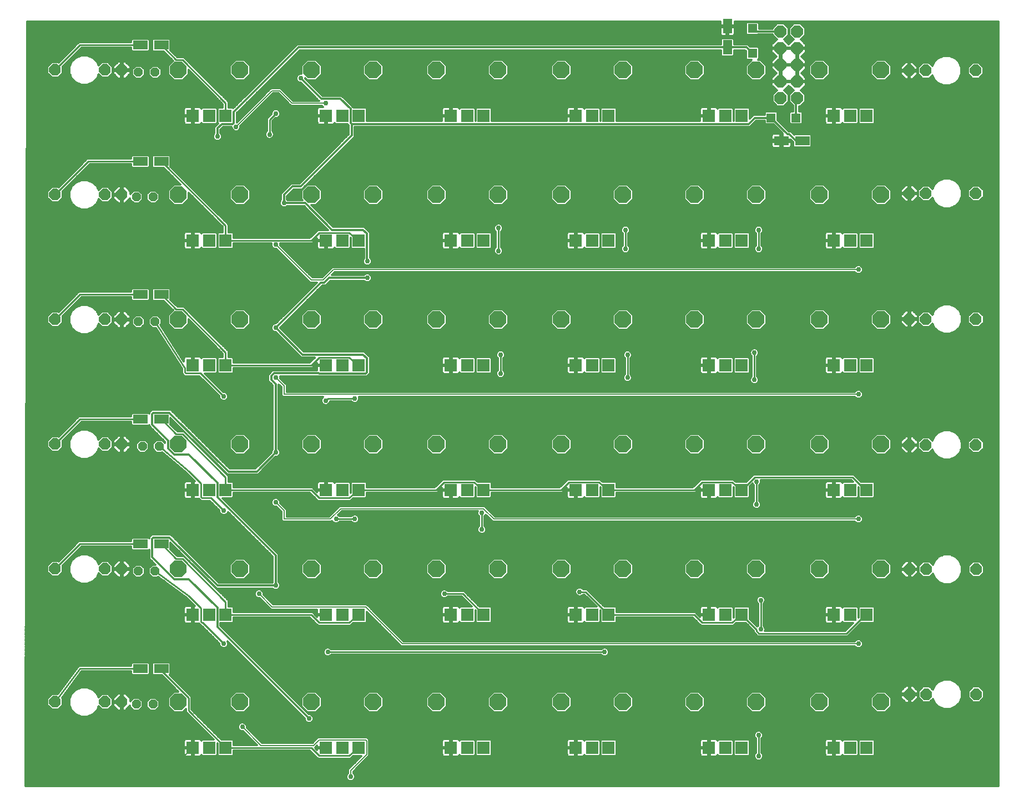
<source format=gbl>
G75*
%MOIN*%
%OFA0B0*%
%FSLAX25Y25*%
%IPPOS*%
%LPD*%
%AMOC8*
5,1,8,0,0,1.08239X$1,22.5*
%
%ADD10OC8,0.07000*%
%ADD11R,0.08661X0.05512*%
%ADD12OC8,0.05200*%
%ADD13R,0.07400X0.07400*%
%ADD14OC8,0.10000*%
%ADD15R,0.05512X0.05512*%
%ADD16OC8,0.07400*%
%ADD17R,0.05512X0.08661*%
%ADD18C,0.03175*%
%ADD19C,0.01000*%
%ADD20C,0.01200*%
%ADD21C,0.02978*%
%ADD22C,0.00600*%
%ADD23C,0.00800*%
D10*
X0024100Y0066082D03*
X0054100Y0066082D03*
X0064100Y0066082D03*
X0064100Y0146082D03*
X0054100Y0146082D03*
X0024100Y0146082D03*
X0024100Y0221082D03*
X0054100Y0221082D03*
X0064100Y0221082D03*
X0064100Y0296082D03*
X0054100Y0296082D03*
X0024100Y0296082D03*
X0024100Y0371082D03*
X0054100Y0371082D03*
X0064100Y0371082D03*
X0064100Y0446082D03*
X0054100Y0446082D03*
X0024100Y0446082D03*
X0536948Y0445713D03*
X0546948Y0445713D03*
X0576948Y0445713D03*
X0577104Y0371865D03*
X0547104Y0371865D03*
X0537104Y0371865D03*
X0537104Y0296315D03*
X0547104Y0296315D03*
X0577104Y0296315D03*
X0577104Y0220638D03*
X0547104Y0220638D03*
X0537104Y0220638D03*
X0537231Y0145850D03*
X0547231Y0145850D03*
X0577231Y0145850D03*
X0577231Y0070681D03*
X0547231Y0070681D03*
X0537231Y0070681D03*
D11*
X0472899Y0403582D03*
X0460301Y0403582D03*
X0087899Y0391082D03*
X0075301Y0391082D03*
X0075301Y0461082D03*
X0087899Y0461082D03*
X0087899Y0311082D03*
X0075301Y0311082D03*
X0075301Y0236082D03*
X0087899Y0236082D03*
X0087899Y0161082D03*
X0075301Y0161082D03*
X0075301Y0086082D03*
X0087899Y0086082D03*
D12*
X0082850Y0064832D03*
X0072850Y0064832D03*
X0074100Y0144832D03*
X0084100Y0144832D03*
X0086600Y0219832D03*
X0076600Y0219832D03*
X0074100Y0294832D03*
X0084100Y0294832D03*
X0082850Y0369832D03*
X0072850Y0369832D03*
X0074100Y0444832D03*
X0084100Y0444832D03*
D13*
X0106757Y0418523D03*
X0116600Y0418523D03*
X0126443Y0418523D03*
X0186757Y0418523D03*
X0196600Y0418523D03*
X0206443Y0418523D03*
X0261757Y0418523D03*
X0271600Y0418523D03*
X0281443Y0418523D03*
X0336757Y0418523D03*
X0346600Y0418523D03*
X0356443Y0418523D03*
X0416757Y0418523D03*
X0426600Y0418523D03*
X0436443Y0418523D03*
X0491757Y0418523D03*
X0501600Y0418523D03*
X0511443Y0418523D03*
X0511443Y0343523D03*
X0501600Y0343523D03*
X0491757Y0343523D03*
X0436443Y0343523D03*
X0426600Y0343523D03*
X0416757Y0343523D03*
X0356443Y0343523D03*
X0346600Y0343523D03*
X0336757Y0343523D03*
X0281443Y0343523D03*
X0271600Y0343523D03*
X0261757Y0343523D03*
X0206443Y0343523D03*
X0196600Y0343523D03*
X0186757Y0343523D03*
X0126443Y0343523D03*
X0116600Y0343523D03*
X0106757Y0343523D03*
X0106757Y0268523D03*
X0116600Y0268523D03*
X0126443Y0268523D03*
X0186757Y0268523D03*
X0196600Y0268523D03*
X0206443Y0268523D03*
X0261757Y0268523D03*
X0271600Y0268523D03*
X0281443Y0268523D03*
X0336757Y0268523D03*
X0346600Y0268523D03*
X0356443Y0268523D03*
X0416757Y0268523D03*
X0426600Y0268523D03*
X0436443Y0268523D03*
X0491757Y0268523D03*
X0501600Y0268523D03*
X0511443Y0268523D03*
X0511443Y0193523D03*
X0501600Y0193523D03*
X0491757Y0193523D03*
X0436443Y0193523D03*
X0426600Y0193523D03*
X0416757Y0193523D03*
X0356443Y0193523D03*
X0346600Y0193523D03*
X0336757Y0193523D03*
X0281443Y0193523D03*
X0271600Y0193523D03*
X0261757Y0193523D03*
X0206443Y0193523D03*
X0196600Y0193523D03*
X0186757Y0193523D03*
X0126443Y0193523D03*
X0116600Y0193523D03*
X0106757Y0193523D03*
X0106757Y0118523D03*
X0116600Y0118523D03*
X0126443Y0118523D03*
X0186757Y0118523D03*
X0196600Y0118523D03*
X0206443Y0118523D03*
X0261757Y0118523D03*
X0271600Y0118523D03*
X0281443Y0118523D03*
X0336757Y0118523D03*
X0346600Y0118523D03*
X0356443Y0118523D03*
X0416757Y0118523D03*
X0426600Y0118523D03*
X0436443Y0118523D03*
X0491757Y0118523D03*
X0501600Y0118523D03*
X0511443Y0118523D03*
X0511443Y0038523D03*
X0501600Y0038523D03*
X0491757Y0038523D03*
X0436443Y0038523D03*
X0426600Y0038523D03*
X0416757Y0038523D03*
X0356443Y0038523D03*
X0346600Y0038523D03*
X0336757Y0038523D03*
X0281443Y0038523D03*
X0271600Y0038523D03*
X0261757Y0038523D03*
X0206443Y0038523D03*
X0196600Y0038523D03*
X0186757Y0038523D03*
X0126443Y0038523D03*
X0116600Y0038523D03*
X0106757Y0038523D03*
D14*
X0098096Y0066082D03*
X0135104Y0066082D03*
X0178096Y0066082D03*
X0215104Y0066082D03*
X0253096Y0066082D03*
X0290104Y0066082D03*
X0328096Y0066082D03*
X0365104Y0066082D03*
X0408096Y0066082D03*
X0445104Y0066082D03*
X0483096Y0066082D03*
X0520104Y0066082D03*
X0520104Y0146082D03*
X0483096Y0146082D03*
X0445104Y0146082D03*
X0408096Y0146082D03*
X0365104Y0146082D03*
X0328096Y0146082D03*
X0290104Y0146082D03*
X0253096Y0146082D03*
X0215104Y0146082D03*
X0178096Y0146082D03*
X0135104Y0146082D03*
X0098096Y0146082D03*
X0098096Y0221082D03*
X0135104Y0221082D03*
X0178096Y0221082D03*
X0215104Y0221082D03*
X0253096Y0221082D03*
X0290104Y0221082D03*
X0328096Y0221082D03*
X0365104Y0221082D03*
X0408096Y0221082D03*
X0445104Y0221082D03*
X0483096Y0221082D03*
X0520104Y0221082D03*
X0520104Y0296082D03*
X0483096Y0296082D03*
X0445104Y0296082D03*
X0408096Y0296082D03*
X0365104Y0296082D03*
X0328096Y0296082D03*
X0290104Y0296082D03*
X0253096Y0296082D03*
X0215104Y0296082D03*
X0178096Y0296082D03*
X0135104Y0296082D03*
X0098096Y0296082D03*
X0098096Y0371082D03*
X0135104Y0371082D03*
X0178096Y0371082D03*
X0215104Y0371082D03*
X0253096Y0371082D03*
X0290104Y0371082D03*
X0328096Y0371082D03*
X0365104Y0371082D03*
X0408096Y0371082D03*
X0445104Y0371082D03*
X0483096Y0371082D03*
X0520104Y0371082D03*
X0520104Y0446082D03*
X0483096Y0446082D03*
X0445104Y0446082D03*
X0408096Y0446082D03*
X0365104Y0446082D03*
X0328096Y0446082D03*
X0290104Y0446082D03*
X0253096Y0446082D03*
X0215104Y0446082D03*
X0178096Y0446082D03*
X0135104Y0446082D03*
X0098096Y0446082D03*
D15*
X0442850Y0456102D03*
X0442850Y0471063D03*
X0454120Y0417332D03*
X0469080Y0417332D03*
D16*
X0469739Y0429184D03*
X0459739Y0429184D03*
X0459739Y0439184D03*
X0469739Y0439184D03*
X0469739Y0449184D03*
X0459739Y0449184D03*
X0459739Y0459184D03*
X0469739Y0459184D03*
X0469739Y0469184D03*
X0459739Y0469184D03*
D17*
X0427850Y0472382D03*
X0427850Y0459783D03*
D18*
X0159100Y0423582D03*
X0157850Y0431082D03*
X0160350Y0201082D03*
D19*
X0177802Y0193523D02*
X0182602Y0188723D01*
X0200756Y0188723D01*
X0205556Y0193523D01*
X0206443Y0193523D01*
X0252802Y0193523D01*
X0257602Y0198323D01*
X0275756Y0198323D01*
X0280556Y0193523D01*
X0281443Y0193523D01*
X0327802Y0193523D01*
X0332602Y0198323D01*
X0350756Y0198323D01*
X0355556Y0193523D01*
X0356443Y0193523D01*
X0407802Y0193523D01*
X0412602Y0198323D01*
X0430756Y0198323D01*
X0435556Y0193523D01*
X0436443Y0193523D01*
X0436630Y0193523D01*
X0444278Y0201171D01*
X0502908Y0201171D01*
X0510556Y0193523D01*
X0511443Y0193523D01*
X0445350Y0198582D02*
X0445350Y0184832D01*
X0447850Y0127332D02*
X0447850Y0109832D01*
X0445261Y0109705D02*
X0445261Y0108760D01*
X0446778Y0107243D01*
X0499276Y0107243D01*
X0510556Y0118523D01*
X0511443Y0118523D01*
X0445261Y0109705D02*
X0436443Y0118523D01*
X0435556Y0118523D01*
X0430756Y0113723D01*
X0412602Y0113723D01*
X0407802Y0118523D01*
X0356443Y0118523D01*
X0342633Y0132332D01*
X0339100Y0132332D01*
X0354100Y0096082D02*
X0187850Y0096082D01*
X0182602Y0113723D02*
X0200756Y0113723D01*
X0205556Y0118523D01*
X0206443Y0118523D01*
X0182602Y0113723D02*
X0177802Y0118523D01*
X0126443Y0118523D01*
X0126443Y0126363D01*
X0100623Y0152182D01*
X0096799Y0152182D01*
X0087899Y0161082D01*
X0075301Y0161082D02*
X0039100Y0161082D01*
X0024100Y0146082D01*
X0084100Y0144832D02*
X0104404Y0129832D01*
X0111800Y0122436D01*
X0111800Y0114368D01*
X0112444Y0113723D01*
X0112709Y0113723D01*
X0125350Y0101082D01*
X0104196Y0068609D02*
X0087899Y0084906D01*
X0087899Y0086082D01*
X0075301Y0086082D02*
X0039100Y0086082D01*
X0024100Y0066082D01*
X0104196Y0068609D02*
X0104196Y0060770D01*
X0126443Y0038523D01*
X0177802Y0038523D01*
X0182602Y0033723D01*
X0200756Y0033723D01*
X0205556Y0038523D01*
X0206443Y0038523D01*
X0281443Y0118523D02*
X0268883Y0131082D01*
X0257850Y0131082D01*
X0280350Y0169832D02*
X0280350Y0179832D01*
X0204100Y0176082D02*
X0192850Y0176082D01*
X0177802Y0193523D02*
X0126443Y0193523D01*
X0126443Y0201363D01*
X0100623Y0227182D01*
X0096799Y0227182D01*
X0087899Y0236082D01*
X0075301Y0236082D02*
X0039100Y0236082D01*
X0024100Y0221082D01*
X0086600Y0219832D02*
X0104404Y0204832D01*
X0111800Y0197436D01*
X0111800Y0189368D01*
X0112444Y0188723D01*
X0117709Y0188723D01*
X0125350Y0181082D01*
X0186600Y0247332D02*
X0187850Y0248582D01*
X0204100Y0248582D01*
X0205556Y0268523D02*
X0200756Y0273323D01*
X0182602Y0273323D01*
X0177802Y0268523D01*
X0126443Y0268523D01*
X0126443Y0276363D01*
X0100623Y0302182D01*
X0096799Y0302182D01*
X0087899Y0311082D01*
X0075301Y0311082D02*
X0039100Y0311082D01*
X0024100Y0296082D01*
X0084100Y0294832D02*
X0101957Y0266975D01*
X0101957Y0264368D01*
X0102602Y0263723D01*
X0111459Y0263723D01*
X0125350Y0249832D01*
X0205556Y0268523D02*
X0206443Y0268523D01*
X0291600Y0263582D02*
X0291600Y0274832D01*
X0290350Y0337332D02*
X0290350Y0351082D01*
X0366600Y0349832D02*
X0366600Y0338582D01*
X0367850Y0274832D02*
X0367850Y0261082D01*
X0444100Y0259832D02*
X0444100Y0276082D01*
X0446600Y0338582D02*
X0446600Y0349832D01*
X0206443Y0343523D02*
X0205556Y0343523D01*
X0200756Y0348323D01*
X0182602Y0348323D01*
X0177802Y0343523D01*
X0126443Y0343523D01*
X0126443Y0352539D01*
X0087899Y0391082D01*
X0075301Y0391082D02*
X0044100Y0391082D01*
X0024100Y0371082D01*
X0024100Y0446082D02*
X0039100Y0461082D01*
X0075301Y0461082D01*
X0087899Y0461082D02*
X0096799Y0452182D01*
X0100623Y0452182D01*
X0126443Y0426363D01*
X0126443Y0418523D01*
X0152850Y0416082D02*
X0152850Y0407332D01*
X0152850Y0416082D02*
X0156600Y0419832D01*
X0159100Y0423582D02*
X0159100Y0429832D01*
X0157850Y0431082D01*
X0446600Y0046082D02*
X0446600Y0033582D01*
D20*
X0006212Y0015682D02*
X0007438Y0475193D01*
X0423494Y0475193D01*
X0423494Y0472982D01*
X0427250Y0472982D01*
X0427250Y0471782D01*
X0423494Y0471782D01*
X0423494Y0467840D01*
X0423603Y0467433D01*
X0423814Y0467068D01*
X0424112Y0466771D01*
X0424477Y0466560D01*
X0424883Y0466451D01*
X0427250Y0466451D01*
X0427250Y0471782D01*
X0428450Y0471782D01*
X0428450Y0472982D01*
X0432206Y0472982D01*
X0432206Y0475193D01*
X0590701Y0475193D01*
X0590701Y0015682D01*
X0006212Y0015682D01*
X0006214Y0016494D02*
X0590701Y0016494D01*
X0590701Y0017693D02*
X0006218Y0017693D01*
X0006221Y0018891D02*
X0199988Y0018891D01*
X0200077Y0018803D02*
X0201065Y0018393D01*
X0202135Y0018393D01*
X0203123Y0018803D01*
X0203880Y0019559D01*
X0204289Y0020548D01*
X0204289Y0021617D01*
X0203880Y0022606D01*
X0203200Y0023285D01*
X0203200Y0024204D01*
X0212743Y0033746D01*
X0212743Y0043300D01*
X0212157Y0043886D01*
X0211219Y0044823D01*
X0181981Y0044823D01*
X0181043Y0043886D01*
X0178781Y0041623D01*
X0148322Y0041623D01*
X0139289Y0050656D01*
X0139289Y0051617D01*
X0138880Y0052606D01*
X0138123Y0053362D01*
X0137135Y0053771D01*
X0136065Y0053771D01*
X0135077Y0053362D01*
X0134320Y0052606D01*
X0133911Y0051617D01*
X0133911Y0050548D01*
X0134320Y0049559D01*
X0135077Y0048803D01*
X0136065Y0048393D01*
X0137026Y0048393D01*
X0145196Y0040223D01*
X0131343Y0040223D01*
X0131343Y0042720D01*
X0130640Y0043423D01*
X0123947Y0043423D01*
X0105896Y0061474D01*
X0105896Y0069313D01*
X0092905Y0082304D01*
X0093430Y0082829D01*
X0093430Y0089335D01*
X0092727Y0090038D01*
X0083071Y0090038D01*
X0082369Y0089335D01*
X0082369Y0082829D01*
X0083071Y0082126D01*
X0088275Y0082126D01*
X0098119Y0072282D01*
X0095528Y0072282D01*
X0091896Y0068651D01*
X0091896Y0063514D01*
X0095528Y0059882D01*
X0100664Y0059882D01*
X0102496Y0061714D01*
X0102496Y0060066D01*
X0103492Y0059070D01*
X0119138Y0043423D01*
X0112403Y0043423D01*
X0111902Y0042922D01*
X0111738Y0043206D01*
X0111440Y0043504D01*
X0111075Y0043714D01*
X0110668Y0043823D01*
X0107142Y0043823D01*
X0107142Y0038908D01*
X0106373Y0038908D01*
X0106373Y0043823D01*
X0102847Y0043823D01*
X0102440Y0043714D01*
X0102075Y0043504D01*
X0101777Y0043206D01*
X0101567Y0042841D01*
X0101457Y0042434D01*
X0101457Y0038908D01*
X0106373Y0038908D01*
X0106373Y0038139D01*
X0101457Y0038139D01*
X0101457Y0034613D01*
X0101567Y0034206D01*
X0101777Y0033841D01*
X0102075Y0033543D01*
X0102440Y0033332D01*
X0102847Y0033223D01*
X0106373Y0033223D01*
X0106373Y0038139D01*
X0107142Y0038139D01*
X0107142Y0033223D01*
X0110668Y0033223D01*
X0111075Y0033332D01*
X0111440Y0033543D01*
X0111738Y0033841D01*
X0111902Y0034125D01*
X0112403Y0033623D01*
X0120797Y0033623D01*
X0121500Y0034326D01*
X0121500Y0041062D01*
X0121543Y0041019D01*
X0121543Y0034326D01*
X0122245Y0033623D01*
X0130640Y0033623D01*
X0131343Y0034326D01*
X0131343Y0036823D01*
X0177098Y0036823D01*
X0180902Y0033019D01*
X0181898Y0032023D01*
X0201460Y0032023D01*
X0202456Y0033019D01*
X0203060Y0033623D01*
X0208094Y0033623D01*
X0200000Y0025529D01*
X0200000Y0023285D01*
X0199320Y0022606D01*
X0198911Y0021617D01*
X0198911Y0020548D01*
X0199320Y0019559D01*
X0200077Y0018803D01*
X0199101Y0020090D02*
X0006224Y0020090D01*
X0006227Y0021288D02*
X0198911Y0021288D01*
X0199271Y0022487D02*
X0006230Y0022487D01*
X0006234Y0023685D02*
X0200000Y0023685D01*
X0200000Y0024884D02*
X0006237Y0024884D01*
X0006240Y0026082D02*
X0200553Y0026082D01*
X0201752Y0027281D02*
X0006243Y0027281D01*
X0006246Y0028479D02*
X0202950Y0028479D01*
X0204149Y0029678D02*
X0006250Y0029678D01*
X0006253Y0030876D02*
X0205347Y0030876D01*
X0206546Y0032075D02*
X0201511Y0032075D01*
X0202710Y0033273D02*
X0207744Y0033273D01*
X0209873Y0030876D02*
X0590701Y0030876D01*
X0590701Y0029678D02*
X0208674Y0029678D01*
X0207476Y0028479D02*
X0590701Y0028479D01*
X0590701Y0027281D02*
X0206277Y0027281D01*
X0205079Y0026082D02*
X0590701Y0026082D01*
X0590701Y0024884D02*
X0203880Y0024884D01*
X0203200Y0023685D02*
X0590701Y0023685D01*
X0590701Y0022487D02*
X0203929Y0022487D01*
X0204289Y0021288D02*
X0590701Y0021288D01*
X0590701Y0020090D02*
X0204099Y0020090D01*
X0203212Y0018891D02*
X0590701Y0018891D01*
X0590701Y0032075D02*
X0448886Y0032075D01*
X0448880Y0032059D02*
X0449289Y0033048D01*
X0449289Y0034117D01*
X0448880Y0035106D01*
X0448300Y0035685D01*
X0448300Y0043980D01*
X0448880Y0044559D01*
X0449289Y0045548D01*
X0449289Y0046617D01*
X0448880Y0047606D01*
X0448123Y0048362D01*
X0447135Y0048771D01*
X0446065Y0048771D01*
X0445077Y0048362D01*
X0444320Y0047606D01*
X0443911Y0046617D01*
X0443911Y0045548D01*
X0444320Y0044559D01*
X0444900Y0043980D01*
X0444900Y0035685D01*
X0444320Y0035106D01*
X0443911Y0034117D01*
X0443911Y0033048D01*
X0444320Y0032059D01*
X0445077Y0031303D01*
X0446065Y0030893D01*
X0447135Y0030893D01*
X0448123Y0031303D01*
X0448880Y0032059D01*
X0449289Y0033273D02*
X0487660Y0033273D01*
X0487847Y0033223D02*
X0491373Y0033223D01*
X0491373Y0038139D01*
X0486457Y0038139D01*
X0486457Y0034613D01*
X0486567Y0034206D01*
X0486777Y0033841D01*
X0487075Y0033543D01*
X0487440Y0033332D01*
X0487847Y0033223D01*
X0486495Y0034472D02*
X0449142Y0034472D01*
X0448315Y0035670D02*
X0486457Y0035670D01*
X0486457Y0036869D02*
X0448300Y0036869D01*
X0448300Y0038068D02*
X0486457Y0038068D01*
X0486457Y0038908D02*
X0486457Y0042434D01*
X0486567Y0042841D01*
X0486777Y0043206D01*
X0487075Y0043504D01*
X0487440Y0043714D01*
X0487847Y0043823D01*
X0491373Y0043823D01*
X0491373Y0038908D01*
X0492142Y0038908D01*
X0492142Y0043823D01*
X0495668Y0043823D01*
X0496075Y0043714D01*
X0496440Y0043504D01*
X0496738Y0043206D01*
X0496902Y0042922D01*
X0497403Y0043423D01*
X0505797Y0043423D01*
X0506500Y0042720D01*
X0506500Y0034326D01*
X0505797Y0033623D01*
X0497403Y0033623D01*
X0496902Y0034125D01*
X0496738Y0033841D01*
X0496440Y0033543D01*
X0496075Y0033332D01*
X0495668Y0033223D01*
X0492142Y0033223D01*
X0492142Y0038139D01*
X0491373Y0038139D01*
X0491373Y0038908D01*
X0486457Y0038908D01*
X0486457Y0039266D02*
X0448300Y0039266D01*
X0448300Y0040465D02*
X0486457Y0040465D01*
X0486457Y0041663D02*
X0448300Y0041663D01*
X0448300Y0042862D02*
X0486578Y0042862D01*
X0491373Y0042862D02*
X0492142Y0042862D01*
X0492142Y0041663D02*
X0491373Y0041663D01*
X0491373Y0040465D02*
X0492142Y0040465D01*
X0492142Y0039266D02*
X0491373Y0039266D01*
X0491373Y0038068D02*
X0492142Y0038068D01*
X0492142Y0036869D02*
X0491373Y0036869D01*
X0491373Y0035670D02*
X0492142Y0035670D01*
X0492142Y0034472D02*
X0491373Y0034472D01*
X0491373Y0033273D02*
X0492142Y0033273D01*
X0495855Y0033273D02*
X0590701Y0033273D01*
X0590701Y0034472D02*
X0516343Y0034472D01*
X0516343Y0034326D02*
X0516343Y0042720D01*
X0515640Y0043423D01*
X0507245Y0043423D01*
X0506543Y0042720D01*
X0506543Y0034326D01*
X0507245Y0033623D01*
X0515640Y0033623D01*
X0516343Y0034326D01*
X0516343Y0035670D02*
X0590701Y0035670D01*
X0590701Y0036869D02*
X0516343Y0036869D01*
X0516343Y0038068D02*
X0590701Y0038068D01*
X0590701Y0039266D02*
X0516343Y0039266D01*
X0516343Y0040465D02*
X0590701Y0040465D01*
X0590701Y0041663D02*
X0516343Y0041663D01*
X0516201Y0042862D02*
X0590701Y0042862D01*
X0590701Y0044060D02*
X0448380Y0044060D01*
X0449169Y0045259D02*
X0590701Y0045259D01*
X0590701Y0046457D02*
X0449289Y0046457D01*
X0448830Y0047656D02*
X0590701Y0047656D01*
X0590701Y0048854D02*
X0141091Y0048854D01*
X0142290Y0047656D02*
X0444370Y0047656D01*
X0443911Y0046457D02*
X0143488Y0046457D01*
X0144687Y0045259D02*
X0444031Y0045259D01*
X0444820Y0044060D02*
X0211983Y0044060D01*
X0212743Y0042862D02*
X0256578Y0042862D01*
X0256567Y0042841D02*
X0256457Y0042434D01*
X0256457Y0038908D01*
X0261373Y0038908D01*
X0261373Y0043823D01*
X0257847Y0043823D01*
X0257440Y0043714D01*
X0257075Y0043504D01*
X0256777Y0043206D01*
X0256567Y0042841D01*
X0256457Y0041663D02*
X0212743Y0041663D01*
X0212743Y0040465D02*
X0256457Y0040465D01*
X0256457Y0039266D02*
X0212743Y0039266D01*
X0212743Y0038068D02*
X0256457Y0038068D01*
X0256457Y0038139D02*
X0256457Y0034613D01*
X0256567Y0034206D01*
X0256777Y0033841D01*
X0257075Y0033543D01*
X0257440Y0033332D01*
X0257847Y0033223D01*
X0261373Y0033223D01*
X0261373Y0038139D01*
X0256457Y0038139D01*
X0256457Y0036869D02*
X0212743Y0036869D01*
X0212743Y0035670D02*
X0256457Y0035670D01*
X0256495Y0034472D02*
X0212743Y0034472D01*
X0212270Y0033273D02*
X0257660Y0033273D01*
X0261373Y0033273D02*
X0262142Y0033273D01*
X0262142Y0033223D02*
X0265668Y0033223D01*
X0266075Y0033332D01*
X0266440Y0033543D01*
X0266738Y0033841D01*
X0266902Y0034125D01*
X0267403Y0033623D01*
X0275797Y0033623D01*
X0276500Y0034326D01*
X0276500Y0042720D01*
X0275797Y0043423D01*
X0267403Y0043423D01*
X0266902Y0042922D01*
X0266738Y0043206D01*
X0266440Y0043504D01*
X0266075Y0043714D01*
X0265668Y0043823D01*
X0262142Y0043823D01*
X0262142Y0038908D01*
X0261373Y0038908D01*
X0261373Y0038139D01*
X0262142Y0038139D01*
X0262142Y0033223D01*
X0262142Y0034472D02*
X0261373Y0034472D01*
X0261373Y0035670D02*
X0262142Y0035670D01*
X0262142Y0036869D02*
X0261373Y0036869D01*
X0261373Y0038068D02*
X0262142Y0038068D01*
X0262142Y0039266D02*
X0261373Y0039266D01*
X0261373Y0040465D02*
X0262142Y0040465D01*
X0262142Y0041663D02*
X0261373Y0041663D01*
X0261373Y0042862D02*
X0262142Y0042862D01*
X0265855Y0033273D02*
X0332660Y0033273D01*
X0332847Y0033223D02*
X0336373Y0033223D01*
X0336373Y0038139D01*
X0331457Y0038139D01*
X0331457Y0034613D01*
X0331567Y0034206D01*
X0331777Y0033841D01*
X0332075Y0033543D01*
X0332440Y0033332D01*
X0332847Y0033223D01*
X0331495Y0034472D02*
X0286343Y0034472D01*
X0286343Y0034326D02*
X0286343Y0042720D01*
X0285640Y0043423D01*
X0277245Y0043423D01*
X0276543Y0042720D01*
X0276543Y0034326D01*
X0277245Y0033623D01*
X0285640Y0033623D01*
X0286343Y0034326D01*
X0286343Y0035670D02*
X0331457Y0035670D01*
X0331457Y0036869D02*
X0286343Y0036869D01*
X0286343Y0038068D02*
X0331457Y0038068D01*
X0331457Y0038908D02*
X0331457Y0042434D01*
X0331567Y0042841D01*
X0331777Y0043206D01*
X0332075Y0043504D01*
X0332440Y0043714D01*
X0332847Y0043823D01*
X0336373Y0043823D01*
X0336373Y0038908D01*
X0337142Y0038908D01*
X0337142Y0043823D01*
X0340668Y0043823D01*
X0341075Y0043714D01*
X0341440Y0043504D01*
X0341738Y0043206D01*
X0341902Y0042922D01*
X0342403Y0043423D01*
X0350797Y0043423D01*
X0351500Y0042720D01*
X0351500Y0034326D01*
X0350797Y0033623D01*
X0342403Y0033623D01*
X0341902Y0034125D01*
X0341738Y0033841D01*
X0341440Y0033543D01*
X0341075Y0033332D01*
X0340668Y0033223D01*
X0337142Y0033223D01*
X0337142Y0038139D01*
X0336373Y0038139D01*
X0336373Y0038908D01*
X0331457Y0038908D01*
X0331457Y0039266D02*
X0286343Y0039266D01*
X0286343Y0040465D02*
X0331457Y0040465D01*
X0331457Y0041663D02*
X0286343Y0041663D01*
X0286201Y0042862D02*
X0331578Y0042862D01*
X0336373Y0042862D02*
X0337142Y0042862D01*
X0337142Y0041663D02*
X0336373Y0041663D01*
X0336373Y0040465D02*
X0337142Y0040465D01*
X0337142Y0039266D02*
X0336373Y0039266D01*
X0336373Y0038068D02*
X0337142Y0038068D01*
X0337142Y0036869D02*
X0336373Y0036869D01*
X0336373Y0035670D02*
X0337142Y0035670D01*
X0337142Y0034472D02*
X0336373Y0034472D01*
X0336373Y0033273D02*
X0337142Y0033273D01*
X0340855Y0033273D02*
X0412660Y0033273D01*
X0412847Y0033223D02*
X0412440Y0033332D01*
X0412075Y0033543D01*
X0411777Y0033841D01*
X0411567Y0034206D01*
X0411457Y0034613D01*
X0411457Y0038139D01*
X0416373Y0038139D01*
X0416373Y0038908D01*
X0416373Y0043823D01*
X0412847Y0043823D01*
X0412440Y0043714D01*
X0412075Y0043504D01*
X0411777Y0043206D01*
X0411567Y0042841D01*
X0411457Y0042434D01*
X0411457Y0038908D01*
X0416373Y0038908D01*
X0417142Y0038908D01*
X0417142Y0043823D01*
X0420668Y0043823D01*
X0421075Y0043714D01*
X0421440Y0043504D01*
X0421738Y0043206D01*
X0421902Y0042922D01*
X0422403Y0043423D01*
X0430797Y0043423D01*
X0431500Y0042720D01*
X0431500Y0034326D01*
X0430797Y0033623D01*
X0422403Y0033623D01*
X0421902Y0034125D01*
X0421738Y0033841D01*
X0421440Y0033543D01*
X0421075Y0033332D01*
X0420668Y0033223D01*
X0417142Y0033223D01*
X0417142Y0038139D01*
X0416373Y0038139D01*
X0416373Y0033223D01*
X0412847Y0033223D01*
X0411495Y0034472D02*
X0361343Y0034472D01*
X0361343Y0034326D02*
X0361343Y0042720D01*
X0360640Y0043423D01*
X0352245Y0043423D01*
X0351543Y0042720D01*
X0351543Y0034326D01*
X0352245Y0033623D01*
X0360640Y0033623D01*
X0361343Y0034326D01*
X0361343Y0035670D02*
X0411457Y0035670D01*
X0411457Y0036869D02*
X0361343Y0036869D01*
X0361343Y0038068D02*
X0411457Y0038068D01*
X0411457Y0039266D02*
X0361343Y0039266D01*
X0361343Y0040465D02*
X0411457Y0040465D01*
X0411457Y0041663D02*
X0361343Y0041663D01*
X0361201Y0042862D02*
X0411578Y0042862D01*
X0416373Y0042862D02*
X0417142Y0042862D01*
X0417142Y0041663D02*
X0416373Y0041663D01*
X0416373Y0040465D02*
X0417142Y0040465D01*
X0417142Y0039266D02*
X0416373Y0039266D01*
X0416373Y0038068D02*
X0417142Y0038068D01*
X0417142Y0036869D02*
X0416373Y0036869D01*
X0416373Y0035670D02*
X0417142Y0035670D01*
X0417142Y0034472D02*
X0416373Y0034472D01*
X0416373Y0033273D02*
X0417142Y0033273D01*
X0420855Y0033273D02*
X0443911Y0033273D01*
X0444058Y0034472D02*
X0441343Y0034472D01*
X0441343Y0034326D02*
X0441343Y0042720D01*
X0440640Y0043423D01*
X0432245Y0043423D01*
X0431543Y0042720D01*
X0431543Y0034326D01*
X0432245Y0033623D01*
X0440640Y0033623D01*
X0441343Y0034326D01*
X0441343Y0035670D02*
X0444885Y0035670D01*
X0444900Y0036869D02*
X0441343Y0036869D01*
X0441343Y0038068D02*
X0444900Y0038068D01*
X0444900Y0039266D02*
X0441343Y0039266D01*
X0441343Y0040465D02*
X0444900Y0040465D01*
X0444900Y0041663D02*
X0441343Y0041663D01*
X0441201Y0042862D02*
X0444900Y0042862D01*
X0444314Y0032075D02*
X0211071Y0032075D01*
X0186373Y0038139D02*
X0181457Y0038139D01*
X0181457Y0037272D01*
X0180206Y0038523D01*
X0181457Y0039775D01*
X0181457Y0038908D01*
X0186373Y0038908D01*
X0186373Y0038139D01*
X0181457Y0038068D02*
X0180662Y0038068D01*
X0180949Y0039266D02*
X0181457Y0039266D01*
X0178820Y0041663D02*
X0148282Y0041663D01*
X0147084Y0042862D02*
X0180019Y0042862D01*
X0181217Y0044060D02*
X0145885Y0044060D01*
X0143757Y0041663D02*
X0131343Y0041663D01*
X0131343Y0040465D02*
X0144955Y0040465D01*
X0142558Y0042862D02*
X0131201Y0042862D01*
X0135025Y0048854D02*
X0118516Y0048854D01*
X0119714Y0047656D02*
X0137764Y0047656D01*
X0138963Y0046457D02*
X0120913Y0046457D01*
X0122111Y0045259D02*
X0140161Y0045259D01*
X0141360Y0044060D02*
X0123310Y0044060D01*
X0121543Y0040465D02*
X0121500Y0040465D01*
X0121500Y0039266D02*
X0121543Y0039266D01*
X0121500Y0038068D02*
X0121543Y0038068D01*
X0121500Y0036869D02*
X0121543Y0036869D01*
X0121500Y0035670D02*
X0121543Y0035670D01*
X0121500Y0034472D02*
X0121543Y0034472D01*
X0131343Y0034472D02*
X0179449Y0034472D01*
X0178251Y0035670D02*
X0131343Y0035670D01*
X0118502Y0044060D02*
X0006288Y0044060D01*
X0006285Y0042862D02*
X0101578Y0042862D01*
X0101457Y0041663D02*
X0006282Y0041663D01*
X0006278Y0040465D02*
X0101457Y0040465D01*
X0101457Y0039266D02*
X0006275Y0039266D01*
X0006272Y0038068D02*
X0101457Y0038068D01*
X0101457Y0036869D02*
X0006269Y0036869D01*
X0006266Y0035670D02*
X0101457Y0035670D01*
X0101495Y0034472D02*
X0006262Y0034472D01*
X0006259Y0033273D02*
X0102660Y0033273D01*
X0106373Y0033273D02*
X0107142Y0033273D01*
X0107142Y0034472D02*
X0106373Y0034472D01*
X0106373Y0035670D02*
X0107142Y0035670D01*
X0107142Y0036869D02*
X0106373Y0036869D01*
X0106373Y0038068D02*
X0107142Y0038068D01*
X0107142Y0039266D02*
X0106373Y0039266D01*
X0106373Y0040465D02*
X0107142Y0040465D01*
X0107142Y0041663D02*
X0106373Y0041663D01*
X0106373Y0042862D02*
X0107142Y0042862D01*
X0113708Y0048854D02*
X0006301Y0048854D01*
X0006298Y0047656D02*
X0114906Y0047656D01*
X0116105Y0046457D02*
X0006294Y0046457D01*
X0006291Y0045259D02*
X0117303Y0045259D01*
X0117317Y0050053D02*
X0134116Y0050053D01*
X0133911Y0051251D02*
X0116119Y0051251D01*
X0114920Y0052450D02*
X0134256Y0052450D01*
X0135768Y0053648D02*
X0113722Y0053648D01*
X0112523Y0054847D02*
X0174201Y0054847D01*
X0174320Y0054559D02*
X0175077Y0053803D01*
X0176065Y0053393D01*
X0177135Y0053393D01*
X0178123Y0053803D01*
X0178880Y0054559D01*
X0179289Y0055548D01*
X0179289Y0056617D01*
X0178880Y0057606D01*
X0178123Y0058362D01*
X0177135Y0058771D01*
X0176457Y0058771D01*
X0123343Y0111885D01*
X0123343Y0113623D01*
X0130640Y0113623D01*
X0131343Y0114326D01*
X0131343Y0116823D01*
X0177098Y0116823D01*
X0180902Y0113019D01*
X0181898Y0112023D01*
X0201460Y0112023D01*
X0202456Y0113019D01*
X0203060Y0113623D01*
X0210640Y0113623D01*
X0211343Y0114326D01*
X0211343Y0120175D01*
X0232035Y0099482D01*
X0504397Y0099482D01*
X0505077Y0098803D01*
X0506065Y0098393D01*
X0507135Y0098393D01*
X0508123Y0098803D01*
X0508880Y0099559D01*
X0509289Y0100548D01*
X0509289Y0101617D01*
X0508880Y0102606D01*
X0508123Y0103362D01*
X0507135Y0103771D01*
X0506065Y0103771D01*
X0505077Y0103362D01*
X0504397Y0102682D01*
X0233360Y0102682D01*
X0211219Y0124823D01*
X0155122Y0124823D01*
X0149289Y0130656D01*
X0149289Y0131617D01*
X0148880Y0132606D01*
X0148123Y0133362D01*
X0147135Y0133771D01*
X0146065Y0133771D01*
X0145077Y0133362D01*
X0144320Y0132606D01*
X0143911Y0131617D01*
X0143911Y0130548D01*
X0144320Y0129559D01*
X0145077Y0128803D01*
X0146065Y0128393D01*
X0147026Y0128393D01*
X0152859Y0122561D01*
X0153796Y0121623D01*
X0181457Y0121623D01*
X0181457Y0118908D01*
X0186373Y0118908D01*
X0186373Y0118139D01*
X0181457Y0118139D01*
X0181457Y0117272D01*
X0179502Y0119227D01*
X0179502Y0119227D01*
X0178506Y0120223D01*
X0131343Y0120223D01*
X0131343Y0122720D01*
X0130640Y0123423D01*
X0128143Y0123423D01*
X0128143Y0127067D01*
X0101327Y0153882D01*
X0097503Y0153882D01*
X0093430Y0157956D01*
X0093430Y0161790D01*
X0120937Y0134282D01*
X0154597Y0134282D01*
X0155077Y0133803D01*
X0156065Y0133393D01*
X0157135Y0133393D01*
X0158123Y0133803D01*
X0158880Y0134559D01*
X0159289Y0135548D01*
X0159289Y0136617D01*
X0158880Y0137606D01*
X0158400Y0138085D01*
X0158400Y0155014D01*
X0124791Y0188623D01*
X0130640Y0188623D01*
X0131343Y0189326D01*
X0131343Y0191823D01*
X0177098Y0191823D01*
X0180902Y0188019D01*
X0181898Y0187023D01*
X0201460Y0187023D01*
X0202456Y0188019D01*
X0203060Y0188623D01*
X0210640Y0188623D01*
X0211343Y0189326D01*
X0211343Y0191823D01*
X0253506Y0191823D01*
X0256457Y0194775D01*
X0256457Y0193908D01*
X0261373Y0193908D01*
X0261373Y0193139D01*
X0256457Y0193139D01*
X0256457Y0189613D01*
X0256567Y0189206D01*
X0256777Y0188841D01*
X0257075Y0188543D01*
X0257440Y0188332D01*
X0257847Y0188223D01*
X0261373Y0188223D01*
X0261373Y0193139D01*
X0262142Y0193139D01*
X0262142Y0188223D01*
X0265668Y0188223D01*
X0266075Y0188332D01*
X0266440Y0188543D01*
X0266738Y0188841D01*
X0266902Y0189125D01*
X0267403Y0188623D01*
X0275797Y0188623D01*
X0276500Y0189326D01*
X0276500Y0195175D01*
X0276543Y0195132D01*
X0276543Y0189326D01*
X0277245Y0188623D01*
X0285640Y0188623D01*
X0286343Y0189326D01*
X0286343Y0191823D01*
X0328506Y0191823D01*
X0331457Y0194775D01*
X0331457Y0193908D01*
X0336373Y0193908D01*
X0336373Y0193139D01*
X0331457Y0193139D01*
X0331457Y0189613D01*
X0331567Y0189206D01*
X0331777Y0188841D01*
X0332075Y0188543D01*
X0332440Y0188332D01*
X0332847Y0188223D01*
X0336373Y0188223D01*
X0336373Y0193139D01*
X0337142Y0193139D01*
X0337142Y0188223D01*
X0340668Y0188223D01*
X0341075Y0188332D01*
X0341440Y0188543D01*
X0341738Y0188841D01*
X0341902Y0189125D01*
X0342403Y0188623D01*
X0350797Y0188623D01*
X0351500Y0189326D01*
X0351500Y0195175D01*
X0351543Y0195132D01*
X0351543Y0189326D01*
X0352245Y0188623D01*
X0360640Y0188623D01*
X0361343Y0189326D01*
X0361343Y0191823D01*
X0408506Y0191823D01*
X0411457Y0194775D01*
X0411457Y0193908D01*
X0416373Y0193908D01*
X0416373Y0193139D01*
X0411457Y0193139D01*
X0411457Y0189613D01*
X0411567Y0189206D01*
X0411777Y0188841D01*
X0412075Y0188543D01*
X0412440Y0188332D01*
X0412847Y0188223D01*
X0416373Y0188223D01*
X0416373Y0193139D01*
X0417142Y0193139D01*
X0417142Y0188223D01*
X0420668Y0188223D01*
X0421075Y0188332D01*
X0421440Y0188543D01*
X0421738Y0188841D01*
X0421902Y0189125D01*
X0422403Y0188623D01*
X0430797Y0188623D01*
X0431500Y0189326D01*
X0431500Y0195175D01*
X0431543Y0195132D01*
X0431543Y0189326D01*
X0432245Y0188623D01*
X0440640Y0188623D01*
X0441343Y0189326D01*
X0441343Y0195832D01*
X0442924Y0197413D01*
X0443070Y0197059D01*
X0443650Y0196480D01*
X0443650Y0186935D01*
X0443070Y0186356D01*
X0442661Y0185367D01*
X0442661Y0184298D01*
X0443070Y0183309D01*
X0443827Y0182553D01*
X0444815Y0182143D01*
X0445885Y0182143D01*
X0446873Y0182553D01*
X0447630Y0183309D01*
X0448039Y0184298D01*
X0448039Y0185367D01*
X0447630Y0186356D01*
X0447050Y0186935D01*
X0447050Y0196480D01*
X0447630Y0197059D01*
X0448039Y0198048D01*
X0448039Y0199117D01*
X0447892Y0199471D01*
X0502203Y0199471D01*
X0503251Y0198423D01*
X0497403Y0198423D01*
X0496902Y0197922D01*
X0496738Y0198206D01*
X0496440Y0198504D01*
X0496075Y0198714D01*
X0495668Y0198823D01*
X0492142Y0198823D01*
X0492142Y0193908D01*
X0491373Y0193908D01*
X0491373Y0198823D01*
X0487847Y0198823D01*
X0487440Y0198714D01*
X0487075Y0198504D01*
X0486777Y0198206D01*
X0486567Y0197841D01*
X0486457Y0197434D01*
X0486457Y0193908D01*
X0491373Y0193908D01*
X0491373Y0193139D01*
X0486457Y0193139D01*
X0486457Y0189613D01*
X0486567Y0189206D01*
X0486777Y0188841D01*
X0487075Y0188543D01*
X0487440Y0188332D01*
X0487847Y0188223D01*
X0491373Y0188223D01*
X0491373Y0193139D01*
X0492142Y0193139D01*
X0492142Y0188223D01*
X0495668Y0188223D01*
X0496075Y0188332D01*
X0496440Y0188543D01*
X0496738Y0188841D01*
X0496902Y0189125D01*
X0497403Y0188623D01*
X0505797Y0188623D01*
X0506500Y0189326D01*
X0506500Y0195175D01*
X0506543Y0195132D01*
X0506543Y0189326D01*
X0507245Y0188623D01*
X0515640Y0188623D01*
X0516343Y0189326D01*
X0516343Y0197720D01*
X0515640Y0198423D01*
X0508060Y0198423D01*
X0504608Y0201876D01*
X0503612Y0202871D01*
X0443573Y0202871D01*
X0442578Y0201876D01*
X0439125Y0198423D01*
X0433060Y0198423D01*
X0432456Y0199027D01*
X0432456Y0199027D01*
X0431460Y0200023D01*
X0411898Y0200023D01*
X0410902Y0199027D01*
X0407098Y0195223D01*
X0361343Y0195223D01*
X0361343Y0197720D01*
X0360640Y0198423D01*
X0353060Y0198423D01*
X0352456Y0199027D01*
X0351460Y0200023D01*
X0331898Y0200023D01*
X0330902Y0199027D01*
X0327098Y0195223D01*
X0286343Y0195223D01*
X0286343Y0197720D01*
X0285640Y0198423D01*
X0278060Y0198423D01*
X0277456Y0199027D01*
X0276460Y0200023D01*
X0256898Y0200023D01*
X0255902Y0199027D01*
X0252098Y0195223D01*
X0211343Y0195223D01*
X0211343Y0197720D01*
X0210640Y0198423D01*
X0202245Y0198423D01*
X0201543Y0197720D01*
X0201543Y0191914D01*
X0201500Y0191872D01*
X0201500Y0197720D01*
X0200797Y0198423D01*
X0192403Y0198423D01*
X0191902Y0197922D01*
X0191738Y0198206D01*
X0191440Y0198504D01*
X0191075Y0198714D01*
X0190668Y0198823D01*
X0187142Y0198823D01*
X0187142Y0193908D01*
X0186373Y0193908D01*
X0186373Y0198823D01*
X0182847Y0198823D01*
X0182440Y0198714D01*
X0182075Y0198504D01*
X0181777Y0198206D01*
X0181567Y0197841D01*
X0181457Y0197434D01*
X0181457Y0193908D01*
X0186373Y0193908D01*
X0186373Y0193139D01*
X0181457Y0193139D01*
X0181457Y0192272D01*
X0178506Y0195223D01*
X0131343Y0195223D01*
X0131343Y0197720D01*
X0130640Y0198423D01*
X0128143Y0198423D01*
X0128143Y0202067D01*
X0101327Y0228882D01*
X0097503Y0228882D01*
X0093430Y0232956D01*
X0093430Y0236790D01*
X0127397Y0202823D01*
X0145886Y0202823D01*
X0146940Y0203877D01*
X0156457Y0213393D01*
X0157135Y0213393D01*
X0158123Y0213803D01*
X0158880Y0214559D01*
X0159289Y0215548D01*
X0159289Y0216617D01*
X0158880Y0217606D01*
X0158400Y0218085D01*
X0158400Y0257020D01*
X0160000Y0255420D01*
X0160000Y0250420D01*
X0160937Y0249482D01*
X0184947Y0249482D01*
X0184320Y0248856D01*
X0183911Y0247867D01*
X0183911Y0246798D01*
X0184320Y0245809D01*
X0185077Y0245053D01*
X0186065Y0244643D01*
X0187135Y0244643D01*
X0188123Y0245053D01*
X0188880Y0245809D01*
X0189289Y0246798D01*
X0189289Y0246882D01*
X0201997Y0246882D01*
X0202577Y0246303D01*
X0203565Y0245893D01*
X0204635Y0245893D01*
X0205623Y0246303D01*
X0206380Y0247059D01*
X0206789Y0248048D01*
X0206789Y0249117D01*
X0206638Y0249482D01*
X0504397Y0249482D01*
X0505077Y0248803D01*
X0506065Y0248393D01*
X0507135Y0248393D01*
X0508123Y0248803D01*
X0508880Y0249559D01*
X0509289Y0250548D01*
X0509289Y0251617D01*
X0508880Y0252606D01*
X0508123Y0253362D01*
X0507135Y0253771D01*
X0506065Y0253771D01*
X0505077Y0253362D01*
X0504397Y0252682D01*
X0163200Y0252682D01*
X0163200Y0256745D01*
X0159289Y0260656D01*
X0159289Y0261617D01*
X0159142Y0261971D01*
X0181667Y0261971D01*
X0181815Y0261823D01*
X0211385Y0261823D01*
X0212440Y0262878D01*
X0213143Y0263581D01*
X0213143Y0273466D01*
X0209785Y0276823D01*
X0173405Y0276823D01*
X0159289Y0290939D01*
X0159289Y0291226D01*
X0184507Y0316443D01*
X0186539Y0316443D01*
X0187594Y0317498D01*
X0189378Y0319282D01*
X0209597Y0319282D01*
X0210077Y0318803D01*
X0211065Y0318393D01*
X0212135Y0318393D01*
X0213123Y0318803D01*
X0213880Y0319559D01*
X0214289Y0320548D01*
X0214289Y0321617D01*
X0213880Y0322606D01*
X0213123Y0323362D01*
X0212135Y0323771D01*
X0211065Y0323771D01*
X0210077Y0323362D01*
X0209597Y0322882D01*
X0190433Y0322882D01*
X0192033Y0324482D01*
X0504397Y0324482D01*
X0505077Y0323803D01*
X0506065Y0323393D01*
X0507135Y0323393D01*
X0508123Y0323803D01*
X0508880Y0324559D01*
X0509289Y0325548D01*
X0509289Y0326617D01*
X0508880Y0327606D01*
X0508123Y0328362D01*
X0507135Y0328771D01*
X0506065Y0328771D01*
X0505077Y0328362D01*
X0504397Y0327682D01*
X0190707Y0327682D01*
X0184468Y0321443D01*
X0178502Y0321443D01*
X0159289Y0340656D01*
X0159289Y0341617D01*
X0159204Y0341823D01*
X0178506Y0341823D01*
X0181457Y0344775D01*
X0181457Y0343908D01*
X0186373Y0343908D01*
X0186373Y0343139D01*
X0181457Y0343139D01*
X0181457Y0339613D01*
X0181567Y0339206D01*
X0181777Y0338841D01*
X0182075Y0338543D01*
X0182440Y0338332D01*
X0182847Y0338223D01*
X0186373Y0338223D01*
X0186373Y0343139D01*
X0187142Y0343139D01*
X0187142Y0338223D01*
X0190668Y0338223D01*
X0191075Y0338332D01*
X0191440Y0338543D01*
X0191738Y0338841D01*
X0191902Y0339125D01*
X0192403Y0338623D01*
X0200797Y0338623D01*
X0201500Y0339326D01*
X0201500Y0345175D01*
X0201543Y0345132D01*
X0201543Y0339326D01*
X0202245Y0338623D01*
X0209543Y0338623D01*
X0209543Y0332828D01*
X0209320Y0332606D01*
X0208911Y0331617D01*
X0208911Y0330548D01*
X0209320Y0329559D01*
X0210077Y0328803D01*
X0211065Y0328393D01*
X0212135Y0328393D01*
X0213123Y0328803D01*
X0213880Y0329559D01*
X0214289Y0330548D01*
X0214289Y0331617D01*
X0213880Y0332606D01*
X0213143Y0333343D01*
X0213143Y0348466D01*
X0212088Y0349520D01*
X0209785Y0351823D01*
X0191133Y0351823D01*
X0178073Y0364882D01*
X0180664Y0364882D01*
X0184296Y0368514D01*
X0184296Y0373651D01*
X0208904Y0373651D01*
X0208904Y0368514D01*
X0212536Y0364882D01*
X0217672Y0364882D01*
X0221304Y0368514D01*
X0221304Y0373651D01*
X0246896Y0373651D01*
X0246896Y0368514D01*
X0250528Y0364882D01*
X0255664Y0364882D01*
X0259296Y0368514D01*
X0259296Y0373651D01*
X0283904Y0373651D01*
X0283904Y0368514D01*
X0287536Y0364882D01*
X0292672Y0364882D01*
X0296304Y0368514D01*
X0296304Y0373651D01*
X0321896Y0373651D01*
X0321896Y0368514D01*
X0325528Y0364882D01*
X0330664Y0364882D01*
X0334296Y0368514D01*
X0334296Y0373651D01*
X0358904Y0373651D01*
X0358904Y0368514D01*
X0362536Y0364882D01*
X0367672Y0364882D01*
X0371304Y0368514D01*
X0371304Y0373651D01*
X0401896Y0373651D01*
X0401896Y0368514D01*
X0405528Y0364882D01*
X0410664Y0364882D01*
X0414296Y0368514D01*
X0414296Y0373651D01*
X0438904Y0373651D01*
X0438904Y0368514D01*
X0442536Y0364882D01*
X0447672Y0364882D01*
X0451304Y0368514D01*
X0451304Y0373651D01*
X0476896Y0373651D01*
X0476896Y0368514D01*
X0480528Y0364882D01*
X0485664Y0364882D01*
X0489296Y0368514D01*
X0489296Y0373651D01*
X0513904Y0373651D01*
X0513904Y0368514D01*
X0517536Y0364882D01*
X0522672Y0364882D01*
X0526304Y0368514D01*
X0526304Y0373651D01*
X0532004Y0373651D01*
X0532004Y0373978D02*
X0532004Y0372265D01*
X0536704Y0372265D01*
X0536704Y0371465D01*
X0537504Y0371465D01*
X0537504Y0366765D01*
X0539216Y0366765D01*
X0542204Y0369753D01*
X0542204Y0371465D01*
X0537504Y0371465D01*
X0537504Y0372265D01*
X0542204Y0372265D01*
X0542204Y0373978D01*
X0539216Y0376965D01*
X0537504Y0376965D01*
X0537504Y0372265D01*
X0536704Y0372265D01*
X0536704Y0376965D01*
X0534992Y0376965D01*
X0532004Y0373978D01*
X0532875Y0374849D02*
X0525105Y0374849D01*
X0523907Y0376048D02*
X0534074Y0376048D01*
X0536704Y0376048D02*
X0537504Y0376048D01*
X0537504Y0374849D02*
X0536704Y0374849D01*
X0536704Y0373651D02*
X0537504Y0373651D01*
X0537504Y0372452D02*
X0536704Y0372452D01*
X0536704Y0371465D02*
X0532004Y0371465D01*
X0532004Y0369753D01*
X0534992Y0366765D01*
X0536704Y0366765D01*
X0536704Y0371465D01*
X0536704Y0371254D02*
X0537504Y0371254D01*
X0537504Y0370055D02*
X0536704Y0370055D01*
X0536704Y0368857D02*
X0537504Y0368857D01*
X0537504Y0367658D02*
X0536704Y0367658D01*
X0534099Y0367658D02*
X0525448Y0367658D01*
X0526304Y0368857D02*
X0532900Y0368857D01*
X0532004Y0370055D02*
X0526304Y0370055D01*
X0526304Y0371254D02*
X0532004Y0371254D01*
X0532004Y0372452D02*
X0526304Y0372452D01*
X0526304Y0373651D02*
X0522672Y0377282D01*
X0517536Y0377282D01*
X0513904Y0373651D01*
X0513904Y0372452D02*
X0489296Y0372452D01*
X0489296Y0371254D02*
X0513904Y0371254D01*
X0513904Y0370055D02*
X0489296Y0370055D01*
X0489296Y0368857D02*
X0513904Y0368857D01*
X0514760Y0367658D02*
X0488440Y0367658D01*
X0487241Y0366460D02*
X0515959Y0366460D01*
X0517157Y0365261D02*
X0486043Y0365261D01*
X0480149Y0365261D02*
X0448051Y0365261D01*
X0449249Y0366460D02*
X0478951Y0366460D01*
X0477752Y0367658D02*
X0450448Y0367658D01*
X0451304Y0368857D02*
X0476896Y0368857D01*
X0476896Y0370055D02*
X0451304Y0370055D01*
X0451304Y0371254D02*
X0476896Y0371254D01*
X0476896Y0372452D02*
X0451304Y0372452D01*
X0451304Y0373651D02*
X0447672Y0377282D01*
X0442536Y0377282D01*
X0438904Y0373651D01*
X0438904Y0372452D02*
X0414296Y0372452D01*
X0414296Y0371254D02*
X0438904Y0371254D01*
X0438904Y0370055D02*
X0414296Y0370055D01*
X0414296Y0368857D02*
X0438904Y0368857D01*
X0439760Y0367658D02*
X0413440Y0367658D01*
X0412241Y0366460D02*
X0440959Y0366460D01*
X0442157Y0365261D02*
X0411043Y0365261D01*
X0405149Y0365261D02*
X0368051Y0365261D01*
X0369249Y0366460D02*
X0403951Y0366460D01*
X0402752Y0367658D02*
X0370448Y0367658D01*
X0371304Y0368857D02*
X0401896Y0368857D01*
X0401896Y0370055D02*
X0371304Y0370055D01*
X0371304Y0371254D02*
X0401896Y0371254D01*
X0401896Y0372452D02*
X0371304Y0372452D01*
X0371304Y0373651D02*
X0367672Y0377282D01*
X0362536Y0377282D01*
X0358904Y0373651D01*
X0358904Y0372452D02*
X0334296Y0372452D01*
X0334296Y0371254D02*
X0358904Y0371254D01*
X0358904Y0370055D02*
X0334296Y0370055D01*
X0334296Y0368857D02*
X0358904Y0368857D01*
X0359760Y0367658D02*
X0333440Y0367658D01*
X0332241Y0366460D02*
X0360959Y0366460D01*
X0362157Y0365261D02*
X0331043Y0365261D01*
X0325149Y0365261D02*
X0293051Y0365261D01*
X0294249Y0366460D02*
X0323951Y0366460D01*
X0322752Y0367658D02*
X0295448Y0367658D01*
X0296304Y0368857D02*
X0321896Y0368857D01*
X0321896Y0370055D02*
X0296304Y0370055D01*
X0296304Y0371254D02*
X0321896Y0371254D01*
X0321896Y0372452D02*
X0296304Y0372452D01*
X0296304Y0373651D02*
X0292672Y0377282D01*
X0287536Y0377282D01*
X0283904Y0373651D01*
X0283904Y0372452D02*
X0259296Y0372452D01*
X0259296Y0371254D02*
X0283904Y0371254D01*
X0283904Y0370055D02*
X0259296Y0370055D01*
X0259296Y0368857D02*
X0283904Y0368857D01*
X0284760Y0367658D02*
X0258440Y0367658D01*
X0257241Y0366460D02*
X0285959Y0366460D01*
X0287157Y0365261D02*
X0256043Y0365261D01*
X0250149Y0365261D02*
X0218051Y0365261D01*
X0219249Y0366460D02*
X0248951Y0366460D01*
X0247752Y0367658D02*
X0220448Y0367658D01*
X0221304Y0368857D02*
X0246896Y0368857D01*
X0246896Y0370055D02*
X0221304Y0370055D01*
X0221304Y0371254D02*
X0246896Y0371254D01*
X0246896Y0372452D02*
X0221304Y0372452D01*
X0221304Y0373651D02*
X0217672Y0377282D01*
X0212536Y0377282D01*
X0208904Y0373651D01*
X0208904Y0372452D02*
X0184296Y0372452D01*
X0184296Y0371254D02*
X0208904Y0371254D01*
X0208904Y0370055D02*
X0184296Y0370055D01*
X0184296Y0368857D02*
X0208904Y0368857D01*
X0209760Y0367658D02*
X0183440Y0367658D01*
X0182241Y0366460D02*
X0210959Y0366460D01*
X0212157Y0365261D02*
X0181043Y0365261D01*
X0178893Y0364063D02*
X0555105Y0364063D01*
X0554545Y0364294D02*
X0557828Y0362935D01*
X0561380Y0362935D01*
X0564663Y0364294D01*
X0567175Y0366807D01*
X0568535Y0370089D01*
X0568535Y0373642D01*
X0567175Y0376924D01*
X0564663Y0379436D01*
X0561380Y0380796D01*
X0557828Y0380796D01*
X0554545Y0379436D01*
X0552033Y0376924D01*
X0551054Y0374562D01*
X0549051Y0376565D01*
X0545157Y0376565D01*
X0542404Y0373812D01*
X0542404Y0369919D01*
X0545157Y0367165D01*
X0549051Y0367165D01*
X0551054Y0369169D01*
X0552033Y0366807D01*
X0554545Y0364294D01*
X0553578Y0365261D02*
X0523051Y0365261D01*
X0524249Y0366460D02*
X0552380Y0366460D01*
X0551680Y0367658D02*
X0549544Y0367658D01*
X0550742Y0368857D02*
X0551184Y0368857D01*
X0544664Y0367658D02*
X0540109Y0367658D01*
X0541308Y0368857D02*
X0543466Y0368857D01*
X0542404Y0370055D02*
X0542204Y0370055D01*
X0542204Y0371254D02*
X0542404Y0371254D01*
X0542404Y0372452D02*
X0542204Y0372452D01*
X0542204Y0373651D02*
X0542404Y0373651D01*
X0543441Y0374849D02*
X0541333Y0374849D01*
X0540134Y0376048D02*
X0544640Y0376048D01*
X0549568Y0376048D02*
X0551670Y0376048D01*
X0551173Y0374849D02*
X0550767Y0374849D01*
X0552355Y0377246D02*
X0522708Y0377246D01*
X0517500Y0377246D02*
X0485700Y0377246D01*
X0485664Y0377282D02*
X0480528Y0377282D01*
X0476896Y0373651D01*
X0478095Y0374849D02*
X0450105Y0374849D01*
X0448907Y0376048D02*
X0479293Y0376048D01*
X0480492Y0377246D02*
X0447708Y0377246D01*
X0442500Y0377246D02*
X0410700Y0377246D01*
X0410664Y0377282D02*
X0405528Y0377282D01*
X0401896Y0373651D01*
X0403095Y0374849D02*
X0370105Y0374849D01*
X0368907Y0376048D02*
X0404293Y0376048D01*
X0405492Y0377246D02*
X0367708Y0377246D01*
X0362500Y0377246D02*
X0330700Y0377246D01*
X0330664Y0377282D02*
X0325528Y0377282D01*
X0321896Y0373651D01*
X0323095Y0374849D02*
X0295105Y0374849D01*
X0293907Y0376048D02*
X0324293Y0376048D01*
X0325492Y0377246D02*
X0292708Y0377246D01*
X0287500Y0377246D02*
X0255700Y0377246D01*
X0255664Y0377282D02*
X0250528Y0377282D01*
X0246896Y0373651D01*
X0248095Y0374849D02*
X0220105Y0374849D01*
X0218907Y0376048D02*
X0249293Y0376048D01*
X0250492Y0377246D02*
X0217708Y0377246D01*
X0212500Y0377246D02*
X0180700Y0377246D01*
X0180664Y0377282D02*
X0175528Y0377282D01*
X0171896Y0373651D01*
X0166714Y0373651D01*
X0167346Y0374282D02*
X0163400Y0370337D01*
X0163400Y0368085D01*
X0163603Y0367882D01*
X0172528Y0367882D01*
X0171896Y0368514D01*
X0171896Y0373651D01*
X0172346Y0374282D02*
X0167346Y0374282D01*
X0166600Y0376082D02*
X0161600Y0371082D01*
X0161600Y0366082D01*
X0174328Y0366082D01*
X0190387Y0350023D01*
X0209040Y0350023D01*
X0211343Y0347720D01*
X0211343Y0331340D01*
X0211600Y0331082D01*
X0213584Y0332901D02*
X0590701Y0332901D01*
X0590701Y0331703D02*
X0214254Y0331703D01*
X0214271Y0330504D02*
X0590701Y0330504D01*
X0590701Y0329306D02*
X0213626Y0329306D01*
X0209574Y0329306D02*
X0170639Y0329306D01*
X0169441Y0330504D02*
X0208929Y0330504D01*
X0208946Y0331703D02*
X0168242Y0331703D01*
X0167044Y0332901D02*
X0209543Y0332901D01*
X0209543Y0334100D02*
X0165845Y0334100D01*
X0164647Y0335298D02*
X0209543Y0335298D01*
X0209543Y0336497D02*
X0163448Y0336497D01*
X0162250Y0337695D02*
X0209543Y0337695D01*
X0213143Y0337695D02*
X0287661Y0337695D01*
X0287661Y0337867D02*
X0287661Y0336798D01*
X0288070Y0335809D01*
X0288827Y0335053D01*
X0289815Y0334643D01*
X0290885Y0334643D01*
X0291873Y0335053D01*
X0292630Y0335809D01*
X0293039Y0336798D01*
X0293039Y0337867D01*
X0292630Y0338856D01*
X0292050Y0339435D01*
X0292050Y0348980D01*
X0292630Y0349559D01*
X0293039Y0350548D01*
X0293039Y0351617D01*
X0292630Y0352606D01*
X0291873Y0353362D01*
X0290885Y0353771D01*
X0289815Y0353771D01*
X0288827Y0353362D01*
X0288070Y0352606D01*
X0287661Y0351617D01*
X0287661Y0350548D01*
X0288070Y0349559D01*
X0288650Y0348980D01*
X0288650Y0339435D01*
X0288070Y0338856D01*
X0287661Y0337867D01*
X0288109Y0338894D02*
X0285910Y0338894D01*
X0285640Y0338623D02*
X0286343Y0339326D01*
X0286343Y0347720D01*
X0285640Y0348423D01*
X0277245Y0348423D01*
X0276543Y0347720D01*
X0276543Y0339326D01*
X0277245Y0338623D01*
X0285640Y0338623D01*
X0286343Y0340092D02*
X0288650Y0340092D01*
X0288650Y0341291D02*
X0286343Y0341291D01*
X0286343Y0342489D02*
X0288650Y0342489D01*
X0288650Y0343688D02*
X0286343Y0343688D01*
X0286343Y0344886D02*
X0288650Y0344886D01*
X0288650Y0346085D02*
X0286343Y0346085D01*
X0286343Y0347283D02*
X0288650Y0347283D01*
X0288650Y0348482D02*
X0266462Y0348482D01*
X0266440Y0348504D02*
X0266075Y0348714D01*
X0265668Y0348823D01*
X0262142Y0348823D01*
X0262142Y0343908D01*
X0261373Y0343908D01*
X0261373Y0348823D01*
X0257847Y0348823D01*
X0257440Y0348714D01*
X0257075Y0348504D01*
X0256777Y0348206D01*
X0256567Y0347841D01*
X0256457Y0347434D01*
X0256457Y0343908D01*
X0261373Y0343908D01*
X0261373Y0343139D01*
X0256457Y0343139D01*
X0256457Y0339613D01*
X0256567Y0339206D01*
X0256777Y0338841D01*
X0257075Y0338543D01*
X0257440Y0338332D01*
X0257847Y0338223D01*
X0261373Y0338223D01*
X0261373Y0343139D01*
X0262142Y0343139D01*
X0262142Y0338223D01*
X0265668Y0338223D01*
X0266075Y0338332D01*
X0266440Y0338543D01*
X0266738Y0338841D01*
X0266902Y0339125D01*
X0267403Y0338623D01*
X0275797Y0338623D01*
X0276500Y0339326D01*
X0276500Y0347720D01*
X0275797Y0348423D01*
X0267403Y0348423D01*
X0266902Y0347922D01*
X0266738Y0348206D01*
X0266440Y0348504D01*
X0262142Y0348482D02*
X0261373Y0348482D01*
X0261373Y0347283D02*
X0262142Y0347283D01*
X0262142Y0346085D02*
X0261373Y0346085D01*
X0261373Y0344886D02*
X0262142Y0344886D01*
X0261373Y0343688D02*
X0213143Y0343688D01*
X0213143Y0344886D02*
X0256457Y0344886D01*
X0256457Y0346085D02*
X0213143Y0346085D01*
X0213143Y0347283D02*
X0256457Y0347283D01*
X0257053Y0348482D02*
X0213127Y0348482D01*
X0211928Y0349680D02*
X0288020Y0349680D01*
X0287661Y0350879D02*
X0210730Y0350879D01*
X0213143Y0342489D02*
X0256457Y0342489D01*
X0256457Y0341291D02*
X0213143Y0341291D01*
X0213143Y0340092D02*
X0256457Y0340092D01*
X0256747Y0338894D02*
X0213143Y0338894D01*
X0213143Y0336497D02*
X0287786Y0336497D01*
X0288581Y0335298D02*
X0213143Y0335298D01*
X0213143Y0334100D02*
X0590701Y0334100D01*
X0590701Y0335298D02*
X0292119Y0335298D01*
X0292914Y0336497D02*
X0364883Y0336497D01*
X0365077Y0336303D02*
X0364320Y0337059D01*
X0363911Y0338048D01*
X0363911Y0339117D01*
X0364320Y0340106D01*
X0364900Y0340685D01*
X0364900Y0347730D01*
X0364320Y0348309D01*
X0363911Y0349298D01*
X0363911Y0350367D01*
X0364320Y0351356D01*
X0365077Y0352112D01*
X0366065Y0352521D01*
X0367135Y0352521D01*
X0368123Y0352112D01*
X0368880Y0351356D01*
X0369289Y0350367D01*
X0369289Y0349298D01*
X0368880Y0348309D01*
X0368300Y0347730D01*
X0368300Y0340685D01*
X0368880Y0340106D01*
X0369289Y0339117D01*
X0369289Y0338048D01*
X0368880Y0337059D01*
X0368123Y0336303D01*
X0367135Y0335893D01*
X0366065Y0335893D01*
X0365077Y0336303D01*
X0364057Y0337695D02*
X0293039Y0337695D01*
X0292591Y0338894D02*
X0331747Y0338894D01*
X0331777Y0338841D02*
X0332075Y0338543D01*
X0332440Y0338332D01*
X0332847Y0338223D01*
X0336373Y0338223D01*
X0336373Y0343139D01*
X0331457Y0343139D01*
X0331457Y0339613D01*
X0331567Y0339206D01*
X0331777Y0338841D01*
X0331457Y0340092D02*
X0292050Y0340092D01*
X0292050Y0341291D02*
X0331457Y0341291D01*
X0331457Y0342489D02*
X0292050Y0342489D01*
X0292050Y0343688D02*
X0336373Y0343688D01*
X0336373Y0343908D02*
X0336373Y0343139D01*
X0337142Y0343139D01*
X0337142Y0338223D01*
X0340668Y0338223D01*
X0341075Y0338332D01*
X0341440Y0338543D01*
X0341738Y0338841D01*
X0341902Y0339125D01*
X0342403Y0338623D01*
X0350797Y0338623D01*
X0351500Y0339326D01*
X0351500Y0347720D01*
X0350797Y0348423D01*
X0342403Y0348423D01*
X0341902Y0347922D01*
X0341738Y0348206D01*
X0341440Y0348504D01*
X0341075Y0348714D01*
X0340668Y0348823D01*
X0337142Y0348823D01*
X0337142Y0343908D01*
X0336373Y0343908D01*
X0336373Y0348823D01*
X0332847Y0348823D01*
X0332440Y0348714D01*
X0332075Y0348504D01*
X0331777Y0348206D01*
X0331567Y0347841D01*
X0331457Y0347434D01*
X0331457Y0343908D01*
X0336373Y0343908D01*
X0336373Y0344886D02*
X0337142Y0344886D01*
X0337142Y0346085D02*
X0336373Y0346085D01*
X0336373Y0347283D02*
X0337142Y0347283D01*
X0337142Y0348482D02*
X0336373Y0348482D01*
X0332053Y0348482D02*
X0292050Y0348482D01*
X0292050Y0347283D02*
X0331457Y0347283D01*
X0331457Y0346085D02*
X0292050Y0346085D01*
X0292050Y0344886D02*
X0331457Y0344886D01*
X0336373Y0342489D02*
X0337142Y0342489D01*
X0337142Y0341291D02*
X0336373Y0341291D01*
X0336373Y0340092D02*
X0337142Y0340092D01*
X0337142Y0338894D02*
X0336373Y0338894D01*
X0341768Y0338894D02*
X0342132Y0338894D01*
X0351068Y0338894D02*
X0351975Y0338894D01*
X0352245Y0338623D02*
X0360640Y0338623D01*
X0361343Y0339326D01*
X0361343Y0347720D01*
X0360640Y0348423D01*
X0352245Y0348423D01*
X0351543Y0347720D01*
X0351543Y0339326D01*
X0352245Y0338623D01*
X0351543Y0340092D02*
X0351500Y0340092D01*
X0351500Y0341291D02*
X0351543Y0341291D01*
X0351500Y0342489D02*
X0351543Y0342489D01*
X0351500Y0343688D02*
X0351543Y0343688D01*
X0351500Y0344886D02*
X0351543Y0344886D01*
X0351500Y0346085D02*
X0351543Y0346085D01*
X0351500Y0347283D02*
X0351543Y0347283D01*
X0341462Y0348482D02*
X0364249Y0348482D01*
X0363911Y0349680D02*
X0292680Y0349680D01*
X0293039Y0350879D02*
X0364123Y0350879D01*
X0365042Y0352077D02*
X0292848Y0352077D01*
X0291959Y0353276D02*
X0590701Y0353276D01*
X0590701Y0354474D02*
X0188481Y0354474D01*
X0189680Y0353276D02*
X0288741Y0353276D01*
X0287852Y0352077D02*
X0190878Y0352077D01*
X0187841Y0350023D02*
X0181898Y0350023D01*
X0180902Y0349027D01*
X0177098Y0345223D01*
X0131343Y0345223D01*
X0131343Y0347720D01*
X0130640Y0348423D01*
X0128143Y0348423D01*
X0128143Y0353243D01*
X0093430Y0387956D01*
X0093430Y0394335D01*
X0092727Y0395038D01*
X0083071Y0395038D01*
X0082369Y0394335D01*
X0082369Y0387829D01*
X0083071Y0387126D01*
X0089451Y0387126D01*
X0099295Y0377282D01*
X0095528Y0377282D01*
X0091896Y0373651D01*
X0068744Y0373651D01*
X0069200Y0373195D02*
X0066212Y0376182D01*
X0064500Y0376182D01*
X0064500Y0371482D01*
X0063700Y0371482D01*
X0063700Y0370682D01*
X0064500Y0370682D01*
X0064500Y0365982D01*
X0066212Y0365982D01*
X0069050Y0368820D01*
X0069050Y0368258D01*
X0071276Y0366032D01*
X0074424Y0366032D01*
X0076650Y0368258D01*
X0076650Y0371406D01*
X0074424Y0373632D01*
X0071276Y0373632D01*
X0069200Y0371556D01*
X0069200Y0373195D01*
X0069200Y0372452D02*
X0070096Y0372452D01*
X0067546Y0374849D02*
X0093095Y0374849D01*
X0094293Y0376048D02*
X0066347Y0376048D01*
X0064500Y0376048D02*
X0063700Y0376048D01*
X0063700Y0376182D02*
X0061988Y0376182D01*
X0059000Y0373195D01*
X0059000Y0371482D01*
X0063700Y0371482D01*
X0063700Y0376182D01*
X0063700Y0374849D02*
X0064500Y0374849D01*
X0064500Y0373651D02*
X0063700Y0373651D01*
X0063700Y0372452D02*
X0064500Y0372452D01*
X0063700Y0371254D02*
X0058800Y0371254D01*
X0059000Y0370682D02*
X0059000Y0368970D01*
X0061988Y0365982D01*
X0063700Y0365982D01*
X0063700Y0370682D01*
X0059000Y0370682D01*
X0059000Y0370055D02*
X0058800Y0370055D01*
X0058800Y0369136D02*
X0056047Y0366382D01*
X0052153Y0366382D01*
X0050150Y0368386D01*
X0049171Y0366024D01*
X0046659Y0363511D01*
X0043376Y0362152D01*
X0039824Y0362152D01*
X0036541Y0363511D01*
X0034029Y0366024D01*
X0032669Y0369306D01*
X0032669Y0372859D01*
X0034029Y0376141D01*
X0036541Y0378653D01*
X0039824Y0380013D01*
X0043376Y0380013D01*
X0046659Y0378653D01*
X0049171Y0376141D01*
X0050150Y0373779D01*
X0052153Y0375782D01*
X0056047Y0375782D01*
X0058800Y0373029D01*
X0058800Y0369136D01*
X0058521Y0368857D02*
X0059113Y0368857D01*
X0060312Y0367658D02*
X0057323Y0367658D01*
X0056124Y0366460D02*
X0061510Y0366460D01*
X0063700Y0366460D02*
X0064500Y0366460D01*
X0064500Y0367658D02*
X0063700Y0367658D01*
X0063700Y0368857D02*
X0064500Y0368857D01*
X0064500Y0370055D02*
X0063700Y0370055D01*
X0066690Y0366460D02*
X0070849Y0366460D01*
X0069650Y0367658D02*
X0067888Y0367658D01*
X0074851Y0366460D02*
X0080849Y0366460D01*
X0081276Y0366032D02*
X0084424Y0366032D01*
X0086650Y0368258D01*
X0086650Y0371406D01*
X0084424Y0373632D01*
X0081276Y0373632D01*
X0079050Y0371406D01*
X0079050Y0368258D01*
X0081276Y0366032D01*
X0079650Y0367658D02*
X0076050Y0367658D01*
X0076650Y0368857D02*
X0079050Y0368857D01*
X0079050Y0370055D02*
X0076650Y0370055D01*
X0076650Y0371254D02*
X0079050Y0371254D01*
X0080096Y0372452D02*
X0075604Y0372452D01*
X0085604Y0372452D02*
X0091896Y0372452D01*
X0091896Y0371254D02*
X0086650Y0371254D01*
X0086650Y0370055D02*
X0091896Y0370055D01*
X0091896Y0368857D02*
X0086650Y0368857D01*
X0086050Y0367658D02*
X0092752Y0367658D01*
X0091896Y0368514D02*
X0095528Y0364882D01*
X0100664Y0364882D01*
X0104296Y0368514D01*
X0104296Y0372281D01*
X0124743Y0351835D01*
X0124743Y0348423D01*
X0122245Y0348423D01*
X0121543Y0347720D01*
X0121543Y0339326D01*
X0122245Y0338623D01*
X0130640Y0338623D01*
X0131343Y0339326D01*
X0131343Y0341823D01*
X0153996Y0341823D01*
X0153911Y0341617D01*
X0153911Y0340548D01*
X0154320Y0339559D01*
X0155077Y0338803D01*
X0156065Y0338393D01*
X0157026Y0338393D01*
X0177176Y0318243D01*
X0181215Y0318243D01*
X0156743Y0293771D01*
X0156065Y0293771D01*
X0155077Y0293362D01*
X0154320Y0292606D01*
X0153911Y0291617D01*
X0153911Y0290548D01*
X0154320Y0289559D01*
X0155077Y0288803D01*
X0156065Y0288393D01*
X0156743Y0288393D01*
X0170859Y0274278D01*
X0171913Y0273223D01*
X0180098Y0273223D01*
X0177098Y0270223D01*
X0131343Y0270223D01*
X0131343Y0272720D01*
X0130640Y0273423D01*
X0128143Y0273423D01*
X0128143Y0277067D01*
X0101327Y0303882D01*
X0097503Y0303882D01*
X0093430Y0307956D01*
X0093430Y0314335D01*
X0092727Y0315038D01*
X0083071Y0315038D01*
X0082369Y0314335D01*
X0082369Y0307829D01*
X0083071Y0307126D01*
X0089451Y0307126D01*
X0094912Y0301666D01*
X0091896Y0298651D01*
X0091896Y0293514D01*
X0095528Y0289882D01*
X0100664Y0289882D01*
X0104296Y0293514D01*
X0104296Y0296105D01*
X0124743Y0275658D01*
X0124743Y0273423D01*
X0122245Y0273423D01*
X0121543Y0272720D01*
X0121543Y0264326D01*
X0122245Y0263623D01*
X0130640Y0263623D01*
X0131343Y0264326D01*
X0131343Y0266823D01*
X0178506Y0266823D01*
X0181457Y0269775D01*
X0181457Y0268908D01*
X0186373Y0268908D01*
X0186373Y0268139D01*
X0181457Y0268139D01*
X0181457Y0265571D01*
X0154741Y0265571D01*
X0153686Y0264517D01*
X0153165Y0263996D01*
X0152111Y0262942D01*
X0152111Y0259223D01*
X0154800Y0256534D01*
X0154800Y0218085D01*
X0154320Y0217606D01*
X0153911Y0216617D01*
X0153911Y0215939D01*
X0144395Y0206423D01*
X0128888Y0206423D01*
X0094527Y0240784D01*
X0093473Y0241838D01*
X0082326Y0241838D01*
X0081623Y0241135D01*
X0080569Y0240081D01*
X0080569Y0239598D01*
X0080129Y0240038D01*
X0070473Y0240038D01*
X0069770Y0239335D01*
X0069770Y0237782D01*
X0038396Y0237782D01*
X0026221Y0225608D01*
X0026047Y0225782D01*
X0022153Y0225782D01*
X0019400Y0223029D01*
X0019400Y0219136D01*
X0022153Y0216382D01*
X0026047Y0216382D01*
X0028800Y0219136D01*
X0028800Y0223029D01*
X0028625Y0223204D01*
X0039804Y0234382D01*
X0069770Y0234382D01*
X0069770Y0232829D01*
X0070473Y0232126D01*
X0080129Y0232126D01*
X0080569Y0232566D01*
X0080569Y0232084D01*
X0081623Y0231029D01*
X0090096Y0222556D01*
X0090096Y0221710D01*
X0088174Y0223632D01*
X0085026Y0223632D01*
X0082800Y0221406D01*
X0082800Y0218258D01*
X0085026Y0216032D01*
X0088174Y0216032D01*
X0088310Y0216169D01*
X0103253Y0203579D01*
X0108009Y0198823D01*
X0107142Y0198823D01*
X0107142Y0193908D01*
X0106373Y0193908D01*
X0106373Y0198823D01*
X0102847Y0198823D01*
X0102440Y0198714D01*
X0102075Y0198504D01*
X0101777Y0198206D01*
X0101567Y0197841D01*
X0101457Y0197434D01*
X0101457Y0193908D01*
X0106373Y0193908D01*
X0106373Y0193139D01*
X0101457Y0193139D01*
X0101457Y0189613D01*
X0101567Y0189206D01*
X0101777Y0188841D01*
X0102075Y0188543D01*
X0102440Y0188332D01*
X0102847Y0188223D01*
X0106373Y0188223D01*
X0106373Y0193139D01*
X0107142Y0193139D01*
X0107142Y0188223D01*
X0110540Y0188223D01*
X0111740Y0187023D01*
X0117005Y0187023D01*
X0122661Y0181367D01*
X0122661Y0180548D01*
X0123070Y0179559D01*
X0123827Y0178803D01*
X0124815Y0178393D01*
X0125885Y0178393D01*
X0126873Y0178803D01*
X0127630Y0179559D01*
X0127962Y0180361D01*
X0154800Y0153523D01*
X0154800Y0138085D01*
X0154597Y0137882D01*
X0122428Y0137882D01*
X0093473Y0166838D01*
X0082326Y0166838D01*
X0081623Y0166135D01*
X0080569Y0165081D01*
X0080569Y0164598D01*
X0080129Y0165038D01*
X0070473Y0165038D01*
X0069770Y0164335D01*
X0069770Y0162782D01*
X0038396Y0162782D01*
X0026221Y0150608D01*
X0026047Y0150782D01*
X0022153Y0150782D01*
X0019400Y0148029D01*
X0019400Y0144136D01*
X0022153Y0141382D01*
X0026047Y0141382D01*
X0028800Y0144136D01*
X0028800Y0148029D01*
X0028625Y0148204D01*
X0039804Y0159382D01*
X0069770Y0159382D01*
X0069770Y0157829D01*
X0070473Y0157126D01*
X0080129Y0157126D01*
X0080569Y0157566D01*
X0080569Y0152296D01*
X0084232Y0148632D01*
X0082526Y0148632D01*
X0080300Y0146406D01*
X0080300Y0143258D01*
X0082526Y0141032D01*
X0085674Y0141032D01*
X0085975Y0141334D01*
X0103292Y0128541D01*
X0108009Y0123823D01*
X0107142Y0123823D01*
X0107142Y0118908D01*
X0106373Y0118908D01*
X0106373Y0123823D01*
X0102847Y0123823D01*
X0102440Y0123714D01*
X0102075Y0123504D01*
X0101777Y0123206D01*
X0101567Y0122841D01*
X0101457Y0122434D01*
X0101457Y0118908D01*
X0106373Y0118908D01*
X0106373Y0118139D01*
X0101457Y0118139D01*
X0101457Y0114613D01*
X0101567Y0114206D01*
X0101777Y0113841D01*
X0102075Y0113543D01*
X0102440Y0113332D01*
X0102847Y0113223D01*
X0106373Y0113223D01*
X0106373Y0118139D01*
X0107142Y0118139D01*
X0107142Y0113223D01*
X0110540Y0113223D01*
X0111096Y0112668D01*
X0111740Y0112023D01*
X0112005Y0112023D01*
X0122661Y0101367D01*
X0122661Y0100548D01*
X0123070Y0099559D01*
X0123827Y0098803D01*
X0124815Y0098393D01*
X0125885Y0098393D01*
X0126873Y0098803D01*
X0127630Y0099559D01*
X0128039Y0100548D01*
X0128039Y0101617D01*
X0127699Y0102438D01*
X0173911Y0056226D01*
X0173911Y0055548D01*
X0174320Y0054559D01*
X0175450Y0053648D02*
X0137432Y0053648D01*
X0138944Y0052450D02*
X0590701Y0052450D01*
X0590701Y0053648D02*
X0177750Y0053648D01*
X0178999Y0054847D02*
X0590701Y0054847D01*
X0590701Y0056045D02*
X0179289Y0056045D01*
X0179029Y0057244D02*
X0590701Y0057244D01*
X0590701Y0058442D02*
X0177930Y0058442D01*
X0175587Y0059641D02*
X0590701Y0059641D01*
X0590701Y0060839D02*
X0523629Y0060839D01*
X0522672Y0059882D02*
X0526304Y0063514D01*
X0526304Y0068651D01*
X0522672Y0072282D01*
X0517536Y0072282D01*
X0513904Y0068651D01*
X0513904Y0063514D01*
X0517536Y0059882D01*
X0522672Y0059882D01*
X0524827Y0062038D02*
X0557262Y0062038D01*
X0557955Y0061751D02*
X0561507Y0061751D01*
X0564790Y0063110D01*
X0567302Y0065623D01*
X0568662Y0068905D01*
X0568662Y0072458D01*
X0567302Y0075740D01*
X0564790Y0078252D01*
X0561507Y0079612D01*
X0557955Y0079612D01*
X0554672Y0078252D01*
X0552160Y0075740D01*
X0551181Y0073378D01*
X0549178Y0075381D01*
X0545284Y0075381D01*
X0542531Y0072628D01*
X0542531Y0068735D01*
X0545284Y0065981D01*
X0549178Y0065981D01*
X0551181Y0067985D01*
X0552160Y0065623D01*
X0554672Y0063110D01*
X0557955Y0061751D01*
X0554546Y0063236D02*
X0526026Y0063236D01*
X0526304Y0064435D02*
X0553348Y0064435D01*
X0552155Y0065633D02*
X0539395Y0065633D01*
X0539343Y0065581D02*
X0542331Y0068569D01*
X0542331Y0070281D01*
X0537631Y0070281D01*
X0537631Y0065581D01*
X0539343Y0065581D01*
X0537631Y0065633D02*
X0536831Y0065633D01*
X0536831Y0065581D02*
X0536831Y0070281D01*
X0537631Y0070281D01*
X0537631Y0071081D01*
X0542331Y0071081D01*
X0542331Y0072794D01*
X0539343Y0075781D01*
X0537631Y0075781D01*
X0537631Y0071081D01*
X0536831Y0071081D01*
X0536831Y0070281D01*
X0532131Y0070281D01*
X0532131Y0068569D01*
X0535119Y0065581D01*
X0536831Y0065581D01*
X0536831Y0066832D02*
X0537631Y0066832D01*
X0537631Y0068030D02*
X0536831Y0068030D01*
X0536831Y0069229D02*
X0537631Y0069229D01*
X0537631Y0070427D02*
X0542531Y0070427D01*
X0542531Y0069229D02*
X0542331Y0069229D01*
X0541792Y0068030D02*
X0543235Y0068030D01*
X0544434Y0066832D02*
X0540594Y0066832D01*
X0542331Y0071626D02*
X0542531Y0071626D01*
X0542727Y0072824D02*
X0542301Y0072824D01*
X0541102Y0074023D02*
X0543926Y0074023D01*
X0545124Y0075221D02*
X0539903Y0075221D01*
X0537631Y0075221D02*
X0536831Y0075221D01*
X0536831Y0075781D02*
X0535119Y0075781D01*
X0532131Y0072794D01*
X0532131Y0071081D01*
X0536831Y0071081D01*
X0536831Y0075781D01*
X0536831Y0074023D02*
X0537631Y0074023D01*
X0537631Y0072824D02*
X0536831Y0072824D01*
X0536831Y0071626D02*
X0537631Y0071626D01*
X0536831Y0070427D02*
X0524527Y0070427D01*
X0525726Y0069229D02*
X0532131Y0069229D01*
X0532670Y0068030D02*
X0526304Y0068030D01*
X0526304Y0066832D02*
X0533868Y0066832D01*
X0535067Y0065633D02*
X0526304Y0065633D01*
X0523329Y0071626D02*
X0532131Y0071626D01*
X0532161Y0072824D02*
X0162404Y0072824D01*
X0163602Y0071626D02*
X0174871Y0071626D01*
X0175528Y0072282D02*
X0171896Y0068651D01*
X0171896Y0063514D01*
X0175528Y0059882D01*
X0180664Y0059882D01*
X0184296Y0063514D01*
X0184296Y0068651D01*
X0180664Y0072282D01*
X0175528Y0072282D01*
X0173673Y0070427D02*
X0164801Y0070427D01*
X0165999Y0069229D02*
X0172474Y0069229D01*
X0171896Y0068030D02*
X0167198Y0068030D01*
X0168396Y0066832D02*
X0171896Y0066832D01*
X0171896Y0065633D02*
X0169595Y0065633D01*
X0170793Y0064435D02*
X0171896Y0064435D01*
X0171992Y0063236D02*
X0172174Y0063236D01*
X0173190Y0062038D02*
X0173373Y0062038D01*
X0174389Y0060839D02*
X0174571Y0060839D01*
X0171695Y0058442D02*
X0108928Y0058442D01*
X0110126Y0057244D02*
X0172893Y0057244D01*
X0173911Y0056045D02*
X0111325Y0056045D01*
X0108914Y0053648D02*
X0006314Y0053648D01*
X0006310Y0052450D02*
X0110112Y0052450D01*
X0111311Y0051251D02*
X0006307Y0051251D01*
X0006304Y0050053D02*
X0112509Y0050053D01*
X0107715Y0054847D02*
X0006317Y0054847D01*
X0006320Y0056045D02*
X0106517Y0056045D01*
X0105318Y0057244D02*
X0043599Y0057244D01*
X0043376Y0057152D02*
X0046659Y0058511D01*
X0049171Y0061024D01*
X0050150Y0063386D01*
X0052153Y0061382D01*
X0056047Y0061382D01*
X0058800Y0064136D01*
X0058800Y0068029D01*
X0056047Y0070782D01*
X0052153Y0070782D01*
X0050150Y0068779D01*
X0049171Y0071141D01*
X0046659Y0073653D01*
X0043376Y0075013D01*
X0039824Y0075013D01*
X0036541Y0073653D01*
X0034029Y0071141D01*
X0032669Y0067859D01*
X0032669Y0064306D01*
X0034029Y0061024D01*
X0036541Y0058511D01*
X0039824Y0057152D01*
X0043376Y0057152D01*
X0046492Y0058442D02*
X0104119Y0058442D01*
X0102921Y0059641D02*
X0047788Y0059641D01*
X0048987Y0060839D02*
X0094571Y0060839D01*
X0093373Y0062038D02*
X0085429Y0062038D01*
X0084424Y0061032D02*
X0086650Y0063258D01*
X0086650Y0066406D01*
X0084424Y0068632D01*
X0081276Y0068632D01*
X0079050Y0066406D01*
X0079050Y0063258D01*
X0081276Y0061032D01*
X0084424Y0061032D01*
X0086628Y0063236D02*
X0092174Y0063236D01*
X0091896Y0064435D02*
X0086650Y0064435D01*
X0086650Y0065633D02*
X0091896Y0065633D01*
X0091896Y0066832D02*
X0086225Y0066832D01*
X0085026Y0068030D02*
X0091896Y0068030D01*
X0092474Y0069229D02*
X0068166Y0069229D01*
X0069200Y0068195D02*
X0066212Y0071182D01*
X0064500Y0071182D01*
X0064500Y0066482D01*
X0063700Y0066482D01*
X0063700Y0065682D01*
X0064500Y0065682D01*
X0064500Y0060982D01*
X0066212Y0060982D01*
X0069050Y0063820D01*
X0069050Y0063258D01*
X0071276Y0061032D01*
X0074424Y0061032D01*
X0076650Y0063258D01*
X0076650Y0066406D01*
X0074424Y0068632D01*
X0071276Y0068632D01*
X0069200Y0066556D01*
X0069200Y0068195D01*
X0069200Y0068030D02*
X0070674Y0068030D01*
X0069475Y0066832D02*
X0069200Y0066832D01*
X0069072Y0063236D02*
X0068466Y0063236D01*
X0067268Y0062038D02*
X0070271Y0062038D01*
X0075429Y0062038D02*
X0080271Y0062038D01*
X0079072Y0063236D02*
X0076628Y0063236D01*
X0076650Y0064435D02*
X0079050Y0064435D01*
X0079050Y0065633D02*
X0076650Y0065633D01*
X0076225Y0066832D02*
X0079475Y0066832D01*
X0080674Y0068030D02*
X0075026Y0068030D01*
X0066968Y0070427D02*
X0093673Y0070427D01*
X0094871Y0071626D02*
X0048686Y0071626D01*
X0049467Y0070427D02*
X0051798Y0070427D01*
X0050600Y0069229D02*
X0049963Y0069229D01*
X0047488Y0072824D02*
X0097577Y0072824D01*
X0096378Y0074023D02*
X0045767Y0074023D01*
X0037433Y0074023D02*
X0032180Y0074023D01*
X0031281Y0072824D02*
X0035712Y0072824D01*
X0034514Y0071626D02*
X0030383Y0071626D01*
X0029484Y0070427D02*
X0033733Y0070427D01*
X0033237Y0069229D02*
X0028585Y0069229D01*
X0028163Y0068666D02*
X0039950Y0084382D01*
X0069770Y0084382D01*
X0069770Y0082829D01*
X0070473Y0082126D01*
X0080129Y0082126D01*
X0080831Y0082829D01*
X0080831Y0089335D01*
X0080129Y0090038D01*
X0070473Y0090038D01*
X0069770Y0089335D01*
X0069770Y0087782D01*
X0039667Y0087782D01*
X0039557Y0087865D01*
X0038979Y0087782D01*
X0038396Y0087782D01*
X0038299Y0087685D01*
X0038162Y0087666D01*
X0037812Y0087199D01*
X0037400Y0086787D01*
X0037400Y0086649D01*
X0025500Y0070782D01*
X0022153Y0070782D01*
X0019400Y0068029D01*
X0019400Y0064136D01*
X0022153Y0061382D01*
X0026047Y0061382D01*
X0028800Y0064136D01*
X0028800Y0068029D01*
X0028163Y0068666D01*
X0028799Y0068030D02*
X0032740Y0068030D01*
X0032669Y0066832D02*
X0028800Y0066832D01*
X0028800Y0065633D02*
X0032669Y0065633D01*
X0032669Y0064435D02*
X0028800Y0064435D01*
X0027901Y0063236D02*
X0033112Y0063236D01*
X0033609Y0062038D02*
X0026702Y0062038D01*
X0021498Y0062038D02*
X0006336Y0062038D01*
X0006339Y0063236D02*
X0020299Y0063236D01*
X0019400Y0064435D02*
X0006342Y0064435D01*
X0006345Y0065633D02*
X0019400Y0065633D01*
X0019400Y0066832D02*
X0006349Y0066832D01*
X0006352Y0068030D02*
X0019401Y0068030D01*
X0020600Y0069229D02*
X0006355Y0069229D01*
X0006358Y0070427D02*
X0021798Y0070427D01*
X0026133Y0071626D02*
X0006361Y0071626D01*
X0006365Y0072824D02*
X0027031Y0072824D01*
X0027930Y0074023D02*
X0006368Y0074023D01*
X0006371Y0075221D02*
X0028829Y0075221D01*
X0029728Y0076420D02*
X0006374Y0076420D01*
X0006377Y0077618D02*
X0030627Y0077618D01*
X0031526Y0078817D02*
X0006381Y0078817D01*
X0006384Y0080015D02*
X0032425Y0080015D01*
X0033324Y0081214D02*
X0006387Y0081214D01*
X0006390Y0082412D02*
X0034223Y0082412D01*
X0035121Y0083611D02*
X0006393Y0083611D01*
X0006397Y0084809D02*
X0036020Y0084809D01*
X0036919Y0086008D02*
X0006400Y0086008D01*
X0006403Y0087206D02*
X0037818Y0087206D01*
X0039371Y0083611D02*
X0069770Y0083611D01*
X0070187Y0082412D02*
X0038473Y0082412D01*
X0037574Y0081214D02*
X0089187Y0081214D01*
X0090386Y0080015D02*
X0036675Y0080015D01*
X0035776Y0078817D02*
X0091584Y0078817D01*
X0092783Y0077618D02*
X0034877Y0077618D01*
X0033978Y0076420D02*
X0093981Y0076420D01*
X0095180Y0075221D02*
X0033079Y0075221D01*
X0034213Y0060839D02*
X0006333Y0060839D01*
X0006329Y0059641D02*
X0035412Y0059641D01*
X0036708Y0058442D02*
X0006326Y0058442D01*
X0006323Y0057244D02*
X0039601Y0057244D01*
X0049591Y0062038D02*
X0051498Y0062038D01*
X0050299Y0063236D02*
X0050088Y0063236D01*
X0056702Y0062038D02*
X0060932Y0062038D01*
X0061988Y0060982D02*
X0059000Y0063970D01*
X0059000Y0065682D01*
X0063700Y0065682D01*
X0063700Y0060982D01*
X0061988Y0060982D01*
X0063700Y0062038D02*
X0064500Y0062038D01*
X0064500Y0063236D02*
X0063700Y0063236D01*
X0063700Y0064435D02*
X0064500Y0064435D01*
X0064500Y0065633D02*
X0063700Y0065633D01*
X0063700Y0066482D02*
X0059000Y0066482D01*
X0059000Y0068195D01*
X0061988Y0071182D01*
X0063700Y0071182D01*
X0063700Y0066482D01*
X0063700Y0066832D02*
X0064500Y0066832D01*
X0064500Y0068030D02*
X0063700Y0068030D01*
X0063700Y0069229D02*
X0064500Y0069229D01*
X0064500Y0070427D02*
X0063700Y0070427D01*
X0061232Y0070427D02*
X0056402Y0070427D01*
X0057600Y0069229D02*
X0060034Y0069229D01*
X0059000Y0068030D02*
X0058799Y0068030D01*
X0058800Y0066832D02*
X0059000Y0066832D01*
X0059000Y0065633D02*
X0058800Y0065633D01*
X0058800Y0064435D02*
X0059000Y0064435D01*
X0059734Y0063236D02*
X0057901Y0063236D01*
X0080414Y0082412D02*
X0082786Y0082412D01*
X0082369Y0083611D02*
X0080831Y0083611D01*
X0080831Y0084809D02*
X0082369Y0084809D01*
X0082369Y0086008D02*
X0080831Y0086008D01*
X0080831Y0087206D02*
X0082369Y0087206D01*
X0082369Y0088405D02*
X0080831Y0088405D01*
X0080563Y0089603D02*
X0082637Y0089603D01*
X0093162Y0089603D02*
X0140533Y0089603D01*
X0141732Y0088405D02*
X0093430Y0088405D01*
X0093430Y0087206D02*
X0142930Y0087206D01*
X0144129Y0086008D02*
X0093430Y0086008D01*
X0093430Y0084809D02*
X0145327Y0084809D01*
X0146526Y0083611D02*
X0093430Y0083611D01*
X0093013Y0082412D02*
X0147724Y0082412D01*
X0148923Y0081214D02*
X0093995Y0081214D01*
X0095194Y0080015D02*
X0150121Y0080015D01*
X0151320Y0078817D02*
X0096392Y0078817D01*
X0097591Y0077618D02*
X0152518Y0077618D01*
X0153717Y0076420D02*
X0098789Y0076420D01*
X0099988Y0075221D02*
X0154915Y0075221D01*
X0156114Y0074023D02*
X0101186Y0074023D01*
X0102385Y0072824D02*
X0157312Y0072824D01*
X0158511Y0071626D02*
X0138329Y0071626D01*
X0137672Y0072282D02*
X0132536Y0072282D01*
X0128904Y0068651D01*
X0128904Y0063514D01*
X0132536Y0059882D01*
X0137672Y0059882D01*
X0141304Y0063514D01*
X0141304Y0068651D01*
X0137672Y0072282D01*
X0139527Y0070427D02*
X0159709Y0070427D01*
X0160908Y0069229D02*
X0140726Y0069229D01*
X0141304Y0068030D02*
X0162107Y0068030D01*
X0163305Y0066832D02*
X0141304Y0066832D01*
X0141304Y0065633D02*
X0164504Y0065633D01*
X0165702Y0064435D02*
X0141304Y0064435D01*
X0141026Y0063236D02*
X0166901Y0063236D01*
X0168099Y0062038D02*
X0139827Y0062038D01*
X0138629Y0060839D02*
X0169298Y0060839D01*
X0170496Y0059641D02*
X0107729Y0059641D01*
X0106531Y0060839D02*
X0131579Y0060839D01*
X0130380Y0062038D02*
X0105896Y0062038D01*
X0105896Y0063236D02*
X0129182Y0063236D01*
X0128904Y0064435D02*
X0105896Y0064435D01*
X0105896Y0065633D02*
X0128904Y0065633D01*
X0128904Y0066832D02*
X0105896Y0066832D01*
X0105896Y0068030D02*
X0128904Y0068030D01*
X0129482Y0069229D02*
X0105896Y0069229D01*
X0104782Y0070427D02*
X0130681Y0070427D01*
X0131879Y0071626D02*
X0103584Y0071626D01*
X0102496Y0060839D02*
X0101621Y0060839D01*
X0069770Y0088405D02*
X0006406Y0088405D01*
X0006409Y0089603D02*
X0070038Y0089603D01*
X0102044Y0113574D02*
X0006473Y0113574D01*
X0006477Y0114772D02*
X0101457Y0114772D01*
X0101457Y0115971D02*
X0006480Y0115971D01*
X0006483Y0117169D02*
X0101457Y0117169D01*
X0101457Y0119566D02*
X0006489Y0119566D01*
X0006486Y0118368D02*
X0106373Y0118368D01*
X0106373Y0119566D02*
X0107142Y0119566D01*
X0107142Y0120765D02*
X0106373Y0120765D01*
X0106373Y0121963D02*
X0107142Y0121963D01*
X0107142Y0123162D02*
X0106373Y0123162D01*
X0107472Y0124360D02*
X0006502Y0124360D01*
X0006499Y0123162D02*
X0101752Y0123162D01*
X0101457Y0121963D02*
X0006496Y0121963D01*
X0006493Y0120765D02*
X0101457Y0120765D01*
X0106373Y0117169D02*
X0107142Y0117169D01*
X0107142Y0115971D02*
X0106373Y0115971D01*
X0106373Y0114772D02*
X0107142Y0114772D01*
X0107142Y0113574D02*
X0106373Y0113574D01*
X0111096Y0112668D02*
X0111096Y0112668D01*
X0111388Y0112375D02*
X0006470Y0112375D01*
X0006467Y0111177D02*
X0112852Y0111177D01*
X0114050Y0109978D02*
X0006464Y0109978D01*
X0006461Y0108780D02*
X0115249Y0108780D01*
X0116447Y0107581D02*
X0006457Y0107581D01*
X0006454Y0106383D02*
X0117646Y0106383D01*
X0118844Y0105184D02*
X0006451Y0105184D01*
X0006448Y0103986D02*
X0120043Y0103986D01*
X0121241Y0102787D02*
X0006445Y0102787D01*
X0006441Y0101589D02*
X0122440Y0101589D01*
X0122726Y0100390D02*
X0006438Y0100390D01*
X0006435Y0099192D02*
X0123438Y0099192D01*
X0127262Y0099192D02*
X0130945Y0099192D01*
X0129747Y0100390D02*
X0127974Y0100390D01*
X0128039Y0101589D02*
X0128548Y0101589D01*
X0131242Y0103986D02*
X0227532Y0103986D01*
X0226333Y0105184D02*
X0130044Y0105184D01*
X0128845Y0106383D02*
X0225135Y0106383D01*
X0223936Y0107581D02*
X0127647Y0107581D01*
X0126448Y0108780D02*
X0222738Y0108780D01*
X0221539Y0109978D02*
X0125250Y0109978D01*
X0124051Y0111177D02*
X0220341Y0111177D01*
X0219142Y0112375D02*
X0201812Y0112375D01*
X0203010Y0113574D02*
X0217944Y0113574D01*
X0216745Y0114772D02*
X0211343Y0114772D01*
X0211343Y0115971D02*
X0215547Y0115971D01*
X0214348Y0117169D02*
X0211343Y0117169D01*
X0211343Y0118368D02*
X0213150Y0118368D01*
X0211951Y0119566D02*
X0211343Y0119566D01*
X0214080Y0121963D02*
X0256457Y0121963D01*
X0256457Y0122434D02*
X0256457Y0118908D01*
X0261373Y0118908D01*
X0261373Y0123823D01*
X0257847Y0123823D01*
X0257440Y0123714D01*
X0257075Y0123504D01*
X0256777Y0123206D01*
X0256567Y0122841D01*
X0256457Y0122434D01*
X0256752Y0123162D02*
X0212881Y0123162D01*
X0211682Y0124360D02*
X0273201Y0124360D01*
X0274138Y0123423D02*
X0267403Y0123423D01*
X0266902Y0122922D01*
X0266738Y0123206D01*
X0266440Y0123504D01*
X0266075Y0123714D01*
X0265668Y0123823D01*
X0262142Y0123823D01*
X0262142Y0118908D01*
X0261373Y0118908D01*
X0261373Y0118139D01*
X0256457Y0118139D01*
X0256457Y0114613D01*
X0256567Y0114206D01*
X0256777Y0113841D01*
X0257075Y0113543D01*
X0257440Y0113332D01*
X0257847Y0113223D01*
X0261373Y0113223D01*
X0261373Y0118139D01*
X0262142Y0118139D01*
X0262142Y0113223D01*
X0265668Y0113223D01*
X0266075Y0113332D01*
X0266440Y0113543D01*
X0266738Y0113841D01*
X0266902Y0114125D01*
X0267403Y0113623D01*
X0275797Y0113623D01*
X0276500Y0114326D01*
X0276500Y0121062D01*
X0276543Y0121019D01*
X0276543Y0114326D01*
X0277245Y0113623D01*
X0285640Y0113623D01*
X0286343Y0114326D01*
X0286343Y0122720D01*
X0285640Y0123423D01*
X0278947Y0123423D01*
X0269588Y0132782D01*
X0259953Y0132782D01*
X0259373Y0133362D01*
X0258385Y0133771D01*
X0257315Y0133771D01*
X0256327Y0133362D01*
X0255570Y0132606D01*
X0255161Y0131617D01*
X0255161Y0130548D01*
X0255570Y0129559D01*
X0256327Y0128803D01*
X0257315Y0128393D01*
X0258385Y0128393D01*
X0259373Y0128803D01*
X0259953Y0129382D01*
X0268179Y0129382D01*
X0274138Y0123423D01*
X0272003Y0125559D02*
X0154386Y0125559D01*
X0153188Y0126757D02*
X0270804Y0126757D01*
X0269606Y0127956D02*
X0151989Y0127956D01*
X0150791Y0129154D02*
X0255975Y0129154D01*
X0255242Y0130353D02*
X0149592Y0130353D01*
X0149289Y0131551D02*
X0255161Y0131551D01*
X0255715Y0132750D02*
X0148735Y0132750D01*
X0144465Y0132750D02*
X0122459Y0132750D01*
X0121261Y0133948D02*
X0154931Y0133948D01*
X0156600Y0136082D02*
X0121683Y0136082D01*
X0092727Y0165038D01*
X0083071Y0165038D01*
X0082369Y0164335D01*
X0082369Y0153042D01*
X0095528Y0139882D01*
X0104381Y0139882D01*
X0121543Y0122720D01*
X0121543Y0111140D01*
X0176600Y0056082D01*
X0181621Y0060839D02*
X0211579Y0060839D01*
X0212536Y0059882D02*
X0217672Y0059882D01*
X0221304Y0063514D01*
X0221304Y0068651D01*
X0217672Y0072282D01*
X0212536Y0072282D01*
X0208904Y0068651D01*
X0208904Y0063514D01*
X0212536Y0059882D01*
X0210380Y0062038D02*
X0182820Y0062038D01*
X0184018Y0063236D02*
X0209182Y0063236D01*
X0208904Y0064435D02*
X0184296Y0064435D01*
X0184296Y0065633D02*
X0208904Y0065633D01*
X0208904Y0066832D02*
X0184296Y0066832D01*
X0184296Y0068030D02*
X0208904Y0068030D01*
X0209482Y0069229D02*
X0183718Y0069229D01*
X0182519Y0070427D02*
X0210681Y0070427D01*
X0211879Y0071626D02*
X0181321Y0071626D01*
X0161205Y0074023D02*
X0533360Y0074023D01*
X0534558Y0075221D02*
X0160007Y0075221D01*
X0158808Y0076420D02*
X0552840Y0076420D01*
X0551945Y0075221D02*
X0549338Y0075221D01*
X0550536Y0074023D02*
X0551449Y0074023D01*
X0554038Y0077618D02*
X0157610Y0077618D01*
X0156411Y0078817D02*
X0556035Y0078817D01*
X0563427Y0078817D02*
X0590701Y0078817D01*
X0590701Y0080015D02*
X0155213Y0080015D01*
X0154014Y0081214D02*
X0590701Y0081214D01*
X0590701Y0082412D02*
X0152816Y0082412D01*
X0151617Y0083611D02*
X0590701Y0083611D01*
X0590701Y0084809D02*
X0150419Y0084809D01*
X0149220Y0086008D02*
X0590701Y0086008D01*
X0590701Y0087206D02*
X0148021Y0087206D01*
X0146823Y0088405D02*
X0590701Y0088405D01*
X0590701Y0089603D02*
X0145624Y0089603D01*
X0144426Y0090802D02*
X0590701Y0090802D01*
X0590701Y0092001D02*
X0143227Y0092001D01*
X0142029Y0093199D02*
X0590701Y0093199D01*
X0590701Y0094398D02*
X0356218Y0094398D01*
X0356380Y0094559D02*
X0356789Y0095548D01*
X0356789Y0096617D01*
X0356380Y0097606D01*
X0355623Y0098362D01*
X0354635Y0098771D01*
X0353565Y0098771D01*
X0352577Y0098362D01*
X0351997Y0097782D01*
X0189953Y0097782D01*
X0189373Y0098362D01*
X0188385Y0098771D01*
X0187315Y0098771D01*
X0186327Y0098362D01*
X0185570Y0097606D01*
X0185161Y0096617D01*
X0185161Y0095548D01*
X0185570Y0094559D01*
X0186327Y0093803D01*
X0187315Y0093393D01*
X0188385Y0093393D01*
X0189373Y0093803D01*
X0189953Y0094382D01*
X0351997Y0094382D01*
X0352577Y0093803D01*
X0353565Y0093393D01*
X0354635Y0093393D01*
X0355623Y0093803D01*
X0356380Y0094559D01*
X0356789Y0095596D02*
X0590701Y0095596D01*
X0590701Y0096795D02*
X0356716Y0096795D01*
X0355992Y0097993D02*
X0590701Y0097993D01*
X0590701Y0099192D02*
X0508512Y0099192D01*
X0509224Y0100390D02*
X0590701Y0100390D01*
X0590701Y0101589D02*
X0509289Y0101589D01*
X0508698Y0102787D02*
X0590701Y0102787D01*
X0590701Y0103986D02*
X0232057Y0103986D01*
X0230859Y0105184D02*
X0590701Y0105184D01*
X0590701Y0106383D02*
X0500819Y0106383D01*
X0499980Y0105543D02*
X0508060Y0113623D01*
X0515640Y0113623D01*
X0516343Y0114326D01*
X0516343Y0122720D01*
X0515640Y0123423D01*
X0507245Y0123423D01*
X0506543Y0122720D01*
X0506543Y0116914D01*
X0506500Y0116872D01*
X0506500Y0122720D01*
X0505797Y0123423D01*
X0497403Y0123423D01*
X0496902Y0122922D01*
X0496738Y0123206D01*
X0496440Y0123504D01*
X0496075Y0123714D01*
X0495668Y0123823D01*
X0492142Y0123823D01*
X0492142Y0118908D01*
X0491373Y0118908D01*
X0491373Y0123823D01*
X0487847Y0123823D01*
X0487440Y0123714D01*
X0487075Y0123504D01*
X0486777Y0123206D01*
X0486567Y0122841D01*
X0486457Y0122434D01*
X0486457Y0118908D01*
X0491373Y0118908D01*
X0491373Y0118139D01*
X0486457Y0118139D01*
X0486457Y0114613D01*
X0486567Y0114206D01*
X0486777Y0113841D01*
X0487075Y0113543D01*
X0487440Y0113332D01*
X0487847Y0113223D01*
X0491373Y0113223D01*
X0491373Y0118139D01*
X0492142Y0118139D01*
X0492142Y0113223D01*
X0495668Y0113223D01*
X0496075Y0113332D01*
X0496440Y0113543D01*
X0496738Y0113841D01*
X0496902Y0114125D01*
X0497403Y0113623D01*
X0503251Y0113623D01*
X0498572Y0108943D01*
X0450392Y0108943D01*
X0450539Y0109298D01*
X0450539Y0110367D01*
X0450130Y0111356D01*
X0449550Y0111935D01*
X0449550Y0125230D01*
X0450130Y0125809D01*
X0450539Y0126798D01*
X0450539Y0127867D01*
X0450130Y0128856D01*
X0449373Y0129612D01*
X0448385Y0130021D01*
X0447315Y0130021D01*
X0446327Y0129612D01*
X0445570Y0128856D01*
X0445161Y0127867D01*
X0445161Y0126798D01*
X0445570Y0125809D01*
X0446150Y0125230D01*
X0446150Y0111935D01*
X0445792Y0111578D01*
X0441343Y0116027D01*
X0441343Y0122720D01*
X0440640Y0123423D01*
X0432245Y0123423D01*
X0431543Y0122720D01*
X0431543Y0116914D01*
X0431500Y0116872D01*
X0431500Y0122720D01*
X0430797Y0123423D01*
X0422403Y0123423D01*
X0421902Y0122922D01*
X0421738Y0123206D01*
X0421440Y0123504D01*
X0421075Y0123714D01*
X0420668Y0123823D01*
X0417142Y0123823D01*
X0417142Y0118908D01*
X0416373Y0118908D01*
X0416373Y0123823D01*
X0412847Y0123823D01*
X0412440Y0123714D01*
X0412075Y0123504D01*
X0411777Y0123206D01*
X0411567Y0122841D01*
X0411457Y0122434D01*
X0411457Y0118908D01*
X0416373Y0118908D01*
X0416373Y0118139D01*
X0411457Y0118139D01*
X0411457Y0117272D01*
X0408506Y0120223D01*
X0361343Y0120223D01*
X0361343Y0122720D01*
X0360640Y0123423D01*
X0353947Y0123423D01*
X0343338Y0134032D01*
X0341203Y0134032D01*
X0340623Y0134612D01*
X0339635Y0135021D01*
X0338565Y0135021D01*
X0337577Y0134612D01*
X0336820Y0133856D01*
X0336411Y0132867D01*
X0336411Y0131798D01*
X0336820Y0130809D01*
X0337577Y0130053D01*
X0338565Y0129643D01*
X0339635Y0129643D01*
X0340623Y0130053D01*
X0341203Y0130632D01*
X0341929Y0130632D01*
X0349138Y0123423D01*
X0342403Y0123423D01*
X0341902Y0122922D01*
X0341738Y0123206D01*
X0341440Y0123504D01*
X0341075Y0123714D01*
X0340668Y0123823D01*
X0337142Y0123823D01*
X0337142Y0118908D01*
X0336373Y0118908D01*
X0336373Y0123823D01*
X0332847Y0123823D01*
X0332440Y0123714D01*
X0332075Y0123504D01*
X0331777Y0123206D01*
X0331567Y0122841D01*
X0331457Y0122434D01*
X0331457Y0118908D01*
X0336373Y0118908D01*
X0336373Y0118139D01*
X0331457Y0118139D01*
X0331457Y0114613D01*
X0331567Y0114206D01*
X0331777Y0113841D01*
X0332075Y0113543D01*
X0332440Y0113332D01*
X0332847Y0113223D01*
X0336373Y0113223D01*
X0336373Y0118139D01*
X0337142Y0118139D01*
X0337142Y0113223D01*
X0340668Y0113223D01*
X0341075Y0113332D01*
X0341440Y0113543D01*
X0341738Y0113841D01*
X0341902Y0114125D01*
X0342403Y0113623D01*
X0350797Y0113623D01*
X0351500Y0114326D01*
X0351500Y0121062D01*
X0351543Y0121019D01*
X0351543Y0114326D01*
X0352245Y0113623D01*
X0360640Y0113623D01*
X0361343Y0114326D01*
X0361343Y0116823D01*
X0407098Y0116823D01*
X0410902Y0113019D01*
X0411898Y0112023D01*
X0431460Y0112023D01*
X0432456Y0113019D01*
X0433060Y0113623D01*
X0438938Y0113623D01*
X0443561Y0109001D01*
X0443561Y0108056D01*
X0444557Y0107060D01*
X0445078Y0106539D01*
X0446073Y0105543D01*
X0499980Y0105543D01*
X0502018Y0107581D02*
X0590701Y0107581D01*
X0590701Y0108780D02*
X0503216Y0108780D01*
X0504415Y0109978D02*
X0590701Y0109978D01*
X0590701Y0111177D02*
X0505613Y0111177D01*
X0506812Y0112375D02*
X0590701Y0112375D01*
X0590701Y0113574D02*
X0508010Y0113574D01*
X0506543Y0117169D02*
X0506500Y0117169D01*
X0506500Y0118368D02*
X0506543Y0118368D01*
X0506500Y0119566D02*
X0506543Y0119566D01*
X0506500Y0120765D02*
X0506543Y0120765D01*
X0506500Y0121963D02*
X0506543Y0121963D01*
X0506984Y0123162D02*
X0506059Y0123162D01*
X0497141Y0123162D02*
X0496763Y0123162D01*
X0492142Y0123162D02*
X0491373Y0123162D01*
X0491373Y0121963D02*
X0492142Y0121963D01*
X0492142Y0120765D02*
X0491373Y0120765D01*
X0491373Y0119566D02*
X0492142Y0119566D01*
X0491373Y0118368D02*
X0449550Y0118368D01*
X0449550Y0119566D02*
X0486457Y0119566D01*
X0486457Y0120765D02*
X0449550Y0120765D01*
X0449550Y0121963D02*
X0486457Y0121963D01*
X0486752Y0123162D02*
X0449550Y0123162D01*
X0449550Y0124360D02*
X0590701Y0124360D01*
X0590701Y0123162D02*
X0515901Y0123162D01*
X0516343Y0121963D02*
X0590701Y0121963D01*
X0590701Y0120765D02*
X0516343Y0120765D01*
X0516343Y0119566D02*
X0590701Y0119566D01*
X0590701Y0118368D02*
X0516343Y0118368D01*
X0516343Y0117169D02*
X0590701Y0117169D01*
X0590701Y0115971D02*
X0516343Y0115971D01*
X0516343Y0114772D02*
X0590701Y0114772D01*
X0590701Y0125559D02*
X0449879Y0125559D01*
X0450522Y0126757D02*
X0590701Y0126757D01*
X0590701Y0127956D02*
X0450502Y0127956D01*
X0449831Y0129154D02*
X0590701Y0129154D01*
X0590701Y0130353D02*
X0347017Y0130353D01*
X0345819Y0131551D02*
X0590701Y0131551D01*
X0590701Y0132750D02*
X0344620Y0132750D01*
X0343422Y0133948D02*
X0590701Y0133948D01*
X0590701Y0135147D02*
X0159123Y0135147D01*
X0159289Y0136345D02*
X0590701Y0136345D01*
X0590701Y0137544D02*
X0563015Y0137544D01*
X0561507Y0136920D02*
X0564790Y0138279D01*
X0567302Y0140792D01*
X0568662Y0144074D01*
X0568662Y0147627D01*
X0567302Y0150909D01*
X0564790Y0153421D01*
X0561507Y0154781D01*
X0557955Y0154781D01*
X0554672Y0153421D01*
X0552160Y0150909D01*
X0551181Y0148547D01*
X0549178Y0150550D01*
X0545284Y0150550D01*
X0542531Y0147797D01*
X0542531Y0143904D01*
X0545284Y0141150D01*
X0549178Y0141150D01*
X0551181Y0143154D01*
X0552160Y0140792D01*
X0554672Y0138279D01*
X0557955Y0136920D01*
X0561507Y0136920D01*
X0565253Y0138742D02*
X0590701Y0138742D01*
X0590701Y0139941D02*
X0566451Y0139941D01*
X0567446Y0141139D02*
X0590701Y0141139D01*
X0590701Y0142338D02*
X0580365Y0142338D01*
X0579178Y0141150D02*
X0581931Y0143904D01*
X0581931Y0147797D01*
X0579178Y0150550D01*
X0575284Y0150550D01*
X0572531Y0147797D01*
X0572531Y0143904D01*
X0575284Y0141150D01*
X0579178Y0141150D01*
X0581564Y0143537D02*
X0590701Y0143537D01*
X0590701Y0144735D02*
X0581931Y0144735D01*
X0581931Y0145934D02*
X0590701Y0145934D01*
X0590701Y0147132D02*
X0581931Y0147132D01*
X0581398Y0148331D02*
X0590701Y0148331D01*
X0590701Y0149529D02*
X0580199Y0149529D01*
X0574263Y0149529D02*
X0567874Y0149529D01*
X0568370Y0148331D02*
X0573064Y0148331D01*
X0572531Y0147132D02*
X0568662Y0147132D01*
X0568662Y0145934D02*
X0572531Y0145934D01*
X0572531Y0144735D02*
X0568662Y0144735D01*
X0568439Y0143537D02*
X0572898Y0143537D01*
X0574097Y0142338D02*
X0567943Y0142338D01*
X0556447Y0137544D02*
X0158905Y0137544D01*
X0158400Y0138742D02*
X0554209Y0138742D01*
X0553010Y0139941D02*
X0522731Y0139941D01*
X0522672Y0139882D02*
X0526304Y0143514D01*
X0526304Y0148651D01*
X0522672Y0152282D01*
X0517536Y0152282D01*
X0513904Y0148651D01*
X0513904Y0143514D01*
X0517536Y0139882D01*
X0522672Y0139882D01*
X0523929Y0141139D02*
X0534729Y0141139D01*
X0535119Y0140750D02*
X0532131Y0143738D01*
X0532131Y0145450D01*
X0536831Y0145450D01*
X0537631Y0145450D01*
X0537631Y0140750D01*
X0539343Y0140750D01*
X0542331Y0143738D01*
X0542331Y0145450D01*
X0537631Y0145450D01*
X0537631Y0146250D01*
X0542331Y0146250D01*
X0542331Y0147963D01*
X0539343Y0150950D01*
X0537631Y0150950D01*
X0537631Y0146250D01*
X0536831Y0146250D01*
X0536831Y0145450D01*
X0536831Y0140750D01*
X0535119Y0140750D01*
X0536831Y0141139D02*
X0537631Y0141139D01*
X0537631Y0142338D02*
X0536831Y0142338D01*
X0536831Y0143537D02*
X0537631Y0143537D01*
X0537631Y0144735D02*
X0536831Y0144735D01*
X0536831Y0145934D02*
X0526304Y0145934D01*
X0526304Y0147132D02*
X0532131Y0147132D01*
X0532131Y0147963D02*
X0532131Y0146250D01*
X0536831Y0146250D01*
X0536831Y0150950D01*
X0535119Y0150950D01*
X0532131Y0147963D01*
X0532499Y0148331D02*
X0526304Y0148331D01*
X0525425Y0149529D02*
X0533697Y0149529D01*
X0534896Y0150728D02*
X0524227Y0150728D01*
X0523028Y0151926D02*
X0553177Y0151926D01*
X0552085Y0150728D02*
X0539566Y0150728D01*
X0540765Y0149529D02*
X0544263Y0149529D01*
X0543064Y0148331D02*
X0541963Y0148331D01*
X0542331Y0147132D02*
X0542531Y0147132D01*
X0542531Y0145934D02*
X0537631Y0145934D01*
X0537631Y0147132D02*
X0536831Y0147132D01*
X0536831Y0148331D02*
X0537631Y0148331D01*
X0537631Y0149529D02*
X0536831Y0149529D01*
X0536831Y0150728D02*
X0537631Y0150728D01*
X0542331Y0144735D02*
X0542531Y0144735D01*
X0542898Y0143537D02*
X0542130Y0143537D01*
X0540931Y0142338D02*
X0544097Y0142338D01*
X0539733Y0141139D02*
X0552016Y0141139D01*
X0551519Y0142338D02*
X0550365Y0142338D01*
X0550199Y0149529D02*
X0551588Y0149529D01*
X0554375Y0153125D02*
X0158400Y0153125D01*
X0158400Y0154323D02*
X0556849Y0154323D01*
X0562613Y0154323D02*
X0590701Y0154323D01*
X0590701Y0153125D02*
X0565087Y0153125D01*
X0566285Y0151926D02*
X0590701Y0151926D01*
X0590701Y0150728D02*
X0567377Y0150728D01*
X0590701Y0155522D02*
X0157893Y0155522D01*
X0156694Y0156720D02*
X0590701Y0156720D01*
X0590701Y0157919D02*
X0155496Y0157919D01*
X0154297Y0159117D02*
X0590701Y0159117D01*
X0590701Y0160316D02*
X0153099Y0160316D01*
X0151900Y0161514D02*
X0590701Y0161514D01*
X0590701Y0162713D02*
X0150702Y0162713D01*
X0149503Y0163911D02*
X0590701Y0163911D01*
X0590701Y0165110D02*
X0148305Y0165110D01*
X0147106Y0166308D02*
X0590701Y0166308D01*
X0590701Y0167507D02*
X0281762Y0167507D01*
X0281873Y0167553D02*
X0282630Y0168309D01*
X0283039Y0169298D01*
X0283039Y0170367D01*
X0282630Y0171356D01*
X0282050Y0171935D01*
X0282050Y0177730D01*
X0282630Y0178309D01*
X0282776Y0178663D01*
X0286957Y0174482D01*
X0504397Y0174482D01*
X0505077Y0173803D01*
X0506065Y0173393D01*
X0507135Y0173393D01*
X0508123Y0173803D01*
X0508880Y0174559D01*
X0509289Y0175548D01*
X0509289Y0176617D01*
X0508880Y0177606D01*
X0508123Y0178362D01*
X0507135Y0178771D01*
X0506065Y0178771D01*
X0505077Y0178362D01*
X0504397Y0177682D01*
X0288283Y0177682D01*
X0282981Y0182984D01*
X0282044Y0183921D01*
X0194906Y0183921D01*
X0188667Y0177682D01*
X0163200Y0177682D01*
X0163200Y0181745D01*
X0159289Y0185656D01*
X0159289Y0186617D01*
X0158880Y0187606D01*
X0158123Y0188362D01*
X0157135Y0188771D01*
X0156065Y0188771D01*
X0155077Y0188362D01*
X0154320Y0187606D01*
X0153911Y0186617D01*
X0153911Y0185548D01*
X0154320Y0184559D01*
X0155077Y0183803D01*
X0156065Y0183393D01*
X0157026Y0183393D01*
X0160000Y0180420D01*
X0160000Y0175420D01*
X0160937Y0174482D01*
X0189993Y0174482D01*
X0190424Y0174913D01*
X0190570Y0174559D01*
X0191327Y0173803D01*
X0192315Y0173393D01*
X0193385Y0173393D01*
X0194373Y0173803D01*
X0194953Y0174382D01*
X0201997Y0174382D01*
X0202577Y0173803D01*
X0203565Y0173393D01*
X0204635Y0173393D01*
X0205623Y0173803D01*
X0206380Y0174559D01*
X0206789Y0175548D01*
X0206789Y0176617D01*
X0206380Y0177606D01*
X0205623Y0178362D01*
X0204635Y0178771D01*
X0203565Y0178771D01*
X0202577Y0178362D01*
X0201997Y0177782D01*
X0194953Y0177782D01*
X0194373Y0178362D01*
X0194019Y0178509D01*
X0196232Y0180721D01*
X0277808Y0180721D01*
X0277661Y0180367D01*
X0277661Y0179298D01*
X0278070Y0178309D01*
X0278650Y0177730D01*
X0278650Y0171935D01*
X0278070Y0171356D01*
X0277661Y0170367D01*
X0277661Y0169298D01*
X0278070Y0168309D01*
X0278827Y0167553D01*
X0279815Y0167143D01*
X0280885Y0167143D01*
X0281873Y0167553D01*
X0282794Y0168705D02*
X0590701Y0168705D01*
X0590701Y0169904D02*
X0283039Y0169904D01*
X0282735Y0171102D02*
X0590701Y0171102D01*
X0590701Y0172301D02*
X0282050Y0172301D01*
X0282050Y0173499D02*
X0505810Y0173499D01*
X0507390Y0173499D02*
X0590701Y0173499D01*
X0590701Y0174698D02*
X0508937Y0174698D01*
X0509289Y0175896D02*
X0590701Y0175896D01*
X0590701Y0177095D02*
X0509091Y0177095D01*
X0508192Y0178293D02*
X0590701Y0178293D01*
X0590701Y0179492D02*
X0286473Y0179492D01*
X0285275Y0180690D02*
X0590701Y0180690D01*
X0590701Y0181889D02*
X0284076Y0181889D01*
X0282878Y0183087D02*
X0443292Y0183087D01*
X0442666Y0184286D02*
X0160659Y0184286D01*
X0159461Y0185484D02*
X0442710Y0185484D01*
X0443398Y0186683D02*
X0159262Y0186683D01*
X0158604Y0187881D02*
X0181040Y0187881D01*
X0179841Y0189080D02*
X0131096Y0189080D01*
X0131343Y0190278D02*
X0178643Y0190278D01*
X0177444Y0191477D02*
X0131343Y0191477D01*
X0131343Y0196271D02*
X0181457Y0196271D01*
X0181457Y0195072D02*
X0178657Y0195072D01*
X0179855Y0193874D02*
X0186373Y0193874D01*
X0186373Y0195072D02*
X0187142Y0195072D01*
X0187142Y0196271D02*
X0186373Y0196271D01*
X0186373Y0197470D02*
X0187142Y0197470D01*
X0187142Y0198668D02*
X0186373Y0198668D01*
X0182360Y0198668D02*
X0128143Y0198668D01*
X0128143Y0199867D02*
X0256741Y0199867D01*
X0255542Y0198668D02*
X0191155Y0198668D01*
X0181467Y0197470D02*
X0131343Y0197470D01*
X0128143Y0201065D02*
X0441767Y0201065D01*
X0440569Y0199867D02*
X0431617Y0199867D01*
X0432815Y0198668D02*
X0439370Y0198668D01*
X0441781Y0196271D02*
X0443650Y0196271D01*
X0443650Y0195072D02*
X0441343Y0195072D01*
X0441343Y0193874D02*
X0443650Y0193874D01*
X0443650Y0192675D02*
X0441343Y0192675D01*
X0441343Y0191477D02*
X0443650Y0191477D01*
X0443650Y0190278D02*
X0441343Y0190278D01*
X0441096Y0189080D02*
X0443650Y0189080D01*
X0443650Y0187881D02*
X0202318Y0187881D01*
X0201543Y0192675D02*
X0201500Y0192675D01*
X0201500Y0193874D02*
X0201543Y0193874D01*
X0201500Y0195072D02*
X0201543Y0195072D01*
X0201500Y0196271D02*
X0201543Y0196271D01*
X0201500Y0197470D02*
X0201543Y0197470D01*
X0211343Y0197470D02*
X0254344Y0197470D01*
X0253145Y0196271D02*
X0211343Y0196271D01*
X0211343Y0191477D02*
X0256457Y0191477D01*
X0256457Y0192675D02*
X0254358Y0192675D01*
X0255557Y0193874D02*
X0261373Y0193874D01*
X0261373Y0192675D02*
X0262142Y0192675D01*
X0262142Y0191477D02*
X0261373Y0191477D01*
X0261373Y0190278D02*
X0262142Y0190278D01*
X0262142Y0189080D02*
X0261373Y0189080D01*
X0256639Y0189080D02*
X0211096Y0189080D01*
X0211343Y0190278D02*
X0256457Y0190278D01*
X0266876Y0189080D02*
X0266946Y0189080D01*
X0276254Y0189080D02*
X0276789Y0189080D01*
X0276543Y0190278D02*
X0276500Y0190278D01*
X0276500Y0191477D02*
X0276543Y0191477D01*
X0276500Y0192675D02*
X0276543Y0192675D01*
X0276500Y0193874D02*
X0276543Y0193874D01*
X0276500Y0195072D02*
X0276543Y0195072D01*
X0277815Y0198668D02*
X0330542Y0198668D01*
X0329344Y0197470D02*
X0286343Y0197470D01*
X0286343Y0196271D02*
X0328145Y0196271D01*
X0330557Y0193874D02*
X0336373Y0193874D01*
X0336373Y0192675D02*
X0337142Y0192675D01*
X0337142Y0191477D02*
X0336373Y0191477D01*
X0336373Y0190278D02*
X0337142Y0190278D01*
X0337142Y0189080D02*
X0336373Y0189080D01*
X0331639Y0189080D02*
X0286096Y0189080D01*
X0286343Y0190278D02*
X0331457Y0190278D01*
X0331457Y0191477D02*
X0286343Y0191477D01*
X0276617Y0199867D02*
X0331741Y0199867D01*
X0331457Y0192675D02*
X0329358Y0192675D01*
X0341876Y0189080D02*
X0341946Y0189080D01*
X0351254Y0189080D02*
X0351789Y0189080D01*
X0351543Y0190278D02*
X0351500Y0190278D01*
X0351500Y0191477D02*
X0351543Y0191477D01*
X0351500Y0192675D02*
X0351543Y0192675D01*
X0351500Y0193874D02*
X0351543Y0193874D01*
X0351500Y0195072D02*
X0351543Y0195072D01*
X0352815Y0198668D02*
X0410542Y0198668D01*
X0409344Y0197470D02*
X0361343Y0197470D01*
X0361343Y0196271D02*
X0408145Y0196271D01*
X0410557Y0193874D02*
X0416373Y0193874D01*
X0416373Y0192675D02*
X0417142Y0192675D01*
X0417142Y0191477D02*
X0416373Y0191477D01*
X0416373Y0190278D02*
X0417142Y0190278D01*
X0417142Y0189080D02*
X0416373Y0189080D01*
X0411639Y0189080D02*
X0361096Y0189080D01*
X0361343Y0190278D02*
X0411457Y0190278D01*
X0411457Y0191477D02*
X0361343Y0191477D01*
X0351617Y0199867D02*
X0411741Y0199867D01*
X0411457Y0192675D02*
X0409358Y0192675D01*
X0421876Y0189080D02*
X0421946Y0189080D01*
X0431254Y0189080D02*
X0431789Y0189080D01*
X0431543Y0190278D02*
X0431500Y0190278D01*
X0431500Y0191477D02*
X0431543Y0191477D01*
X0431500Y0192675D02*
X0431543Y0192675D01*
X0431500Y0193874D02*
X0431543Y0193874D01*
X0431500Y0195072D02*
X0431543Y0195072D01*
X0442966Y0202264D02*
X0127946Y0202264D01*
X0126758Y0203462D02*
X0126747Y0203462D01*
X0125559Y0204661D02*
X0125549Y0204661D01*
X0124361Y0205859D02*
X0124350Y0205859D01*
X0123162Y0207058D02*
X0123152Y0207058D01*
X0121964Y0208256D02*
X0121953Y0208256D01*
X0120765Y0209455D02*
X0120755Y0209455D01*
X0119567Y0210653D02*
X0119556Y0210653D01*
X0118368Y0211852D02*
X0118358Y0211852D01*
X0117170Y0213050D02*
X0117159Y0213050D01*
X0115971Y0214249D02*
X0115961Y0214249D01*
X0114772Y0215447D02*
X0114762Y0215447D01*
X0113574Y0216646D02*
X0113564Y0216646D01*
X0112375Y0217844D02*
X0112365Y0217844D01*
X0111177Y0219043D02*
X0111167Y0219043D01*
X0109978Y0220241D02*
X0109968Y0220241D01*
X0108780Y0221440D02*
X0108770Y0221440D01*
X0107581Y0222638D02*
X0107571Y0222638D01*
X0106383Y0223837D02*
X0106373Y0223837D01*
X0105184Y0225035D02*
X0105174Y0225035D01*
X0103986Y0226234D02*
X0103976Y0226234D01*
X0102787Y0227432D02*
X0102777Y0227432D01*
X0101589Y0228631D02*
X0101579Y0228631D01*
X0100390Y0229829D02*
X0096556Y0229829D01*
X0095358Y0231028D02*
X0099192Y0231028D01*
X0097993Y0232226D02*
X0094159Y0232226D01*
X0093430Y0233425D02*
X0096795Y0233425D01*
X0095596Y0234623D02*
X0093430Y0234623D01*
X0093430Y0235822D02*
X0094398Y0235822D01*
X0097092Y0238219D02*
X0154800Y0238219D01*
X0154800Y0239417D02*
X0095893Y0239417D01*
X0094695Y0240616D02*
X0154800Y0240616D01*
X0154800Y0241814D02*
X0093496Y0241814D01*
X0094527Y0240784D02*
X0094527Y0240784D01*
X0092727Y0240038D02*
X0128143Y0204623D01*
X0145140Y0204623D01*
X0156600Y0216082D01*
X0156600Y0257280D01*
X0153911Y0259969D01*
X0153911Y0262196D01*
X0155486Y0263771D01*
X0182412Y0263771D01*
X0182560Y0263623D01*
X0210640Y0263623D01*
X0211343Y0264326D01*
X0211343Y0272720D01*
X0209040Y0275023D01*
X0172659Y0275023D01*
X0156600Y0291082D01*
X0183761Y0318243D01*
X0185794Y0318243D01*
X0188633Y0321082D01*
X0211600Y0321082D01*
X0214083Y0322115D02*
X0590701Y0322115D01*
X0590701Y0323313D02*
X0213172Y0323313D01*
X0214289Y0320916D02*
X0590701Y0320916D01*
X0590701Y0319718D02*
X0213945Y0319718D01*
X0212438Y0318519D02*
X0590701Y0318519D01*
X0590701Y0317321D02*
X0187417Y0317321D01*
X0188615Y0318519D02*
X0210762Y0318519D01*
X0210028Y0323313D02*
X0190863Y0323313D01*
X0188735Y0325710D02*
X0174235Y0325710D01*
X0175433Y0324512D02*
X0187537Y0324512D01*
X0186338Y0323313D02*
X0176632Y0323313D01*
X0177830Y0322115D02*
X0185140Y0322115D01*
X0184185Y0316122D02*
X0590701Y0316122D01*
X0590701Y0314924D02*
X0182987Y0314924D01*
X0181788Y0313725D02*
X0590701Y0313725D01*
X0590701Y0312527D02*
X0180590Y0312527D01*
X0179391Y0311328D02*
X0590701Y0311328D01*
X0590701Y0310130D02*
X0178193Y0310130D01*
X0176994Y0308931D02*
X0590701Y0308931D01*
X0590701Y0307733D02*
X0175796Y0307733D01*
X0174597Y0306534D02*
X0590701Y0306534D01*
X0590701Y0305336D02*
X0173399Y0305336D01*
X0172200Y0304137D02*
X0555150Y0304137D01*
X0554545Y0303886D02*
X0552033Y0301374D01*
X0551054Y0299012D01*
X0549051Y0301015D01*
X0545157Y0301015D01*
X0542404Y0298262D01*
X0542404Y0294369D01*
X0545157Y0291615D01*
X0549051Y0291615D01*
X0551054Y0293619D01*
X0552033Y0291257D01*
X0554545Y0288744D01*
X0557828Y0287385D01*
X0561380Y0287385D01*
X0564663Y0288744D01*
X0567175Y0291257D01*
X0568535Y0294539D01*
X0568535Y0298092D01*
X0567175Y0301374D01*
X0564663Y0303886D01*
X0561380Y0305246D01*
X0557828Y0305246D01*
X0554545Y0303886D01*
X0553597Y0302939D02*
X0171002Y0302939D01*
X0169803Y0301740D02*
X0174986Y0301740D01*
X0175528Y0302282D02*
X0171896Y0298651D01*
X0171896Y0293514D01*
X0175528Y0289882D01*
X0180664Y0289882D01*
X0184296Y0293514D01*
X0184296Y0298651D01*
X0180664Y0302282D01*
X0175528Y0302282D01*
X0173787Y0300541D02*
X0168605Y0300541D01*
X0167406Y0299343D02*
X0172589Y0299343D01*
X0171896Y0298144D02*
X0166208Y0298144D01*
X0165009Y0296946D02*
X0171896Y0296946D01*
X0171896Y0295747D02*
X0163811Y0295747D01*
X0162612Y0294549D02*
X0171896Y0294549D01*
X0172060Y0293350D02*
X0161414Y0293350D01*
X0160215Y0292152D02*
X0173258Y0292152D01*
X0174457Y0290953D02*
X0159289Y0290953D01*
X0160473Y0289755D02*
X0553535Y0289755D01*
X0552336Y0290953D02*
X0523743Y0290953D01*
X0522672Y0289882D02*
X0526304Y0293514D01*
X0526304Y0298651D01*
X0522672Y0302282D01*
X0517536Y0302282D01*
X0513904Y0298651D01*
X0513904Y0293514D01*
X0517536Y0289882D01*
X0522672Y0289882D01*
X0524942Y0292152D02*
X0534055Y0292152D01*
X0534992Y0291215D02*
X0532004Y0294203D01*
X0532004Y0295915D01*
X0536704Y0295915D01*
X0537504Y0295915D01*
X0537504Y0291215D01*
X0539216Y0291215D01*
X0542204Y0294203D01*
X0542204Y0295915D01*
X0537504Y0295915D01*
X0537504Y0296715D01*
X0542204Y0296715D01*
X0542204Y0298428D01*
X0539216Y0301415D01*
X0537504Y0301415D01*
X0537504Y0296715D01*
X0536704Y0296715D01*
X0536704Y0295915D01*
X0536704Y0291215D01*
X0534992Y0291215D01*
X0536704Y0292152D02*
X0537504Y0292152D01*
X0537504Y0293350D02*
X0536704Y0293350D01*
X0536704Y0294549D02*
X0537504Y0294549D01*
X0537504Y0295747D02*
X0536704Y0295747D01*
X0536704Y0296715D02*
X0532004Y0296715D01*
X0532004Y0298428D01*
X0534992Y0301415D01*
X0536704Y0301415D01*
X0536704Y0296715D01*
X0536704Y0296946D02*
X0537504Y0296946D01*
X0537504Y0298144D02*
X0536704Y0298144D01*
X0536704Y0299343D02*
X0537504Y0299343D01*
X0537504Y0300541D02*
X0536704Y0300541D01*
X0534118Y0300541D02*
X0524413Y0300541D01*
X0525611Y0299343D02*
X0532919Y0299343D01*
X0532004Y0298144D02*
X0526304Y0298144D01*
X0526304Y0296946D02*
X0532004Y0296946D01*
X0532004Y0295747D02*
X0526304Y0295747D01*
X0526304Y0294549D02*
X0532004Y0294549D01*
X0532856Y0293350D02*
X0526140Y0293350D01*
X0516465Y0290953D02*
X0486735Y0290953D01*
X0485664Y0289882D02*
X0489296Y0293514D01*
X0489296Y0298651D01*
X0485664Y0302282D01*
X0480528Y0302282D01*
X0476896Y0298651D01*
X0476896Y0293514D01*
X0480528Y0289882D01*
X0485664Y0289882D01*
X0487934Y0292152D02*
X0515266Y0292152D01*
X0514068Y0293350D02*
X0489132Y0293350D01*
X0489296Y0294549D02*
X0513904Y0294549D01*
X0513904Y0295747D02*
X0489296Y0295747D01*
X0489296Y0296946D02*
X0513904Y0296946D01*
X0513904Y0298144D02*
X0489296Y0298144D01*
X0488604Y0299343D02*
X0514596Y0299343D01*
X0515795Y0300541D02*
X0487405Y0300541D01*
X0486207Y0301740D02*
X0516993Y0301740D01*
X0523214Y0301740D02*
X0552399Y0301740D01*
X0551688Y0300541D02*
X0549525Y0300541D01*
X0550723Y0299343D02*
X0551192Y0299343D01*
X0544683Y0300541D02*
X0540090Y0300541D01*
X0541289Y0299343D02*
X0543485Y0299343D01*
X0542404Y0298144D02*
X0542204Y0298144D01*
X0542204Y0296946D02*
X0542404Y0296946D01*
X0542404Y0295747D02*
X0542204Y0295747D01*
X0542204Y0294549D02*
X0542404Y0294549D01*
X0543422Y0293350D02*
X0541352Y0293350D01*
X0540153Y0292152D02*
X0544621Y0292152D01*
X0549587Y0292152D02*
X0551662Y0292152D01*
X0551166Y0293350D02*
X0550786Y0293350D01*
X0554999Y0288556D02*
X0161672Y0288556D01*
X0162870Y0287358D02*
X0590701Y0287358D01*
X0590701Y0288556D02*
X0564209Y0288556D01*
X0565673Y0289755D02*
X0590701Y0289755D01*
X0590701Y0290953D02*
X0566872Y0290953D01*
X0567546Y0292152D02*
X0574621Y0292152D01*
X0575157Y0291615D02*
X0579051Y0291615D01*
X0581804Y0294369D01*
X0581804Y0298262D01*
X0579051Y0301015D01*
X0575157Y0301015D01*
X0572404Y0298262D01*
X0572404Y0294369D01*
X0575157Y0291615D01*
X0573422Y0293350D02*
X0568042Y0293350D01*
X0568535Y0294549D02*
X0572404Y0294549D01*
X0572404Y0295747D02*
X0568535Y0295747D01*
X0568535Y0296946D02*
X0572404Y0296946D01*
X0572404Y0298144D02*
X0568513Y0298144D01*
X0568016Y0299343D02*
X0573485Y0299343D01*
X0574683Y0300541D02*
X0567520Y0300541D01*
X0566809Y0301740D02*
X0590701Y0301740D01*
X0590701Y0302939D02*
X0565611Y0302939D01*
X0564058Y0304137D02*
X0590701Y0304137D01*
X0590701Y0300541D02*
X0579525Y0300541D01*
X0580723Y0299343D02*
X0590701Y0299343D01*
X0590701Y0298144D02*
X0581804Y0298144D01*
X0581804Y0296946D02*
X0590701Y0296946D01*
X0590701Y0295747D02*
X0581804Y0295747D01*
X0581804Y0294549D02*
X0590701Y0294549D01*
X0590701Y0293350D02*
X0580786Y0293350D01*
X0579587Y0292152D02*
X0590701Y0292152D01*
X0590701Y0286159D02*
X0164069Y0286159D01*
X0165267Y0284961D02*
X0590701Y0284961D01*
X0590701Y0283762D02*
X0166466Y0283762D01*
X0167664Y0282564D02*
X0590701Y0282564D01*
X0590701Y0281365D02*
X0168863Y0281365D01*
X0170061Y0280167D02*
X0590701Y0280167D01*
X0590701Y0278968D02*
X0171260Y0278968D01*
X0172458Y0277770D02*
X0441985Y0277770D01*
X0441820Y0277606D02*
X0441411Y0276617D01*
X0441411Y0275548D01*
X0441820Y0274559D01*
X0442400Y0273980D01*
X0442400Y0261935D01*
X0441820Y0261356D01*
X0441411Y0260367D01*
X0441411Y0259298D01*
X0441820Y0258309D01*
X0442577Y0257553D01*
X0443565Y0257143D01*
X0444635Y0257143D01*
X0445623Y0257553D01*
X0446380Y0258309D01*
X0446789Y0259298D01*
X0446789Y0260367D01*
X0446380Y0261356D01*
X0445800Y0261935D01*
X0445800Y0273980D01*
X0446380Y0274559D01*
X0446789Y0275548D01*
X0446789Y0276617D01*
X0446380Y0277606D01*
X0445623Y0278362D01*
X0444635Y0278771D01*
X0443565Y0278771D01*
X0442577Y0278362D01*
X0441820Y0277606D01*
X0441411Y0276571D02*
X0369914Y0276571D01*
X0370130Y0276356D02*
X0369373Y0277112D01*
X0368385Y0277521D01*
X0367315Y0277521D01*
X0366327Y0277112D01*
X0365570Y0276356D01*
X0365161Y0275367D01*
X0365161Y0274298D01*
X0365570Y0273309D01*
X0366150Y0272730D01*
X0366150Y0263185D01*
X0365570Y0262606D01*
X0365161Y0261617D01*
X0365161Y0260548D01*
X0365570Y0259559D01*
X0366327Y0258803D01*
X0367315Y0258393D01*
X0368385Y0258393D01*
X0369373Y0258803D01*
X0370130Y0259559D01*
X0370539Y0260548D01*
X0370539Y0261617D01*
X0370130Y0262606D01*
X0369550Y0263185D01*
X0369550Y0272730D01*
X0370130Y0273309D01*
X0370539Y0274298D01*
X0370539Y0275367D01*
X0370130Y0276356D01*
X0370537Y0275373D02*
X0441483Y0275373D01*
X0442205Y0274174D02*
X0370488Y0274174D01*
X0369796Y0272976D02*
X0411644Y0272976D01*
X0411567Y0272841D02*
X0411457Y0272434D01*
X0411457Y0268908D01*
X0416373Y0268908D01*
X0416373Y0273823D01*
X0412847Y0273823D01*
X0412440Y0273714D01*
X0412075Y0273504D01*
X0411777Y0273206D01*
X0411567Y0272841D01*
X0411457Y0271777D02*
X0369550Y0271777D01*
X0369550Y0270579D02*
X0411457Y0270579D01*
X0411457Y0269380D02*
X0369550Y0269380D01*
X0369550Y0268182D02*
X0416373Y0268182D01*
X0416373Y0268139D02*
X0411457Y0268139D01*
X0411457Y0264613D01*
X0411567Y0264206D01*
X0411777Y0263841D01*
X0412075Y0263543D01*
X0412440Y0263332D01*
X0412847Y0263223D01*
X0416373Y0263223D01*
X0416373Y0268139D01*
X0416373Y0268908D01*
X0417142Y0268908D01*
X0417142Y0273823D01*
X0420668Y0273823D01*
X0421075Y0273714D01*
X0421440Y0273504D01*
X0421738Y0273206D01*
X0421902Y0272922D01*
X0422403Y0273423D01*
X0430797Y0273423D01*
X0431500Y0272720D01*
X0431500Y0264326D01*
X0430797Y0263623D01*
X0422403Y0263623D01*
X0421902Y0264125D01*
X0421738Y0263841D01*
X0421440Y0263543D01*
X0421075Y0263332D01*
X0420668Y0263223D01*
X0417142Y0263223D01*
X0417142Y0268139D01*
X0416373Y0268139D01*
X0416373Y0266983D02*
X0417142Y0266983D01*
X0417142Y0265785D02*
X0416373Y0265785D01*
X0416373Y0264586D02*
X0417142Y0264586D01*
X0417142Y0263388D02*
X0416373Y0263388D01*
X0412344Y0263388D02*
X0369550Y0263388D01*
X0369550Y0264586D02*
X0411465Y0264586D01*
X0411457Y0265785D02*
X0369550Y0265785D01*
X0369550Y0266983D02*
X0411457Y0266983D01*
X0416373Y0269380D02*
X0417142Y0269380D01*
X0417142Y0270579D02*
X0416373Y0270579D01*
X0416373Y0271777D02*
X0417142Y0271777D01*
X0417142Y0272976D02*
X0416373Y0272976D01*
X0421871Y0272976D02*
X0421955Y0272976D01*
X0431245Y0272976D02*
X0431798Y0272976D01*
X0431543Y0272720D02*
X0431543Y0264326D01*
X0432245Y0263623D01*
X0440640Y0263623D01*
X0441343Y0264326D01*
X0441343Y0272720D01*
X0440640Y0273423D01*
X0432245Y0273423D01*
X0431543Y0272720D01*
X0431500Y0271777D02*
X0431543Y0271777D01*
X0431500Y0270579D02*
X0431543Y0270579D01*
X0431500Y0269380D02*
X0431543Y0269380D01*
X0431500Y0268182D02*
X0431543Y0268182D01*
X0431500Y0266983D02*
X0431543Y0266983D01*
X0431500Y0265785D02*
X0431543Y0265785D01*
X0431500Y0264586D02*
X0431543Y0264586D01*
X0441343Y0264586D02*
X0442400Y0264586D01*
X0442400Y0263388D02*
X0421171Y0263388D01*
X0441343Y0265785D02*
X0442400Y0265785D01*
X0442400Y0266983D02*
X0441343Y0266983D01*
X0441343Y0268182D02*
X0442400Y0268182D01*
X0442400Y0269380D02*
X0441343Y0269380D01*
X0441343Y0270579D02*
X0442400Y0270579D01*
X0442400Y0271777D02*
X0441343Y0271777D01*
X0441087Y0272976D02*
X0442400Y0272976D01*
X0445800Y0272976D02*
X0486644Y0272976D01*
X0486567Y0272841D02*
X0486457Y0272434D01*
X0486457Y0268908D01*
X0491373Y0268908D01*
X0491373Y0273823D01*
X0487847Y0273823D01*
X0487440Y0273714D01*
X0487075Y0273504D01*
X0486777Y0273206D01*
X0486567Y0272841D01*
X0486457Y0271777D02*
X0445800Y0271777D01*
X0445800Y0270579D02*
X0486457Y0270579D01*
X0486457Y0269380D02*
X0445800Y0269380D01*
X0445800Y0268182D02*
X0491373Y0268182D01*
X0491373Y0268139D02*
X0486457Y0268139D01*
X0486457Y0264613D01*
X0486567Y0264206D01*
X0486777Y0263841D01*
X0487075Y0263543D01*
X0487440Y0263332D01*
X0487847Y0263223D01*
X0491373Y0263223D01*
X0491373Y0268139D01*
X0491373Y0268908D01*
X0492142Y0268908D01*
X0492142Y0273823D01*
X0495668Y0273823D01*
X0496075Y0273714D01*
X0496440Y0273504D01*
X0496738Y0273206D01*
X0496902Y0272922D01*
X0497403Y0273423D01*
X0505797Y0273423D01*
X0506500Y0272720D01*
X0506500Y0264326D01*
X0505797Y0263623D01*
X0497403Y0263623D01*
X0496902Y0264125D01*
X0496738Y0263841D01*
X0496440Y0263543D01*
X0496075Y0263332D01*
X0495668Y0263223D01*
X0492142Y0263223D01*
X0492142Y0268139D01*
X0491373Y0268139D01*
X0491373Y0266983D02*
X0492142Y0266983D01*
X0492142Y0265785D02*
X0491373Y0265785D01*
X0491373Y0264586D02*
X0492142Y0264586D01*
X0492142Y0263388D02*
X0491373Y0263388D01*
X0487344Y0263388D02*
X0445800Y0263388D01*
X0445800Y0264586D02*
X0486465Y0264586D01*
X0486457Y0265785D02*
X0445800Y0265785D01*
X0445800Y0266983D02*
X0486457Y0266983D01*
X0491373Y0269380D02*
X0492142Y0269380D01*
X0492142Y0270579D02*
X0491373Y0270579D01*
X0491373Y0271777D02*
X0492142Y0271777D01*
X0492142Y0272976D02*
X0491373Y0272976D01*
X0496871Y0272976D02*
X0496955Y0272976D01*
X0506245Y0272976D02*
X0506798Y0272976D01*
X0506543Y0272720D02*
X0506543Y0264326D01*
X0507245Y0263623D01*
X0515640Y0263623D01*
X0516343Y0264326D01*
X0516343Y0272720D01*
X0515640Y0273423D01*
X0507245Y0273423D01*
X0506543Y0272720D01*
X0506500Y0271777D02*
X0506543Y0271777D01*
X0506500Y0270579D02*
X0506543Y0270579D01*
X0506500Y0269380D02*
X0506543Y0269380D01*
X0506500Y0268182D02*
X0506543Y0268182D01*
X0506500Y0266983D02*
X0506543Y0266983D01*
X0506500Y0265785D02*
X0506543Y0265785D01*
X0506500Y0264586D02*
X0506543Y0264586D01*
X0516343Y0264586D02*
X0590701Y0264586D01*
X0590701Y0263388D02*
X0496171Y0263388D01*
X0508881Y0252601D02*
X0590701Y0252601D01*
X0590701Y0251403D02*
X0509289Y0251403D01*
X0509147Y0250204D02*
X0590701Y0250204D01*
X0590701Y0249005D02*
X0508326Y0249005D01*
X0504874Y0249005D02*
X0206789Y0249005D01*
X0206689Y0247807D02*
X0590701Y0247807D01*
X0590701Y0246608D02*
X0205929Y0246608D01*
X0202271Y0246608D02*
X0189211Y0246608D01*
X0188480Y0245410D02*
X0590701Y0245410D01*
X0590701Y0244211D02*
X0158400Y0244211D01*
X0158400Y0243013D02*
X0590701Y0243013D01*
X0590701Y0241814D02*
X0158400Y0241814D01*
X0158400Y0240616D02*
X0590701Y0240616D01*
X0590701Y0239417D02*
X0158400Y0239417D01*
X0158400Y0238219D02*
X0590701Y0238219D01*
X0590701Y0237020D02*
X0158400Y0237020D01*
X0158400Y0235822D02*
X0590701Y0235822D01*
X0590701Y0234623D02*
X0158400Y0234623D01*
X0158400Y0233425D02*
X0590701Y0233425D01*
X0590701Y0232226D02*
X0158400Y0232226D01*
X0158400Y0231028D02*
X0590701Y0231028D01*
X0590701Y0229829D02*
X0158400Y0229829D01*
X0158400Y0228631D02*
X0555562Y0228631D01*
X0554545Y0228209D02*
X0552033Y0225697D01*
X0551054Y0223335D01*
X0549051Y0225338D01*
X0545157Y0225338D01*
X0542404Y0222585D01*
X0542404Y0218692D01*
X0545157Y0215938D01*
X0549051Y0215938D01*
X0551054Y0217942D01*
X0552033Y0215580D01*
X0554545Y0213067D01*
X0557828Y0211708D01*
X0561380Y0211708D01*
X0564663Y0213067D01*
X0567175Y0215580D01*
X0568535Y0218862D01*
X0568535Y0222415D01*
X0567175Y0225697D01*
X0564663Y0228209D01*
X0561380Y0229569D01*
X0557828Y0229569D01*
X0554545Y0228209D01*
X0553768Y0227432D02*
X0158400Y0227432D01*
X0158400Y0226234D02*
X0174479Y0226234D01*
X0175528Y0227282D02*
X0171896Y0223651D01*
X0171896Y0218514D01*
X0175528Y0214882D01*
X0180664Y0214882D01*
X0184296Y0218514D01*
X0184296Y0223651D01*
X0180664Y0227282D01*
X0175528Y0227282D01*
X0173281Y0225035D02*
X0158400Y0225035D01*
X0158400Y0223837D02*
X0172082Y0223837D01*
X0171896Y0222638D02*
X0158400Y0222638D01*
X0158400Y0221440D02*
X0171896Y0221440D01*
X0171896Y0220241D02*
X0158400Y0220241D01*
X0158400Y0219043D02*
X0171896Y0219043D01*
X0172566Y0217844D02*
X0158641Y0217844D01*
X0159277Y0216646D02*
X0173765Y0216646D01*
X0174963Y0215447D02*
X0159247Y0215447D01*
X0158569Y0214249D02*
X0553364Y0214249D01*
X0552165Y0215447D02*
X0523237Y0215447D01*
X0522672Y0214882D02*
X0526304Y0218514D01*
X0526304Y0223651D01*
X0522672Y0227282D01*
X0517536Y0227282D01*
X0513904Y0223651D01*
X0513904Y0218514D01*
X0517536Y0214882D01*
X0522672Y0214882D01*
X0524435Y0216646D02*
X0533884Y0216646D01*
X0534992Y0215538D02*
X0532004Y0218526D01*
X0532004Y0220238D01*
X0536704Y0220238D01*
X0537504Y0220238D01*
X0537504Y0215538D01*
X0539216Y0215538D01*
X0542204Y0218526D01*
X0542204Y0220238D01*
X0537504Y0220238D01*
X0537504Y0221038D01*
X0542204Y0221038D01*
X0542204Y0222751D01*
X0539216Y0225738D01*
X0537504Y0225738D01*
X0537504Y0221038D01*
X0536704Y0221038D01*
X0536704Y0220238D01*
X0536704Y0215538D01*
X0534992Y0215538D01*
X0536704Y0216646D02*
X0537504Y0216646D01*
X0537504Y0217844D02*
X0536704Y0217844D01*
X0536704Y0219043D02*
X0537504Y0219043D01*
X0537504Y0220241D02*
X0542404Y0220241D01*
X0542404Y0219043D02*
X0542204Y0219043D01*
X0541522Y0217844D02*
X0543251Y0217844D01*
X0544450Y0216646D02*
X0540324Y0216646D01*
X0536704Y0220241D02*
X0526304Y0220241D01*
X0526304Y0219043D02*
X0532004Y0219043D01*
X0532686Y0217844D02*
X0525634Y0217844D01*
X0526304Y0221440D02*
X0532004Y0221440D01*
X0532004Y0221038D02*
X0536704Y0221038D01*
X0536704Y0225738D01*
X0534992Y0225738D01*
X0532004Y0222751D01*
X0532004Y0221038D01*
X0532004Y0222638D02*
X0526304Y0222638D01*
X0526118Y0223837D02*
X0533090Y0223837D01*
X0534288Y0225035D02*
X0524919Y0225035D01*
X0523721Y0226234D02*
X0552569Y0226234D01*
X0551759Y0225035D02*
X0549354Y0225035D01*
X0550552Y0223837D02*
X0551262Y0223837D01*
X0551095Y0217844D02*
X0550957Y0217844D01*
X0551591Y0216646D02*
X0549758Y0216646D01*
X0554587Y0213050D02*
X0156113Y0213050D01*
X0154915Y0211852D02*
X0557480Y0211852D01*
X0561728Y0211852D02*
X0590701Y0211852D01*
X0590701Y0213050D02*
X0564621Y0213050D01*
X0565844Y0214249D02*
X0590701Y0214249D01*
X0590701Y0215447D02*
X0567043Y0215447D01*
X0567617Y0216646D02*
X0574450Y0216646D01*
X0575157Y0215938D02*
X0579051Y0215938D01*
X0581804Y0218692D01*
X0581804Y0222585D01*
X0579051Y0225338D01*
X0575157Y0225338D01*
X0572404Y0222585D01*
X0572404Y0218692D01*
X0575157Y0215938D01*
X0573251Y0217844D02*
X0568113Y0217844D01*
X0568535Y0219043D02*
X0572404Y0219043D01*
X0572404Y0220241D02*
X0568535Y0220241D01*
X0568535Y0221440D02*
X0572404Y0221440D01*
X0572457Y0222638D02*
X0568442Y0222638D01*
X0567946Y0223837D02*
X0573656Y0223837D01*
X0574854Y0225035D02*
X0567449Y0225035D01*
X0566639Y0226234D02*
X0590701Y0226234D01*
X0590701Y0227432D02*
X0565440Y0227432D01*
X0563646Y0228631D02*
X0590701Y0228631D01*
X0590701Y0225035D02*
X0579354Y0225035D01*
X0580552Y0223837D02*
X0590701Y0223837D01*
X0590701Y0222638D02*
X0581751Y0222638D01*
X0581804Y0221440D02*
X0590701Y0221440D01*
X0590701Y0220241D02*
X0581804Y0220241D01*
X0581804Y0219043D02*
X0590701Y0219043D01*
X0590701Y0217844D02*
X0580957Y0217844D01*
X0579758Y0216646D02*
X0590701Y0216646D01*
X0590701Y0210653D02*
X0153716Y0210653D01*
X0152518Y0209455D02*
X0590701Y0209455D01*
X0590701Y0208256D02*
X0151319Y0208256D01*
X0150121Y0207058D02*
X0590701Y0207058D01*
X0590701Y0205859D02*
X0148922Y0205859D01*
X0147724Y0204661D02*
X0590701Y0204661D01*
X0590701Y0203462D02*
X0146525Y0203462D01*
X0145030Y0207058D02*
X0128253Y0207058D01*
X0127055Y0208256D02*
X0146228Y0208256D01*
X0147427Y0209455D02*
X0125856Y0209455D01*
X0124658Y0210653D02*
X0148625Y0210653D01*
X0149824Y0211852D02*
X0123459Y0211852D01*
X0122261Y0213050D02*
X0151022Y0213050D01*
X0152221Y0214249D02*
X0121062Y0214249D01*
X0119864Y0215447D02*
X0131971Y0215447D01*
X0132536Y0214882D02*
X0137672Y0214882D01*
X0141304Y0218514D01*
X0141304Y0223651D01*
X0137672Y0227282D01*
X0132536Y0227282D01*
X0128904Y0223651D01*
X0128904Y0218514D01*
X0132536Y0214882D01*
X0130773Y0216646D02*
X0118665Y0216646D01*
X0117467Y0217844D02*
X0129574Y0217844D01*
X0128904Y0219043D02*
X0116268Y0219043D01*
X0115070Y0220241D02*
X0128904Y0220241D01*
X0128904Y0221440D02*
X0113871Y0221440D01*
X0112673Y0222638D02*
X0128904Y0222638D01*
X0129090Y0223837D02*
X0111474Y0223837D01*
X0110276Y0225035D02*
X0130289Y0225035D01*
X0131487Y0226234D02*
X0109077Y0226234D01*
X0107879Y0227432D02*
X0154800Y0227432D01*
X0154800Y0226234D02*
X0138721Y0226234D01*
X0139919Y0225035D02*
X0154800Y0225035D01*
X0154800Y0223837D02*
X0141118Y0223837D01*
X0141304Y0222638D02*
X0154800Y0222638D01*
X0154800Y0221440D02*
X0141304Y0221440D01*
X0141304Y0220241D02*
X0154800Y0220241D01*
X0154800Y0219043D02*
X0141304Y0219043D01*
X0140634Y0217844D02*
X0154559Y0217844D01*
X0153923Y0216646D02*
X0139435Y0216646D01*
X0138237Y0215447D02*
X0153419Y0215447D01*
X0154800Y0228631D02*
X0106680Y0228631D01*
X0105482Y0229829D02*
X0154800Y0229829D01*
X0154800Y0231028D02*
X0104283Y0231028D01*
X0103084Y0232226D02*
X0154800Y0232226D01*
X0154800Y0233425D02*
X0101886Y0233425D01*
X0100687Y0234623D02*
X0154800Y0234623D01*
X0154800Y0235822D02*
X0099489Y0235822D01*
X0098290Y0237020D02*
X0154800Y0237020D01*
X0154800Y0243013D02*
X0006819Y0243013D01*
X0006822Y0244211D02*
X0154800Y0244211D01*
X0154800Y0245410D02*
X0006825Y0245410D01*
X0006828Y0246608D02*
X0154800Y0246608D01*
X0154800Y0247807D02*
X0127127Y0247807D01*
X0126873Y0247553D02*
X0127630Y0248309D01*
X0128039Y0249298D01*
X0128039Y0250367D01*
X0127630Y0251356D01*
X0126873Y0252112D01*
X0125885Y0252521D01*
X0125065Y0252521D01*
X0113963Y0263623D01*
X0120797Y0263623D01*
X0121500Y0264326D01*
X0121500Y0272720D01*
X0120797Y0273423D01*
X0112403Y0273423D01*
X0111902Y0272922D01*
X0111738Y0273206D01*
X0111440Y0273504D01*
X0111075Y0273714D01*
X0110668Y0273823D01*
X0107142Y0273823D01*
X0107142Y0268908D01*
X0106373Y0268908D01*
X0106373Y0273823D01*
X0102847Y0273823D01*
X0102440Y0273714D01*
X0102075Y0273504D01*
X0101777Y0273206D01*
X0101567Y0272841D01*
X0101457Y0272434D01*
X0101457Y0270905D01*
X0087430Y0292788D01*
X0087900Y0293258D01*
X0087900Y0296406D01*
X0085674Y0298632D01*
X0082526Y0298632D01*
X0080300Y0296406D01*
X0080300Y0293258D01*
X0082526Y0291032D01*
X0084517Y0291032D01*
X0100257Y0266477D01*
X0100257Y0263664D01*
X0101253Y0262668D01*
X0101898Y0262023D01*
X0110755Y0262023D01*
X0122661Y0250117D01*
X0122661Y0249298D01*
X0123070Y0248309D01*
X0123827Y0247553D01*
X0124815Y0247143D01*
X0125885Y0247143D01*
X0126873Y0247553D01*
X0127918Y0249005D02*
X0154800Y0249005D01*
X0154800Y0250204D02*
X0128039Y0250204D01*
X0127583Y0251403D02*
X0154800Y0251403D01*
X0154800Y0252601D02*
X0124986Y0252601D01*
X0123787Y0253800D02*
X0154800Y0253800D01*
X0154800Y0254998D02*
X0122588Y0254998D01*
X0121390Y0256197D02*
X0154800Y0256197D01*
X0153939Y0257395D02*
X0120191Y0257395D01*
X0118993Y0258594D02*
X0152740Y0258594D01*
X0152111Y0259792D02*
X0117794Y0259792D01*
X0116596Y0260991D02*
X0152111Y0260991D01*
X0152111Y0262189D02*
X0115397Y0262189D01*
X0114199Y0263388D02*
X0152557Y0263388D01*
X0153755Y0264586D02*
X0131343Y0264586D01*
X0131343Y0265785D02*
X0181457Y0265785D01*
X0181457Y0266983D02*
X0178666Y0266983D01*
X0179864Y0268182D02*
X0186373Y0268182D01*
X0181457Y0269380D02*
X0181063Y0269380D01*
X0178652Y0271777D02*
X0131343Y0271777D01*
X0131343Y0270579D02*
X0177453Y0270579D01*
X0179850Y0272976D02*
X0131087Y0272976D01*
X0128143Y0274174D02*
X0170963Y0274174D01*
X0169764Y0275373D02*
X0128143Y0275373D01*
X0128143Y0276571D02*
X0168566Y0276571D01*
X0167367Y0277770D02*
X0127440Y0277770D01*
X0126241Y0278968D02*
X0166169Y0278968D01*
X0164970Y0280167D02*
X0125043Y0280167D01*
X0123844Y0281365D02*
X0163771Y0281365D01*
X0162573Y0282564D02*
X0122646Y0282564D01*
X0121447Y0283762D02*
X0161374Y0283762D01*
X0160176Y0284961D02*
X0120248Y0284961D01*
X0119050Y0286159D02*
X0158977Y0286159D01*
X0157779Y0287358D02*
X0117851Y0287358D01*
X0116653Y0288556D02*
X0155672Y0288556D01*
X0154239Y0289755D02*
X0115454Y0289755D01*
X0114256Y0290953D02*
X0131465Y0290953D01*
X0132536Y0289882D02*
X0128904Y0293514D01*
X0128904Y0298651D01*
X0132536Y0302282D01*
X0137672Y0302282D01*
X0141304Y0298651D01*
X0141304Y0293514D01*
X0137672Y0289882D01*
X0132536Y0289882D01*
X0130266Y0292152D02*
X0113057Y0292152D01*
X0111859Y0293350D02*
X0129068Y0293350D01*
X0128904Y0294549D02*
X0110660Y0294549D01*
X0109462Y0295747D02*
X0128904Y0295747D01*
X0128904Y0296946D02*
X0108263Y0296946D01*
X0107065Y0298144D02*
X0128904Y0298144D01*
X0129596Y0299343D02*
X0105866Y0299343D01*
X0104668Y0300541D02*
X0130795Y0300541D01*
X0131993Y0301740D02*
X0103469Y0301740D01*
X0102271Y0302939D02*
X0165911Y0302939D01*
X0167109Y0304137D02*
X0097249Y0304137D01*
X0096050Y0305336D02*
X0168308Y0305336D01*
X0169506Y0306534D02*
X0094852Y0306534D01*
X0093653Y0307733D02*
X0170705Y0307733D01*
X0171903Y0308931D02*
X0093430Y0308931D01*
X0093430Y0310130D02*
X0173102Y0310130D01*
X0174300Y0311328D02*
X0093430Y0311328D01*
X0093430Y0312527D02*
X0175499Y0312527D01*
X0176697Y0313725D02*
X0093430Y0313725D01*
X0092842Y0314924D02*
X0177896Y0314924D01*
X0179094Y0316122D02*
X0007013Y0316122D01*
X0007010Y0314924D02*
X0070358Y0314924D01*
X0070473Y0315038D02*
X0069770Y0314335D01*
X0069770Y0312782D01*
X0038396Y0312782D01*
X0026221Y0300608D01*
X0026047Y0300782D01*
X0022153Y0300782D01*
X0019400Y0298029D01*
X0019400Y0294136D01*
X0022153Y0291382D01*
X0026047Y0291382D01*
X0028800Y0294136D01*
X0028800Y0298029D01*
X0028625Y0298204D01*
X0039804Y0309382D01*
X0069770Y0309382D01*
X0069770Y0307829D01*
X0070473Y0307126D01*
X0080129Y0307126D01*
X0080831Y0307829D01*
X0080831Y0314335D01*
X0080129Y0315038D01*
X0070473Y0315038D01*
X0069770Y0313725D02*
X0007007Y0313725D01*
X0007004Y0312527D02*
X0038140Y0312527D01*
X0036942Y0311328D02*
X0007001Y0311328D01*
X0006998Y0310130D02*
X0035743Y0310130D01*
X0034545Y0308931D02*
X0006994Y0308931D01*
X0006991Y0307733D02*
X0033346Y0307733D01*
X0032148Y0306534D02*
X0006988Y0306534D01*
X0006985Y0305336D02*
X0030949Y0305336D01*
X0029750Y0304137D02*
X0006982Y0304137D01*
X0006978Y0302939D02*
X0028552Y0302939D01*
X0027353Y0301740D02*
X0006975Y0301740D01*
X0006972Y0300541D02*
X0021912Y0300541D01*
X0020714Y0299343D02*
X0006969Y0299343D01*
X0006966Y0298144D02*
X0019515Y0298144D01*
X0019400Y0296946D02*
X0006962Y0296946D01*
X0006959Y0295747D02*
X0019400Y0295747D01*
X0019400Y0294549D02*
X0006956Y0294549D01*
X0006953Y0293350D02*
X0020185Y0293350D01*
X0021384Y0292152D02*
X0006950Y0292152D01*
X0006946Y0290953D02*
X0034099Y0290953D01*
X0034029Y0291024D02*
X0036541Y0288511D01*
X0039824Y0287152D01*
X0043376Y0287152D01*
X0046659Y0288511D01*
X0049171Y0291024D01*
X0050150Y0293386D01*
X0052153Y0291382D01*
X0056047Y0291382D01*
X0058800Y0294136D01*
X0058800Y0298029D01*
X0056047Y0300782D01*
X0052153Y0300782D01*
X0050150Y0298779D01*
X0049171Y0301141D01*
X0046659Y0303653D01*
X0043376Y0305013D01*
X0039824Y0305013D01*
X0036541Y0303653D01*
X0034029Y0301141D01*
X0032669Y0297859D01*
X0032669Y0294306D01*
X0034029Y0291024D01*
X0033562Y0292152D02*
X0026816Y0292152D01*
X0028015Y0293350D02*
X0033065Y0293350D01*
X0032669Y0294549D02*
X0028800Y0294549D01*
X0028800Y0295747D02*
X0032669Y0295747D01*
X0032669Y0296946D02*
X0028800Y0296946D01*
X0028685Y0298144D02*
X0032788Y0298144D01*
X0033284Y0299343D02*
X0029765Y0299343D01*
X0030963Y0300541D02*
X0033780Y0300541D01*
X0034628Y0301740D02*
X0032162Y0301740D01*
X0033360Y0302939D02*
X0035826Y0302939D01*
X0034559Y0304137D02*
X0037709Y0304137D01*
X0035757Y0305336D02*
X0091242Y0305336D01*
X0090043Y0306534D02*
X0036956Y0306534D01*
X0038154Y0307733D02*
X0069867Y0307733D01*
X0069770Y0308931D02*
X0039353Y0308931D01*
X0045491Y0304137D02*
X0092440Y0304137D01*
X0093639Y0302939D02*
X0047374Y0302939D01*
X0048572Y0301740D02*
X0094837Y0301740D01*
X0093787Y0300541D02*
X0066853Y0300541D01*
X0066212Y0301182D02*
X0064500Y0301182D01*
X0064500Y0296482D01*
X0069200Y0296482D01*
X0069200Y0298195D01*
X0066212Y0301182D01*
X0064500Y0300541D02*
X0063700Y0300541D01*
X0063700Y0301182D02*
X0061988Y0301182D01*
X0059000Y0298195D01*
X0059000Y0296482D01*
X0063700Y0296482D01*
X0063700Y0295682D01*
X0064500Y0295682D01*
X0064500Y0290982D01*
X0066212Y0290982D01*
X0069200Y0293970D01*
X0069200Y0295682D01*
X0064500Y0295682D01*
X0064500Y0296482D01*
X0063700Y0296482D01*
X0063700Y0301182D01*
X0063700Y0299343D02*
X0064500Y0299343D01*
X0064500Y0298144D02*
X0063700Y0298144D01*
X0063700Y0296946D02*
X0064500Y0296946D01*
X0064500Y0295747D02*
X0070300Y0295747D01*
X0070300Y0296406D02*
X0070300Y0293258D01*
X0072526Y0291032D01*
X0075674Y0291032D01*
X0077900Y0293258D01*
X0077900Y0296406D01*
X0075674Y0298632D01*
X0072526Y0298632D01*
X0070300Y0296406D01*
X0070840Y0296946D02*
X0069200Y0296946D01*
X0069200Y0298144D02*
X0072038Y0298144D01*
X0070300Y0294549D02*
X0069200Y0294549D01*
X0068580Y0293350D02*
X0070300Y0293350D01*
X0071406Y0292152D02*
X0067382Y0292152D01*
X0064500Y0292152D02*
X0063700Y0292152D01*
X0063700Y0290982D02*
X0063700Y0295682D01*
X0059000Y0295682D01*
X0059000Y0293970D01*
X0061988Y0290982D01*
X0063700Y0290982D01*
X0063700Y0293350D02*
X0064500Y0293350D01*
X0064500Y0294549D02*
X0063700Y0294549D01*
X0063700Y0295747D02*
X0058800Y0295747D01*
X0058800Y0294549D02*
X0059000Y0294549D01*
X0059619Y0293350D02*
X0058015Y0293350D01*
X0056816Y0292152D02*
X0060818Y0292152D01*
X0059000Y0296946D02*
X0058800Y0296946D01*
X0058685Y0298144D02*
X0059000Y0298144D01*
X0060148Y0299343D02*
X0057486Y0299343D01*
X0056288Y0300541D02*
X0061347Y0300541D01*
X0068052Y0299343D02*
X0092589Y0299343D01*
X0091896Y0298144D02*
X0086162Y0298144D01*
X0087360Y0296946D02*
X0091896Y0296946D01*
X0091896Y0295747D02*
X0087900Y0295747D01*
X0087900Y0294549D02*
X0091896Y0294549D01*
X0092060Y0293350D02*
X0087900Y0293350D01*
X0087838Y0292152D02*
X0093258Y0292152D01*
X0094457Y0290953D02*
X0088606Y0290953D01*
X0089374Y0289755D02*
X0110646Y0289755D01*
X0109448Y0290953D02*
X0101735Y0290953D01*
X0102934Y0292152D02*
X0108249Y0292152D01*
X0107051Y0293350D02*
X0104132Y0293350D01*
X0104296Y0294549D02*
X0105852Y0294549D01*
X0104654Y0295747D02*
X0104296Y0295747D01*
X0111845Y0288556D02*
X0090142Y0288556D01*
X0090911Y0287358D02*
X0113043Y0287358D01*
X0114242Y0286159D02*
X0091679Y0286159D01*
X0092447Y0284961D02*
X0115440Y0284961D01*
X0116639Y0283762D02*
X0093216Y0283762D01*
X0093984Y0282564D02*
X0117837Y0282564D01*
X0119036Y0281365D02*
X0094752Y0281365D01*
X0095520Y0280167D02*
X0120234Y0280167D01*
X0121433Y0278968D02*
X0096289Y0278968D01*
X0097057Y0277770D02*
X0122631Y0277770D01*
X0123830Y0276571D02*
X0097825Y0276571D01*
X0098594Y0275373D02*
X0124743Y0275373D01*
X0124743Y0274174D02*
X0099362Y0274174D01*
X0100130Y0272976D02*
X0101644Y0272976D01*
X0101457Y0271777D02*
X0100898Y0271777D01*
X0098396Y0269380D02*
X0006889Y0269380D01*
X0006886Y0268182D02*
X0099165Y0268182D01*
X0099933Y0266983D02*
X0006882Y0266983D01*
X0006879Y0265785D02*
X0100257Y0265785D01*
X0100257Y0264586D02*
X0006876Y0264586D01*
X0006873Y0263388D02*
X0100533Y0263388D01*
X0101732Y0262189D02*
X0006870Y0262189D01*
X0006866Y0260991D02*
X0111788Y0260991D01*
X0112986Y0259792D02*
X0006863Y0259792D01*
X0006860Y0258594D02*
X0114185Y0258594D01*
X0115383Y0257395D02*
X0006857Y0257395D01*
X0006854Y0256197D02*
X0116582Y0256197D01*
X0117780Y0254998D02*
X0006850Y0254998D01*
X0006847Y0253800D02*
X0118979Y0253800D01*
X0120177Y0252601D02*
X0006844Y0252601D01*
X0006841Y0251403D02*
X0121376Y0251403D01*
X0122574Y0250204D02*
X0006838Y0250204D01*
X0006835Y0249005D02*
X0122782Y0249005D01*
X0123573Y0247807D02*
X0006831Y0247807D01*
X0006815Y0241814D02*
X0082302Y0241814D01*
X0081103Y0240616D02*
X0006812Y0240616D01*
X0006809Y0239417D02*
X0069852Y0239417D01*
X0069770Y0238219D02*
X0006806Y0238219D01*
X0006803Y0237020D02*
X0037634Y0237020D01*
X0036435Y0235822D02*
X0006799Y0235822D01*
X0006796Y0234623D02*
X0035237Y0234623D01*
X0034038Y0233425D02*
X0006793Y0233425D01*
X0006790Y0232226D02*
X0032840Y0232226D01*
X0031641Y0231028D02*
X0006787Y0231028D01*
X0006783Y0229829D02*
X0030443Y0229829D01*
X0029244Y0228631D02*
X0006780Y0228631D01*
X0006777Y0227432D02*
X0028046Y0227432D01*
X0026847Y0226234D02*
X0006774Y0226234D01*
X0006771Y0225035D02*
X0021406Y0225035D01*
X0020208Y0223837D02*
X0006767Y0223837D01*
X0006764Y0222638D02*
X0019400Y0222638D01*
X0019400Y0221440D02*
X0006761Y0221440D01*
X0006758Y0220241D02*
X0019400Y0220241D01*
X0019493Y0219043D02*
X0006755Y0219043D01*
X0006751Y0217844D02*
X0020691Y0217844D01*
X0021890Y0216646D02*
X0006748Y0216646D01*
X0006745Y0215447D02*
X0034605Y0215447D01*
X0034029Y0216024D02*
X0036541Y0213511D01*
X0039824Y0212152D01*
X0043376Y0212152D01*
X0046659Y0213511D01*
X0049171Y0216024D01*
X0050150Y0218386D01*
X0052153Y0216382D01*
X0056047Y0216382D01*
X0058800Y0219136D01*
X0058800Y0223029D01*
X0056047Y0225782D01*
X0052153Y0225782D01*
X0050150Y0223779D01*
X0049171Y0226141D01*
X0046659Y0228653D01*
X0043376Y0230013D01*
X0039824Y0230013D01*
X0036541Y0228653D01*
X0034029Y0226141D01*
X0032669Y0222859D01*
X0032669Y0219306D01*
X0034029Y0216024D01*
X0033771Y0216646D02*
X0026310Y0216646D01*
X0027509Y0217844D02*
X0033275Y0217844D01*
X0032778Y0219043D02*
X0028707Y0219043D01*
X0028800Y0220241D02*
X0032669Y0220241D01*
X0032669Y0221440D02*
X0028800Y0221440D01*
X0028800Y0222638D02*
X0032669Y0222638D01*
X0033074Y0223837D02*
X0029259Y0223837D01*
X0030457Y0225035D02*
X0033571Y0225035D01*
X0034121Y0226234D02*
X0031656Y0226234D01*
X0032854Y0227432D02*
X0035320Y0227432D01*
X0036518Y0228631D02*
X0034053Y0228631D01*
X0035251Y0229829D02*
X0039380Y0229829D01*
X0037648Y0232226D02*
X0070373Y0232226D01*
X0069770Y0233425D02*
X0038847Y0233425D01*
X0036450Y0231028D02*
X0081625Y0231028D01*
X0081623Y0231029D02*
X0081623Y0231029D01*
X0080569Y0232226D02*
X0080228Y0232226D01*
X0082369Y0232829D02*
X0091896Y0223302D01*
X0091896Y0218514D01*
X0095528Y0214882D01*
X0104381Y0214882D01*
X0121543Y0197720D01*
X0121543Y0189326D01*
X0156600Y0154269D01*
X0156600Y0136082D01*
X0158269Y0133948D02*
X0336913Y0133948D01*
X0336411Y0132750D02*
X0269620Y0132750D01*
X0270819Y0131551D02*
X0336513Y0131551D01*
X0337277Y0130353D02*
X0272017Y0130353D01*
X0273216Y0129154D02*
X0343407Y0129154D01*
X0344606Y0127956D02*
X0274414Y0127956D01*
X0275613Y0126757D02*
X0345804Y0126757D01*
X0347003Y0125559D02*
X0276811Y0125559D01*
X0278010Y0124360D02*
X0348201Y0124360D01*
X0350613Y0126757D02*
X0445178Y0126757D01*
X0445198Y0127956D02*
X0349414Y0127956D01*
X0348216Y0129154D02*
X0445869Y0129154D01*
X0445821Y0125559D02*
X0351811Y0125559D01*
X0353010Y0124360D02*
X0446150Y0124360D01*
X0446150Y0123162D02*
X0440901Y0123162D01*
X0441343Y0121963D02*
X0446150Y0121963D01*
X0446150Y0120765D02*
X0441343Y0120765D01*
X0441343Y0119566D02*
X0446150Y0119566D01*
X0446150Y0118368D02*
X0441343Y0118368D01*
X0441343Y0117169D02*
X0446150Y0117169D01*
X0446150Y0115971D02*
X0441399Y0115971D01*
X0442598Y0114772D02*
X0446150Y0114772D01*
X0446150Y0113574D02*
X0443796Y0113574D01*
X0444995Y0112375D02*
X0446150Y0112375D01*
X0449550Y0112375D02*
X0502003Y0112375D01*
X0500805Y0111177D02*
X0450204Y0111177D01*
X0450539Y0109978D02*
X0499606Y0109978D01*
X0496471Y0113574D02*
X0503202Y0113574D01*
X0504502Y0102787D02*
X0233256Y0102787D01*
X0231127Y0100390D02*
X0134838Y0100390D01*
X0136036Y0099192D02*
X0504688Y0099192D01*
X0492142Y0113574D02*
X0491373Y0113574D01*
X0491373Y0114772D02*
X0492142Y0114772D01*
X0492142Y0115971D02*
X0491373Y0115971D01*
X0491373Y0117169D02*
X0492142Y0117169D01*
X0486457Y0117169D02*
X0449550Y0117169D01*
X0449550Y0115971D02*
X0486457Y0115971D01*
X0486457Y0114772D02*
X0449550Y0114772D01*
X0449550Y0113574D02*
X0487044Y0113574D01*
X0485664Y0139882D02*
X0480528Y0139882D01*
X0476896Y0143514D01*
X0476896Y0148651D01*
X0480528Y0152282D01*
X0485664Y0152282D01*
X0489296Y0148651D01*
X0489296Y0143514D01*
X0485664Y0139882D01*
X0485723Y0139941D02*
X0517477Y0139941D01*
X0516279Y0141139D02*
X0486921Y0141139D01*
X0488120Y0142338D02*
X0515080Y0142338D01*
X0513904Y0143537D02*
X0489296Y0143537D01*
X0489296Y0144735D02*
X0513904Y0144735D01*
X0513904Y0145934D02*
X0489296Y0145934D01*
X0489296Y0147132D02*
X0513904Y0147132D01*
X0513904Y0148331D02*
X0489296Y0148331D01*
X0488417Y0149529D02*
X0514782Y0149529D01*
X0515981Y0150728D02*
X0487219Y0150728D01*
X0486020Y0151926D02*
X0517180Y0151926D01*
X0526304Y0144735D02*
X0532131Y0144735D01*
X0532332Y0143537D02*
X0526304Y0143537D01*
X0525128Y0142338D02*
X0533531Y0142338D01*
X0505008Y0178293D02*
X0287672Y0178293D01*
X0285543Y0175896D02*
X0282050Y0175896D01*
X0282050Y0174698D02*
X0286742Y0174698D01*
X0284345Y0177095D02*
X0282050Y0177095D01*
X0282614Y0178293D02*
X0283146Y0178293D01*
X0278650Y0177095D02*
X0206591Y0177095D01*
X0206789Y0175896D02*
X0278650Y0175896D01*
X0278650Y0174698D02*
X0206437Y0174698D01*
X0204890Y0173499D02*
X0278650Y0173499D01*
X0278650Y0172301D02*
X0141114Y0172301D01*
X0142312Y0171102D02*
X0277965Y0171102D01*
X0277661Y0169904D02*
X0143511Y0169904D01*
X0144709Y0168705D02*
X0277906Y0168705D01*
X0278938Y0167507D02*
X0145908Y0167507D01*
X0143214Y0165110D02*
X0095201Y0165110D01*
X0094003Y0166308D02*
X0142015Y0166308D01*
X0140816Y0167507D02*
X0006617Y0167507D01*
X0006620Y0168705D02*
X0139618Y0168705D01*
X0138419Y0169904D02*
X0006624Y0169904D01*
X0006627Y0171102D02*
X0137221Y0171102D01*
X0136022Y0172301D02*
X0006630Y0172301D01*
X0006633Y0173499D02*
X0134824Y0173499D01*
X0133625Y0174698D02*
X0006636Y0174698D01*
X0006640Y0175896D02*
X0132427Y0175896D01*
X0131228Y0177095D02*
X0006643Y0177095D01*
X0006646Y0178293D02*
X0130030Y0178293D01*
X0128831Y0179492D02*
X0127562Y0179492D01*
X0123138Y0179492D02*
X0006649Y0179492D01*
X0006652Y0180690D02*
X0122661Y0180690D01*
X0122139Y0181889D02*
X0006656Y0181889D01*
X0006659Y0183087D02*
X0120941Y0183087D01*
X0119742Y0184286D02*
X0006662Y0184286D01*
X0006665Y0185484D02*
X0118544Y0185484D01*
X0117345Y0186683D02*
X0006668Y0186683D01*
X0006671Y0187881D02*
X0110882Y0187881D01*
X0107142Y0189080D02*
X0106373Y0189080D01*
X0106373Y0190278D02*
X0107142Y0190278D01*
X0107142Y0191477D02*
X0106373Y0191477D01*
X0106373Y0192675D02*
X0107142Y0192675D01*
X0106373Y0193874D02*
X0006687Y0193874D01*
X0006691Y0195072D02*
X0101457Y0195072D01*
X0101457Y0196271D02*
X0006694Y0196271D01*
X0006697Y0197470D02*
X0101467Y0197470D01*
X0102360Y0198668D02*
X0006700Y0198668D01*
X0006703Y0199867D02*
X0106966Y0199867D01*
X0107142Y0198668D02*
X0106373Y0198668D01*
X0106373Y0197470D02*
X0107142Y0197470D01*
X0107142Y0196271D02*
X0106373Y0196271D01*
X0106373Y0195072D02*
X0107142Y0195072D01*
X0105767Y0201065D02*
X0006707Y0201065D01*
X0006710Y0202264D02*
X0104569Y0202264D01*
X0103370Y0203462D02*
X0006713Y0203462D01*
X0006716Y0204661D02*
X0101970Y0204661D01*
X0100547Y0205859D02*
X0006719Y0205859D01*
X0006723Y0207058D02*
X0099124Y0207058D01*
X0097702Y0208256D02*
X0006726Y0208256D01*
X0006729Y0209455D02*
X0096279Y0209455D01*
X0094857Y0210653D02*
X0006732Y0210653D01*
X0006735Y0211852D02*
X0093434Y0211852D01*
X0092012Y0213050D02*
X0045546Y0213050D01*
X0047396Y0214249D02*
X0090589Y0214249D01*
X0089167Y0215447D02*
X0048595Y0215447D01*
X0049429Y0216646D02*
X0051890Y0216646D01*
X0050691Y0217844D02*
X0049925Y0217844D01*
X0050126Y0223837D02*
X0050208Y0223837D01*
X0049629Y0225035D02*
X0051406Y0225035D01*
X0049079Y0226234D02*
X0086419Y0226234D01*
X0087617Y0225035D02*
X0067360Y0225035D01*
X0066212Y0226182D02*
X0064500Y0226182D01*
X0064500Y0221482D01*
X0069200Y0221482D01*
X0069200Y0223195D01*
X0066212Y0226182D01*
X0064500Y0225035D02*
X0063700Y0225035D01*
X0063700Y0226182D02*
X0061988Y0226182D01*
X0059000Y0223195D01*
X0059000Y0221482D01*
X0063700Y0221482D01*
X0063700Y0220682D01*
X0064500Y0220682D01*
X0064500Y0215982D01*
X0066212Y0215982D01*
X0069200Y0218970D01*
X0069200Y0220682D01*
X0064500Y0220682D01*
X0064500Y0221482D01*
X0063700Y0221482D01*
X0063700Y0226182D01*
X0063700Y0223837D02*
X0064500Y0223837D01*
X0064500Y0222638D02*
X0063700Y0222638D01*
X0063700Y0221440D02*
X0058800Y0221440D01*
X0059000Y0220682D02*
X0059000Y0218970D01*
X0061988Y0215982D01*
X0063700Y0215982D01*
X0063700Y0220682D01*
X0059000Y0220682D01*
X0059000Y0220241D02*
X0058800Y0220241D01*
X0058707Y0219043D02*
X0059000Y0219043D01*
X0060126Y0217844D02*
X0057509Y0217844D01*
X0056310Y0216646D02*
X0061324Y0216646D01*
X0063700Y0216646D02*
X0064500Y0216646D01*
X0064500Y0217844D02*
X0063700Y0217844D01*
X0063700Y0219043D02*
X0064500Y0219043D01*
X0064500Y0220241D02*
X0063700Y0220241D01*
X0064500Y0221440D02*
X0072833Y0221440D01*
X0072800Y0221406D02*
X0072800Y0218258D01*
X0075026Y0216032D01*
X0078174Y0216032D01*
X0080400Y0218258D01*
X0080400Y0221406D01*
X0078174Y0223632D01*
X0075026Y0223632D01*
X0072800Y0221406D01*
X0072800Y0220241D02*
X0069200Y0220241D01*
X0069200Y0219043D02*
X0072800Y0219043D01*
X0073214Y0217844D02*
X0068074Y0217844D01*
X0066876Y0216646D02*
X0074413Y0216646D01*
X0078787Y0216646D02*
X0084413Y0216646D01*
X0083214Y0217844D02*
X0079986Y0217844D01*
X0080400Y0219043D02*
X0082800Y0219043D01*
X0082800Y0220241D02*
X0080400Y0220241D01*
X0080367Y0221440D02*
X0082833Y0221440D01*
X0084032Y0222638D02*
X0079168Y0222638D01*
X0074032Y0222638D02*
X0069200Y0222638D01*
X0068558Y0223837D02*
X0088816Y0223837D01*
X0089168Y0222638D02*
X0090014Y0222638D01*
X0085220Y0227432D02*
X0047880Y0227432D01*
X0046681Y0228631D02*
X0084022Y0228631D01*
X0082823Y0229829D02*
X0043820Y0229829D01*
X0056794Y0225035D02*
X0060840Y0225035D01*
X0059642Y0223837D02*
X0057992Y0223837D01*
X0058800Y0222638D02*
X0059000Y0222638D01*
X0037654Y0213050D02*
X0006739Y0213050D01*
X0006742Y0214249D02*
X0035804Y0214249D01*
X0006684Y0192675D02*
X0101457Y0192675D01*
X0101457Y0191477D02*
X0006681Y0191477D01*
X0006678Y0190278D02*
X0101457Y0190278D01*
X0101639Y0189080D02*
X0006675Y0189080D01*
X0006614Y0166308D02*
X0081796Y0166308D01*
X0080597Y0165110D02*
X0006611Y0165110D01*
X0006608Y0163911D02*
X0069770Y0163911D01*
X0069770Y0159117D02*
X0039539Y0159117D01*
X0038340Y0157919D02*
X0069770Y0157919D01*
X0066212Y0151182D02*
X0064500Y0151182D01*
X0064500Y0146482D01*
X0069200Y0146482D01*
X0069200Y0148195D01*
X0066212Y0151182D01*
X0066667Y0150728D02*
X0082137Y0150728D01*
X0080939Y0151926D02*
X0048386Y0151926D01*
X0049171Y0151141D02*
X0046659Y0153653D01*
X0043376Y0155013D01*
X0039824Y0155013D01*
X0036541Y0153653D01*
X0034029Y0151141D01*
X0032669Y0147859D01*
X0032669Y0144306D01*
X0034029Y0141024D01*
X0036541Y0138511D01*
X0039824Y0137152D01*
X0043376Y0137152D01*
X0046659Y0138511D01*
X0049171Y0141024D01*
X0050150Y0143386D01*
X0052153Y0141382D01*
X0056047Y0141382D01*
X0058800Y0144136D01*
X0058800Y0148029D01*
X0056047Y0150782D01*
X0052153Y0150782D01*
X0050150Y0148779D01*
X0049171Y0151141D01*
X0049342Y0150728D02*
X0052098Y0150728D01*
X0050900Y0149529D02*
X0049839Y0149529D01*
X0047188Y0153125D02*
X0080569Y0153125D01*
X0080569Y0154323D02*
X0045042Y0154323D01*
X0038158Y0154323D02*
X0034745Y0154323D01*
X0035943Y0155522D02*
X0080569Y0155522D01*
X0080569Y0156720D02*
X0037142Y0156720D01*
X0034731Y0159117D02*
X0006595Y0159117D01*
X0006592Y0157919D02*
X0033532Y0157919D01*
X0032334Y0156720D02*
X0006588Y0156720D01*
X0006585Y0155522D02*
X0031135Y0155522D01*
X0029937Y0154323D02*
X0006582Y0154323D01*
X0006579Y0153125D02*
X0028738Y0153125D01*
X0027540Y0151926D02*
X0006576Y0151926D01*
X0006572Y0150728D02*
X0022098Y0150728D01*
X0020900Y0149529D02*
X0006569Y0149529D01*
X0006566Y0148331D02*
X0019701Y0148331D01*
X0019400Y0147132D02*
X0006563Y0147132D01*
X0006560Y0145934D02*
X0019400Y0145934D01*
X0019400Y0144735D02*
X0006556Y0144735D01*
X0006553Y0143537D02*
X0019999Y0143537D01*
X0021198Y0142338D02*
X0006550Y0142338D01*
X0006547Y0141139D02*
X0033981Y0141139D01*
X0033484Y0142338D02*
X0027002Y0142338D01*
X0028201Y0143537D02*
X0032988Y0143537D01*
X0032669Y0144735D02*
X0028800Y0144735D01*
X0028800Y0145934D02*
X0032669Y0145934D01*
X0032669Y0147132D02*
X0028800Y0147132D01*
X0028752Y0148331D02*
X0032865Y0148331D01*
X0033361Y0149529D02*
X0029951Y0149529D01*
X0031149Y0150728D02*
X0033858Y0150728D01*
X0034814Y0151926D02*
X0032348Y0151926D01*
X0033546Y0153125D02*
X0036012Y0153125D01*
X0035929Y0160316D02*
X0006598Y0160316D01*
X0006601Y0161514D02*
X0037128Y0161514D01*
X0038326Y0162713D02*
X0006604Y0162713D01*
X0026102Y0150728D02*
X0026341Y0150728D01*
X0035111Y0139941D02*
X0006544Y0139941D01*
X0006540Y0138742D02*
X0036310Y0138742D01*
X0038877Y0137544D02*
X0006537Y0137544D01*
X0006534Y0136345D02*
X0092727Y0136345D01*
X0094349Y0135147D02*
X0006531Y0135147D01*
X0006528Y0133948D02*
X0095972Y0133948D01*
X0097594Y0132750D02*
X0006524Y0132750D01*
X0006521Y0131551D02*
X0099216Y0131551D01*
X0100839Y0130353D02*
X0006518Y0130353D01*
X0006515Y0129154D02*
X0102461Y0129154D01*
X0103876Y0127956D02*
X0006512Y0127956D01*
X0006508Y0126757D02*
X0105075Y0126757D01*
X0106273Y0125559D02*
X0006505Y0125559D01*
X0006432Y0097993D02*
X0132144Y0097993D01*
X0133342Y0096795D02*
X0006429Y0096795D01*
X0006425Y0095596D02*
X0134541Y0095596D01*
X0135739Y0094398D02*
X0006422Y0094398D01*
X0006419Y0093199D02*
X0136938Y0093199D01*
X0138136Y0092001D02*
X0006416Y0092001D01*
X0006413Y0090802D02*
X0139335Y0090802D01*
X0140830Y0094398D02*
X0185732Y0094398D01*
X0185161Y0095596D02*
X0139632Y0095596D01*
X0138433Y0096795D02*
X0185234Y0096795D01*
X0185958Y0097993D02*
X0137235Y0097993D01*
X0133639Y0101589D02*
X0229929Y0101589D01*
X0228730Y0102787D02*
X0132441Y0102787D01*
X0123343Y0112375D02*
X0181546Y0112375D01*
X0180902Y0113019D02*
X0180902Y0113019D01*
X0180347Y0113574D02*
X0123343Y0113574D01*
X0131343Y0114772D02*
X0179149Y0114772D01*
X0177950Y0115971D02*
X0131343Y0115971D01*
X0131343Y0120765D02*
X0181457Y0120765D01*
X0181457Y0119566D02*
X0179163Y0119566D01*
X0180362Y0118368D02*
X0186373Y0118368D01*
X0189742Y0097993D02*
X0352208Y0097993D01*
X0341471Y0113574D02*
X0410347Y0113574D01*
X0409149Y0114772D02*
X0361343Y0114772D01*
X0361343Y0115971D02*
X0407950Y0115971D01*
X0410362Y0118368D02*
X0416373Y0118368D01*
X0416373Y0119566D02*
X0417142Y0119566D01*
X0417142Y0120765D02*
X0416373Y0120765D01*
X0416373Y0121963D02*
X0417142Y0121963D01*
X0417142Y0123162D02*
X0416373Y0123162D01*
X0411752Y0123162D02*
X0360901Y0123162D01*
X0361343Y0121963D02*
X0411457Y0121963D01*
X0411457Y0120765D02*
X0361343Y0120765D01*
X0351543Y0120765D02*
X0351500Y0120765D01*
X0351500Y0119566D02*
X0351543Y0119566D01*
X0351500Y0118368D02*
X0351543Y0118368D01*
X0351500Y0117169D02*
X0351543Y0117169D01*
X0351500Y0115971D02*
X0351543Y0115971D01*
X0351500Y0114772D02*
X0351543Y0114772D01*
X0342141Y0123162D02*
X0341763Y0123162D01*
X0337142Y0123162D02*
X0336373Y0123162D01*
X0336373Y0121963D02*
X0337142Y0121963D01*
X0337142Y0120765D02*
X0336373Y0120765D01*
X0336373Y0119566D02*
X0337142Y0119566D01*
X0336373Y0118368D02*
X0286343Y0118368D01*
X0286343Y0119566D02*
X0331457Y0119566D01*
X0331457Y0120765D02*
X0286343Y0120765D01*
X0286343Y0121963D02*
X0331457Y0121963D01*
X0331752Y0123162D02*
X0285901Y0123162D01*
X0286343Y0117169D02*
X0331457Y0117169D01*
X0331457Y0115971D02*
X0286343Y0115971D01*
X0286343Y0114772D02*
X0331457Y0114772D01*
X0332044Y0113574D02*
X0266471Y0113574D01*
X0262142Y0113574D02*
X0261373Y0113574D01*
X0261373Y0114772D02*
X0262142Y0114772D01*
X0262142Y0115971D02*
X0261373Y0115971D01*
X0261373Y0117169D02*
X0262142Y0117169D01*
X0261373Y0118368D02*
X0217675Y0118368D01*
X0216477Y0119566D02*
X0256457Y0119566D01*
X0256457Y0120765D02*
X0215278Y0120765D01*
X0218874Y0117169D02*
X0256457Y0117169D01*
X0256457Y0115971D02*
X0220072Y0115971D01*
X0221271Y0114772D02*
X0256457Y0114772D01*
X0257044Y0113574D02*
X0222469Y0113574D01*
X0223668Y0112375D02*
X0411546Y0112375D01*
X0411457Y0119566D02*
X0409163Y0119566D01*
X0421763Y0123162D02*
X0422141Y0123162D01*
X0431059Y0123162D02*
X0431984Y0123162D01*
X0431543Y0121963D02*
X0431500Y0121963D01*
X0431500Y0120765D02*
X0431543Y0120765D01*
X0431500Y0119566D02*
X0431543Y0119566D01*
X0431500Y0118368D02*
X0431543Y0118368D01*
X0431500Y0117169D02*
X0431543Y0117169D01*
X0433010Y0113574D02*
X0438988Y0113574D01*
X0440186Y0112375D02*
X0431812Y0112375D01*
X0441385Y0111177D02*
X0224866Y0111177D01*
X0226065Y0109978D02*
X0442584Y0109978D01*
X0443561Y0108780D02*
X0227263Y0108780D01*
X0228462Y0107581D02*
X0444036Y0107581D01*
X0445234Y0106383D02*
X0229660Y0106383D01*
X0261373Y0119566D02*
X0262142Y0119566D01*
X0262142Y0120765D02*
X0261373Y0120765D01*
X0261373Y0121963D02*
X0262142Y0121963D01*
X0262142Y0123162D02*
X0261373Y0123162D01*
X0266763Y0123162D02*
X0267141Y0123162D01*
X0268407Y0129154D02*
X0259725Y0129154D01*
X0255664Y0139882D02*
X0250528Y0139882D01*
X0246896Y0143514D01*
X0246896Y0148651D01*
X0250528Y0152282D01*
X0255664Y0152282D01*
X0259296Y0148651D01*
X0259296Y0143514D01*
X0255664Y0139882D01*
X0255723Y0139941D02*
X0287477Y0139941D01*
X0287536Y0139882D02*
X0292672Y0139882D01*
X0296304Y0143514D01*
X0296304Y0148651D01*
X0292672Y0152282D01*
X0287536Y0152282D01*
X0283904Y0148651D01*
X0283904Y0143514D01*
X0287536Y0139882D01*
X0286279Y0141139D02*
X0256921Y0141139D01*
X0258120Y0142338D02*
X0285080Y0142338D01*
X0283904Y0143537D02*
X0259296Y0143537D01*
X0259296Y0144735D02*
X0283904Y0144735D01*
X0283904Y0145934D02*
X0259296Y0145934D01*
X0259296Y0147132D02*
X0283904Y0147132D01*
X0283904Y0148331D02*
X0259296Y0148331D01*
X0258417Y0149529D02*
X0284782Y0149529D01*
X0285981Y0150728D02*
X0257219Y0150728D01*
X0256020Y0151926D02*
X0287180Y0151926D01*
X0293028Y0151926D02*
X0325172Y0151926D01*
X0325528Y0152282D02*
X0321896Y0148651D01*
X0321896Y0143514D01*
X0325528Y0139882D01*
X0330664Y0139882D01*
X0334296Y0143514D01*
X0334296Y0148651D01*
X0330664Y0152282D01*
X0325528Y0152282D01*
X0323973Y0150728D02*
X0294227Y0150728D01*
X0295425Y0149529D02*
X0322775Y0149529D01*
X0321896Y0148331D02*
X0296304Y0148331D01*
X0296304Y0147132D02*
X0321896Y0147132D01*
X0321896Y0145934D02*
X0296304Y0145934D01*
X0296304Y0144735D02*
X0321896Y0144735D01*
X0321896Y0143537D02*
X0296304Y0143537D01*
X0295128Y0142338D02*
X0323072Y0142338D01*
X0324271Y0141139D02*
X0293929Y0141139D01*
X0292731Y0139941D02*
X0325469Y0139941D01*
X0330723Y0139941D02*
X0362477Y0139941D01*
X0362536Y0139882D02*
X0367672Y0139882D01*
X0371304Y0143514D01*
X0371304Y0148651D01*
X0367672Y0152282D01*
X0362536Y0152282D01*
X0358904Y0148651D01*
X0358904Y0143514D01*
X0362536Y0139882D01*
X0361279Y0141139D02*
X0331921Y0141139D01*
X0333120Y0142338D02*
X0360080Y0142338D01*
X0358904Y0143537D02*
X0334296Y0143537D01*
X0334296Y0144735D02*
X0358904Y0144735D01*
X0358904Y0145934D02*
X0334296Y0145934D01*
X0334296Y0147132D02*
X0358904Y0147132D01*
X0358904Y0148331D02*
X0334296Y0148331D01*
X0333417Y0149529D02*
X0359782Y0149529D01*
X0360981Y0150728D02*
X0332219Y0150728D01*
X0331020Y0151926D02*
X0362180Y0151926D01*
X0368028Y0151926D02*
X0405172Y0151926D01*
X0405528Y0152282D02*
X0401896Y0148651D01*
X0401896Y0143514D01*
X0405528Y0139882D01*
X0410664Y0139882D01*
X0414296Y0143514D01*
X0414296Y0148651D01*
X0410664Y0152282D01*
X0405528Y0152282D01*
X0403973Y0150728D02*
X0369227Y0150728D01*
X0370425Y0149529D02*
X0402775Y0149529D01*
X0401896Y0148331D02*
X0371304Y0148331D01*
X0371304Y0147132D02*
X0401896Y0147132D01*
X0401896Y0145934D02*
X0371304Y0145934D01*
X0371304Y0144735D02*
X0401896Y0144735D01*
X0401896Y0143537D02*
X0371304Y0143537D01*
X0370128Y0142338D02*
X0403072Y0142338D01*
X0404271Y0141139D02*
X0368929Y0141139D01*
X0367731Y0139941D02*
X0405469Y0139941D01*
X0410723Y0139941D02*
X0442477Y0139941D01*
X0442536Y0139882D02*
X0447672Y0139882D01*
X0451304Y0143514D01*
X0451304Y0148651D01*
X0447672Y0152282D01*
X0442536Y0152282D01*
X0438904Y0148651D01*
X0438904Y0143514D01*
X0442536Y0139882D01*
X0441279Y0141139D02*
X0411921Y0141139D01*
X0413120Y0142338D02*
X0440080Y0142338D01*
X0438904Y0143537D02*
X0414296Y0143537D01*
X0414296Y0144735D02*
X0438904Y0144735D01*
X0438904Y0145934D02*
X0414296Y0145934D01*
X0414296Y0147132D02*
X0438904Y0147132D01*
X0438904Y0148331D02*
X0414296Y0148331D01*
X0413417Y0149529D02*
X0439782Y0149529D01*
X0440981Y0150728D02*
X0412219Y0150728D01*
X0411020Y0151926D02*
X0442180Y0151926D01*
X0448028Y0151926D02*
X0480172Y0151926D01*
X0478973Y0150728D02*
X0449227Y0150728D01*
X0450425Y0149529D02*
X0477775Y0149529D01*
X0476896Y0148331D02*
X0451304Y0148331D01*
X0451304Y0147132D02*
X0476896Y0147132D01*
X0476896Y0145934D02*
X0451304Y0145934D01*
X0451304Y0144735D02*
X0476896Y0144735D01*
X0476896Y0143537D02*
X0451304Y0143537D01*
X0450128Y0142338D02*
X0478072Y0142338D01*
X0479271Y0141139D02*
X0448929Y0141139D01*
X0447731Y0139941D02*
X0480469Y0139941D01*
X0447408Y0183087D02*
X0590701Y0183087D01*
X0590701Y0184286D02*
X0448034Y0184286D01*
X0447990Y0185484D02*
X0590701Y0185484D01*
X0590701Y0186683D02*
X0447302Y0186683D01*
X0447050Y0187881D02*
X0590701Y0187881D01*
X0590701Y0189080D02*
X0516096Y0189080D01*
X0516343Y0190278D02*
X0590701Y0190278D01*
X0590701Y0191477D02*
X0516343Y0191477D01*
X0516343Y0192675D02*
X0590701Y0192675D01*
X0590701Y0193874D02*
X0516343Y0193874D01*
X0516343Y0195072D02*
X0590701Y0195072D01*
X0590701Y0196271D02*
X0516343Y0196271D01*
X0516343Y0197470D02*
X0590701Y0197470D01*
X0590701Y0198668D02*
X0507815Y0198668D01*
X0506617Y0199867D02*
X0590701Y0199867D01*
X0590701Y0201065D02*
X0505418Y0201065D01*
X0504220Y0202264D02*
X0590701Y0202264D01*
X0544854Y0225035D02*
X0539920Y0225035D01*
X0541118Y0223837D02*
X0543656Y0223837D01*
X0542457Y0222638D02*
X0542204Y0222638D01*
X0542204Y0221440D02*
X0542404Y0221440D01*
X0537504Y0221440D02*
X0536704Y0221440D01*
X0536704Y0222638D02*
X0537504Y0222638D01*
X0537504Y0223837D02*
X0536704Y0223837D01*
X0536704Y0225035D02*
X0537504Y0225035D01*
X0516487Y0226234D02*
X0486713Y0226234D01*
X0485664Y0227282D02*
X0480528Y0227282D01*
X0476896Y0223651D01*
X0476896Y0218514D01*
X0480528Y0214882D01*
X0485664Y0214882D01*
X0489296Y0218514D01*
X0489296Y0223651D01*
X0485664Y0227282D01*
X0487911Y0225035D02*
X0515289Y0225035D01*
X0514090Y0223837D02*
X0489110Y0223837D01*
X0489296Y0222638D02*
X0513904Y0222638D01*
X0513904Y0221440D02*
X0489296Y0221440D01*
X0489296Y0220241D02*
X0513904Y0220241D01*
X0513904Y0219043D02*
X0489296Y0219043D01*
X0488626Y0217844D02*
X0514574Y0217844D01*
X0515773Y0216646D02*
X0487427Y0216646D01*
X0486229Y0215447D02*
X0516971Y0215447D01*
X0503007Y0198668D02*
X0496155Y0198668D01*
X0492142Y0198668D02*
X0491373Y0198668D01*
X0491373Y0197470D02*
X0492142Y0197470D01*
X0492142Y0196271D02*
X0491373Y0196271D01*
X0491373Y0195072D02*
X0492142Y0195072D01*
X0491373Y0193874D02*
X0447050Y0193874D01*
X0447050Y0195072D02*
X0486457Y0195072D01*
X0486457Y0196271D02*
X0447050Y0196271D01*
X0447800Y0197470D02*
X0486467Y0197470D01*
X0487360Y0198668D02*
X0448039Y0198668D01*
X0447050Y0192675D02*
X0486457Y0192675D01*
X0486457Y0191477D02*
X0447050Y0191477D01*
X0447050Y0190278D02*
X0486457Y0190278D01*
X0486639Y0189080D02*
X0447050Y0189080D01*
X0447672Y0214882D02*
X0442536Y0214882D01*
X0438904Y0218514D01*
X0438904Y0223651D01*
X0442536Y0227282D01*
X0447672Y0227282D01*
X0451304Y0223651D01*
X0451304Y0218514D01*
X0447672Y0214882D01*
X0448237Y0215447D02*
X0479963Y0215447D01*
X0478765Y0216646D02*
X0449435Y0216646D01*
X0450634Y0217844D02*
X0477566Y0217844D01*
X0476896Y0219043D02*
X0451304Y0219043D01*
X0451304Y0220241D02*
X0476896Y0220241D01*
X0476896Y0221440D02*
X0451304Y0221440D01*
X0451304Y0222638D02*
X0476896Y0222638D01*
X0477082Y0223837D02*
X0451118Y0223837D01*
X0449919Y0225035D02*
X0478281Y0225035D01*
X0479479Y0226234D02*
X0448721Y0226234D01*
X0441487Y0226234D02*
X0411713Y0226234D01*
X0410664Y0227282D02*
X0405528Y0227282D01*
X0401896Y0223651D01*
X0401896Y0218514D01*
X0405528Y0214882D01*
X0410664Y0214882D01*
X0414296Y0218514D01*
X0414296Y0223651D01*
X0410664Y0227282D01*
X0412911Y0225035D02*
X0440289Y0225035D01*
X0439090Y0223837D02*
X0414110Y0223837D01*
X0414296Y0222638D02*
X0438904Y0222638D01*
X0438904Y0221440D02*
X0414296Y0221440D01*
X0414296Y0220241D02*
X0438904Y0220241D01*
X0438904Y0219043D02*
X0414296Y0219043D01*
X0413626Y0217844D02*
X0439574Y0217844D01*
X0440773Y0216646D02*
X0412427Y0216646D01*
X0411229Y0215447D02*
X0441971Y0215447D01*
X0404963Y0215447D02*
X0368237Y0215447D01*
X0367672Y0214882D02*
X0371304Y0218514D01*
X0371304Y0223651D01*
X0367672Y0227282D01*
X0362536Y0227282D01*
X0358904Y0223651D01*
X0358904Y0218514D01*
X0362536Y0214882D01*
X0367672Y0214882D01*
X0369435Y0216646D02*
X0403765Y0216646D01*
X0402566Y0217844D02*
X0370634Y0217844D01*
X0371304Y0219043D02*
X0401896Y0219043D01*
X0401896Y0220241D02*
X0371304Y0220241D01*
X0371304Y0221440D02*
X0401896Y0221440D01*
X0401896Y0222638D02*
X0371304Y0222638D01*
X0371118Y0223837D02*
X0402082Y0223837D01*
X0403281Y0225035D02*
X0369919Y0225035D01*
X0368721Y0226234D02*
X0404479Y0226234D01*
X0368868Y0258594D02*
X0441703Y0258594D01*
X0441411Y0259792D02*
X0370226Y0259792D01*
X0370539Y0260991D02*
X0441669Y0260991D01*
X0442400Y0262189D02*
X0370302Y0262189D01*
X0366150Y0263388D02*
X0341171Y0263388D01*
X0341075Y0263332D02*
X0341440Y0263543D01*
X0341738Y0263841D01*
X0341902Y0264125D01*
X0342403Y0263623D01*
X0350797Y0263623D01*
X0351500Y0264326D01*
X0351500Y0272720D01*
X0350797Y0273423D01*
X0342403Y0273423D01*
X0341902Y0272922D01*
X0341738Y0273206D01*
X0341440Y0273504D01*
X0341075Y0273714D01*
X0340668Y0273823D01*
X0337142Y0273823D01*
X0337142Y0268908D01*
X0336373Y0268908D01*
X0336373Y0273823D01*
X0332847Y0273823D01*
X0332440Y0273714D01*
X0332075Y0273504D01*
X0331777Y0273206D01*
X0331567Y0272841D01*
X0331457Y0272434D01*
X0331457Y0268908D01*
X0336373Y0268908D01*
X0336373Y0268139D01*
X0331457Y0268139D01*
X0331457Y0264613D01*
X0331567Y0264206D01*
X0331777Y0263841D01*
X0332075Y0263543D01*
X0332440Y0263332D01*
X0332847Y0263223D01*
X0336373Y0263223D01*
X0336373Y0268139D01*
X0337142Y0268139D01*
X0337142Y0263223D01*
X0340668Y0263223D01*
X0341075Y0263332D01*
X0337142Y0263388D02*
X0336373Y0263388D01*
X0336373Y0264586D02*
X0337142Y0264586D01*
X0337142Y0265785D02*
X0336373Y0265785D01*
X0336373Y0266983D02*
X0337142Y0266983D01*
X0336373Y0268182D02*
X0293300Y0268182D01*
X0293300Y0269380D02*
X0331457Y0269380D01*
X0331457Y0270579D02*
X0293300Y0270579D01*
X0293300Y0271777D02*
X0331457Y0271777D01*
X0331644Y0272976D02*
X0293546Y0272976D01*
X0293300Y0272730D02*
X0293880Y0273309D01*
X0294289Y0274298D01*
X0294289Y0275367D01*
X0293880Y0276356D01*
X0293123Y0277112D01*
X0292135Y0277521D01*
X0291065Y0277521D01*
X0290077Y0277112D01*
X0289320Y0276356D01*
X0288911Y0275367D01*
X0288911Y0274298D01*
X0289320Y0273309D01*
X0289900Y0272730D01*
X0289900Y0265685D01*
X0289320Y0265106D01*
X0288911Y0264117D01*
X0288911Y0263048D01*
X0289320Y0262059D01*
X0290077Y0261303D01*
X0291065Y0260893D01*
X0292135Y0260893D01*
X0293123Y0261303D01*
X0293880Y0262059D01*
X0294289Y0263048D01*
X0294289Y0264117D01*
X0293880Y0265106D01*
X0293300Y0265685D01*
X0293300Y0272730D01*
X0294238Y0274174D02*
X0365212Y0274174D01*
X0365163Y0275373D02*
X0294287Y0275373D01*
X0293664Y0276571D02*
X0365786Y0276571D01*
X0365904Y0272976D02*
X0361087Y0272976D01*
X0361343Y0272720D02*
X0360640Y0273423D01*
X0352245Y0273423D01*
X0351543Y0272720D01*
X0351543Y0264326D01*
X0352245Y0263623D01*
X0360640Y0263623D01*
X0361343Y0264326D01*
X0361343Y0272720D01*
X0361343Y0271777D02*
X0366150Y0271777D01*
X0366150Y0270579D02*
X0361343Y0270579D01*
X0361343Y0269380D02*
X0366150Y0269380D01*
X0366150Y0268182D02*
X0361343Y0268182D01*
X0361343Y0266983D02*
X0366150Y0266983D01*
X0366150Y0265785D02*
X0361343Y0265785D01*
X0361343Y0264586D02*
X0366150Y0264586D01*
X0365398Y0262189D02*
X0293933Y0262189D01*
X0294289Y0263388D02*
X0332344Y0263388D01*
X0331465Y0264586D02*
X0294095Y0264586D01*
X0293300Y0265785D02*
X0331457Y0265785D01*
X0331457Y0266983D02*
X0293300Y0266983D01*
X0289900Y0266983D02*
X0286343Y0266983D01*
X0286343Y0265785D02*
X0289900Y0265785D01*
X0289105Y0264586D02*
X0286343Y0264586D01*
X0286343Y0264326D02*
X0286343Y0272720D01*
X0285640Y0273423D01*
X0277245Y0273423D01*
X0276543Y0272720D01*
X0276543Y0264326D01*
X0277245Y0263623D01*
X0285640Y0263623D01*
X0286343Y0264326D01*
X0288911Y0263388D02*
X0266171Y0263388D01*
X0266075Y0263332D02*
X0266440Y0263543D01*
X0266738Y0263841D01*
X0266902Y0264125D01*
X0267403Y0263623D01*
X0275797Y0263623D01*
X0276500Y0264326D01*
X0276500Y0272720D01*
X0275797Y0273423D01*
X0267403Y0273423D01*
X0266902Y0272922D01*
X0266738Y0273206D01*
X0266440Y0273504D01*
X0266075Y0273714D01*
X0265668Y0273823D01*
X0262142Y0273823D01*
X0262142Y0268908D01*
X0261373Y0268908D01*
X0261373Y0273823D01*
X0257847Y0273823D01*
X0257440Y0273714D01*
X0257075Y0273504D01*
X0256777Y0273206D01*
X0256567Y0272841D01*
X0256457Y0272434D01*
X0256457Y0268908D01*
X0261373Y0268908D01*
X0261373Y0268139D01*
X0256457Y0268139D01*
X0256457Y0264613D01*
X0256567Y0264206D01*
X0256777Y0263841D01*
X0257075Y0263543D01*
X0257440Y0263332D01*
X0257847Y0263223D01*
X0261373Y0263223D01*
X0261373Y0268139D01*
X0262142Y0268139D01*
X0262142Y0263223D01*
X0265668Y0263223D01*
X0266075Y0263332D01*
X0262142Y0263388D02*
X0261373Y0263388D01*
X0261373Y0264586D02*
X0262142Y0264586D01*
X0262142Y0265785D02*
X0261373Y0265785D01*
X0261373Y0266983D02*
X0262142Y0266983D01*
X0261373Y0268182D02*
X0213143Y0268182D01*
X0213143Y0269380D02*
X0256457Y0269380D01*
X0256457Y0270579D02*
X0213143Y0270579D01*
X0213143Y0271777D02*
X0256457Y0271777D01*
X0256644Y0272976D02*
X0213143Y0272976D01*
X0212434Y0274174D02*
X0288962Y0274174D01*
X0288913Y0275373D02*
X0211236Y0275373D01*
X0210037Y0276571D02*
X0289536Y0276571D01*
X0289654Y0272976D02*
X0286087Y0272976D01*
X0286343Y0271777D02*
X0289900Y0271777D01*
X0289900Y0270579D02*
X0286343Y0270579D01*
X0286343Y0269380D02*
X0289900Y0269380D01*
X0289900Y0268182D02*
X0286343Y0268182D01*
X0289267Y0262189D02*
X0211751Y0262189D01*
X0212440Y0262878D02*
X0212440Y0262878D01*
X0212949Y0263388D02*
X0257344Y0263388D01*
X0256465Y0264586D02*
X0213143Y0264586D01*
X0213143Y0265785D02*
X0256457Y0265785D01*
X0256457Y0266983D02*
X0213143Y0266983D01*
X0212536Y0289882D02*
X0208904Y0293514D01*
X0208904Y0298651D01*
X0212536Y0302282D01*
X0217672Y0302282D01*
X0221304Y0298651D01*
X0221304Y0293514D01*
X0217672Y0289882D01*
X0212536Y0289882D01*
X0211465Y0290953D02*
X0181735Y0290953D01*
X0182934Y0292152D02*
X0210266Y0292152D01*
X0209068Y0293350D02*
X0184132Y0293350D01*
X0184296Y0294549D02*
X0208904Y0294549D01*
X0208904Y0295747D02*
X0184296Y0295747D01*
X0184296Y0296946D02*
X0208904Y0296946D01*
X0208904Y0298144D02*
X0184296Y0298144D01*
X0183604Y0299343D02*
X0209596Y0299343D01*
X0210795Y0300541D02*
X0182405Y0300541D01*
X0181207Y0301740D02*
X0211993Y0301740D01*
X0218214Y0301740D02*
X0249986Y0301740D01*
X0250528Y0302282D02*
X0246896Y0298651D01*
X0246896Y0293514D01*
X0250528Y0289882D01*
X0255664Y0289882D01*
X0259296Y0293514D01*
X0259296Y0298651D01*
X0255664Y0302282D01*
X0250528Y0302282D01*
X0248787Y0300541D02*
X0219413Y0300541D01*
X0220611Y0299343D02*
X0247589Y0299343D01*
X0246896Y0298144D02*
X0221304Y0298144D01*
X0221304Y0296946D02*
X0246896Y0296946D01*
X0246896Y0295747D02*
X0221304Y0295747D01*
X0221304Y0294549D02*
X0246896Y0294549D01*
X0247060Y0293350D02*
X0221140Y0293350D01*
X0219942Y0292152D02*
X0248258Y0292152D01*
X0249457Y0290953D02*
X0218743Y0290953D01*
X0256735Y0290953D02*
X0286465Y0290953D01*
X0287536Y0289882D02*
X0283904Y0293514D01*
X0283904Y0298651D01*
X0287536Y0302282D01*
X0292672Y0302282D01*
X0296304Y0298651D01*
X0296304Y0293514D01*
X0292672Y0289882D01*
X0287536Y0289882D01*
X0285266Y0292152D02*
X0257934Y0292152D01*
X0259132Y0293350D02*
X0284068Y0293350D01*
X0283904Y0294549D02*
X0259296Y0294549D01*
X0259296Y0295747D02*
X0283904Y0295747D01*
X0283904Y0296946D02*
X0259296Y0296946D01*
X0259296Y0298144D02*
X0283904Y0298144D01*
X0284596Y0299343D02*
X0258604Y0299343D01*
X0257405Y0300541D02*
X0285795Y0300541D01*
X0286993Y0301740D02*
X0256207Y0301740D01*
X0261373Y0272976D02*
X0262142Y0272976D01*
X0262142Y0271777D02*
X0261373Y0271777D01*
X0261373Y0270579D02*
X0262142Y0270579D01*
X0262142Y0269380D02*
X0261373Y0269380D01*
X0266871Y0272976D02*
X0266955Y0272976D01*
X0276245Y0272976D02*
X0276798Y0272976D01*
X0276543Y0271777D02*
X0276500Y0271777D01*
X0276500Y0270579D02*
X0276543Y0270579D01*
X0276500Y0269380D02*
X0276543Y0269380D01*
X0276500Y0268182D02*
X0276543Y0268182D01*
X0276500Y0266983D02*
X0276543Y0266983D01*
X0276500Y0265785D02*
X0276543Y0265785D01*
X0276500Y0264586D02*
X0276543Y0264586D01*
X0290830Y0260991D02*
X0159289Y0260991D01*
X0160153Y0259792D02*
X0365474Y0259792D01*
X0365161Y0260991D02*
X0292370Y0260991D01*
X0293743Y0290953D02*
X0324457Y0290953D01*
X0325528Y0289882D02*
X0330664Y0289882D01*
X0334296Y0293514D01*
X0334296Y0298651D01*
X0330664Y0302282D01*
X0325528Y0302282D01*
X0321896Y0298651D01*
X0321896Y0293514D01*
X0325528Y0289882D01*
X0323258Y0292152D02*
X0294942Y0292152D01*
X0296140Y0293350D02*
X0322060Y0293350D01*
X0321896Y0294549D02*
X0296304Y0294549D01*
X0296304Y0295747D02*
X0321896Y0295747D01*
X0321896Y0296946D02*
X0296304Y0296946D01*
X0296304Y0298144D02*
X0321896Y0298144D01*
X0322589Y0299343D02*
X0295611Y0299343D01*
X0294413Y0300541D02*
X0323787Y0300541D01*
X0324986Y0301740D02*
X0293214Y0301740D01*
X0331207Y0301740D02*
X0361993Y0301740D01*
X0362536Y0302282D02*
X0358904Y0298651D01*
X0358904Y0293514D01*
X0362536Y0289882D01*
X0367672Y0289882D01*
X0371304Y0293514D01*
X0371304Y0298651D01*
X0367672Y0302282D01*
X0362536Y0302282D01*
X0360795Y0300541D02*
X0332405Y0300541D01*
X0333604Y0299343D02*
X0359596Y0299343D01*
X0358904Y0298144D02*
X0334296Y0298144D01*
X0334296Y0296946D02*
X0358904Y0296946D01*
X0358904Y0295747D02*
X0334296Y0295747D01*
X0334296Y0294549D02*
X0358904Y0294549D01*
X0359068Y0293350D02*
X0334132Y0293350D01*
X0332934Y0292152D02*
X0360266Y0292152D01*
X0361465Y0290953D02*
X0331735Y0290953D01*
X0336373Y0272976D02*
X0337142Y0272976D01*
X0337142Y0271777D02*
X0336373Y0271777D01*
X0336373Y0270579D02*
X0337142Y0270579D01*
X0337142Y0269380D02*
X0336373Y0269380D01*
X0341871Y0272976D02*
X0341955Y0272976D01*
X0351245Y0272976D02*
X0351798Y0272976D01*
X0351543Y0271777D02*
X0351500Y0271777D01*
X0351500Y0270579D02*
X0351543Y0270579D01*
X0351500Y0269380D02*
X0351543Y0269380D01*
X0351500Y0268182D02*
X0351543Y0268182D01*
X0351500Y0266983D02*
X0351543Y0266983D01*
X0351500Y0265785D02*
X0351543Y0265785D01*
X0351500Y0264586D02*
X0351543Y0264586D01*
X0366832Y0258594D02*
X0161352Y0258594D01*
X0162550Y0257395D02*
X0442958Y0257395D01*
X0445242Y0257395D02*
X0590701Y0257395D01*
X0590701Y0256197D02*
X0163200Y0256197D01*
X0163200Y0254998D02*
X0590701Y0254998D01*
X0590701Y0253800D02*
X0163200Y0253800D01*
X0160000Y0253800D02*
X0158400Y0253800D01*
X0158400Y0254998D02*
X0160000Y0254998D01*
X0159223Y0256197D02*
X0158400Y0256197D01*
X0158400Y0252601D02*
X0160000Y0252601D01*
X0160000Y0251403D02*
X0158400Y0251403D01*
X0158400Y0250204D02*
X0160216Y0250204D01*
X0158400Y0249005D02*
X0184470Y0249005D01*
X0183911Y0247807D02*
X0158400Y0247807D01*
X0158400Y0246608D02*
X0183989Y0246608D01*
X0184720Y0245410D02*
X0158400Y0245410D01*
X0181713Y0226234D02*
X0211487Y0226234D01*
X0212536Y0227282D02*
X0208904Y0223651D01*
X0208904Y0218514D01*
X0212536Y0214882D01*
X0217672Y0214882D01*
X0221304Y0218514D01*
X0221304Y0223651D01*
X0217672Y0227282D01*
X0212536Y0227282D01*
X0210289Y0225035D02*
X0182911Y0225035D01*
X0184110Y0223837D02*
X0209090Y0223837D01*
X0208904Y0222638D02*
X0184296Y0222638D01*
X0184296Y0221440D02*
X0208904Y0221440D01*
X0208904Y0220241D02*
X0184296Y0220241D01*
X0184296Y0219043D02*
X0208904Y0219043D01*
X0209574Y0217844D02*
X0183626Y0217844D01*
X0182427Y0216646D02*
X0210773Y0216646D01*
X0211971Y0215447D02*
X0181229Y0215447D01*
X0181054Y0192675D02*
X0181457Y0192675D01*
X0192874Y0181889D02*
X0163056Y0181889D01*
X0163200Y0180690D02*
X0191675Y0180690D01*
X0190477Y0179492D02*
X0163200Y0179492D01*
X0163200Y0178293D02*
X0189278Y0178293D01*
X0190208Y0174698D02*
X0190513Y0174698D01*
X0192060Y0173499D02*
X0139915Y0173499D01*
X0138717Y0174698D02*
X0160722Y0174698D01*
X0160000Y0175896D02*
X0137518Y0175896D01*
X0136320Y0177095D02*
X0160000Y0177095D01*
X0160000Y0178293D02*
X0135121Y0178293D01*
X0133923Y0179492D02*
X0160000Y0179492D01*
X0159729Y0180690D02*
X0132724Y0180690D01*
X0131526Y0181889D02*
X0158531Y0181889D01*
X0157332Y0183087D02*
X0130327Y0183087D01*
X0129128Y0184286D02*
X0154594Y0184286D01*
X0153937Y0185484D02*
X0127930Y0185484D01*
X0126731Y0186683D02*
X0153938Y0186683D01*
X0154596Y0187881D02*
X0125533Y0187881D01*
X0144412Y0163911D02*
X0096400Y0163911D01*
X0097598Y0162713D02*
X0145611Y0162713D01*
X0146809Y0161514D02*
X0098797Y0161514D01*
X0099995Y0160316D02*
X0148008Y0160316D01*
X0149206Y0159117D02*
X0101194Y0159117D01*
X0102392Y0157919D02*
X0150405Y0157919D01*
X0151603Y0156720D02*
X0103591Y0156720D01*
X0104789Y0155522D02*
X0152802Y0155522D01*
X0154000Y0154323D02*
X0105988Y0154323D01*
X0107186Y0153125D02*
X0154800Y0153125D01*
X0154800Y0151926D02*
X0138028Y0151926D01*
X0137672Y0152282D02*
X0132536Y0152282D01*
X0128904Y0148651D01*
X0128904Y0143514D01*
X0132536Y0139882D01*
X0137672Y0139882D01*
X0141304Y0143514D01*
X0141304Y0148651D01*
X0137672Y0152282D01*
X0139227Y0150728D02*
X0154800Y0150728D01*
X0154800Y0149529D02*
X0140425Y0149529D01*
X0141304Y0148331D02*
X0154800Y0148331D01*
X0154800Y0147132D02*
X0141304Y0147132D01*
X0141304Y0145934D02*
X0154800Y0145934D01*
X0154800Y0144735D02*
X0141304Y0144735D01*
X0141304Y0143537D02*
X0154800Y0143537D01*
X0154800Y0142338D02*
X0140128Y0142338D01*
X0138929Y0141139D02*
X0154800Y0141139D01*
X0154800Y0139941D02*
X0137731Y0139941D01*
X0132477Y0139941D02*
X0120370Y0139941D01*
X0121568Y0138742D02*
X0154800Y0138742D01*
X0158400Y0139941D02*
X0175469Y0139941D01*
X0175528Y0139882D02*
X0180664Y0139882D01*
X0184296Y0143514D01*
X0184296Y0148651D01*
X0180664Y0152282D01*
X0175528Y0152282D01*
X0171896Y0148651D01*
X0171896Y0143514D01*
X0175528Y0139882D01*
X0174271Y0141139D02*
X0158400Y0141139D01*
X0158400Y0142338D02*
X0173072Y0142338D01*
X0171896Y0143537D02*
X0158400Y0143537D01*
X0158400Y0144735D02*
X0171896Y0144735D01*
X0171896Y0145934D02*
X0158400Y0145934D01*
X0158400Y0147132D02*
X0171896Y0147132D01*
X0171896Y0148331D02*
X0158400Y0148331D01*
X0158400Y0149529D02*
X0172775Y0149529D01*
X0173973Y0150728D02*
X0158400Y0150728D01*
X0158400Y0151926D02*
X0175172Y0151926D01*
X0181020Y0151926D02*
X0212180Y0151926D01*
X0212536Y0152282D02*
X0208904Y0148651D01*
X0208904Y0143514D01*
X0212536Y0139882D01*
X0217672Y0139882D01*
X0221304Y0143514D01*
X0221304Y0148651D01*
X0217672Y0152282D01*
X0212536Y0152282D01*
X0210981Y0150728D02*
X0182219Y0150728D01*
X0183417Y0149529D02*
X0209782Y0149529D01*
X0208904Y0148331D02*
X0184296Y0148331D01*
X0184296Y0147132D02*
X0208904Y0147132D01*
X0208904Y0145934D02*
X0184296Y0145934D01*
X0184296Y0144735D02*
X0208904Y0144735D01*
X0208904Y0143537D02*
X0184296Y0143537D01*
X0183120Y0142338D02*
X0210080Y0142338D01*
X0211279Y0141139D02*
X0181921Y0141139D01*
X0180723Y0139941D02*
X0212477Y0139941D01*
X0217731Y0139941D02*
X0250469Y0139941D01*
X0249271Y0141139D02*
X0218929Y0141139D01*
X0220128Y0142338D02*
X0248072Y0142338D01*
X0246896Y0143537D02*
X0221304Y0143537D01*
X0221304Y0144735D02*
X0246896Y0144735D01*
X0246896Y0145934D02*
X0221304Y0145934D01*
X0221304Y0147132D02*
X0246896Y0147132D01*
X0246896Y0148331D02*
X0221304Y0148331D01*
X0220425Y0149529D02*
X0247775Y0149529D01*
X0248973Y0150728D02*
X0219227Y0150728D01*
X0218028Y0151926D02*
X0250172Y0151926D01*
X0278086Y0178293D02*
X0205692Y0178293D01*
X0202508Y0178293D02*
X0194442Y0178293D01*
X0195002Y0179492D02*
X0277661Y0179492D01*
X0277795Y0180690D02*
X0196201Y0180690D01*
X0194072Y0183087D02*
X0161858Y0183087D01*
X0193640Y0173499D02*
X0203310Y0173499D01*
X0218237Y0215447D02*
X0249963Y0215447D01*
X0250528Y0214882D02*
X0255664Y0214882D01*
X0259296Y0218514D01*
X0259296Y0223651D01*
X0255664Y0227282D01*
X0250528Y0227282D01*
X0246896Y0223651D01*
X0246896Y0218514D01*
X0250528Y0214882D01*
X0248765Y0216646D02*
X0219435Y0216646D01*
X0220634Y0217844D02*
X0247566Y0217844D01*
X0246896Y0219043D02*
X0221304Y0219043D01*
X0221304Y0220241D02*
X0246896Y0220241D01*
X0246896Y0221440D02*
X0221304Y0221440D01*
X0221304Y0222638D02*
X0246896Y0222638D01*
X0247082Y0223837D02*
X0221118Y0223837D01*
X0219919Y0225035D02*
X0248281Y0225035D01*
X0249479Y0226234D02*
X0218721Y0226234D01*
X0256713Y0226234D02*
X0286487Y0226234D01*
X0287536Y0227282D02*
X0283904Y0223651D01*
X0283904Y0218514D01*
X0287536Y0214882D01*
X0292672Y0214882D01*
X0296304Y0218514D01*
X0296304Y0223651D01*
X0292672Y0227282D01*
X0287536Y0227282D01*
X0285289Y0225035D02*
X0257911Y0225035D01*
X0259110Y0223837D02*
X0284090Y0223837D01*
X0283904Y0222638D02*
X0259296Y0222638D01*
X0259296Y0221440D02*
X0283904Y0221440D01*
X0283904Y0220241D02*
X0259296Y0220241D01*
X0259296Y0219043D02*
X0283904Y0219043D01*
X0284574Y0217844D02*
X0258626Y0217844D01*
X0257427Y0216646D02*
X0285773Y0216646D01*
X0286971Y0215447D02*
X0256229Y0215447D01*
X0293237Y0215447D02*
X0324963Y0215447D01*
X0325528Y0214882D02*
X0330664Y0214882D01*
X0334296Y0218514D01*
X0334296Y0223651D01*
X0330664Y0227282D01*
X0325528Y0227282D01*
X0321896Y0223651D01*
X0321896Y0218514D01*
X0325528Y0214882D01*
X0323765Y0216646D02*
X0294435Y0216646D01*
X0295634Y0217844D02*
X0322566Y0217844D01*
X0321896Y0219043D02*
X0296304Y0219043D01*
X0296304Y0220241D02*
X0321896Y0220241D01*
X0321896Y0221440D02*
X0296304Y0221440D01*
X0296304Y0222638D02*
X0321896Y0222638D01*
X0322082Y0223837D02*
X0296118Y0223837D01*
X0294919Y0225035D02*
X0323281Y0225035D01*
X0324479Y0226234D02*
X0293721Y0226234D01*
X0331713Y0226234D02*
X0361487Y0226234D01*
X0360289Y0225035D02*
X0332911Y0225035D01*
X0334110Y0223837D02*
X0359090Y0223837D01*
X0358904Y0222638D02*
X0334296Y0222638D01*
X0334296Y0221440D02*
X0358904Y0221440D01*
X0358904Y0220241D02*
X0334296Y0220241D01*
X0334296Y0219043D02*
X0358904Y0219043D01*
X0359574Y0217844D02*
X0333626Y0217844D01*
X0332427Y0216646D02*
X0360773Y0216646D01*
X0361971Y0215447D02*
X0331229Y0215447D01*
X0368743Y0290953D02*
X0404457Y0290953D01*
X0405528Y0289882D02*
X0410664Y0289882D01*
X0414296Y0293514D01*
X0414296Y0298651D01*
X0410664Y0302282D01*
X0405528Y0302282D01*
X0401896Y0298651D01*
X0401896Y0293514D01*
X0405528Y0289882D01*
X0403258Y0292152D02*
X0369942Y0292152D01*
X0371140Y0293350D02*
X0402060Y0293350D01*
X0401896Y0294549D02*
X0371304Y0294549D01*
X0371304Y0295747D02*
X0401896Y0295747D01*
X0401896Y0296946D02*
X0371304Y0296946D01*
X0371304Y0298144D02*
X0401896Y0298144D01*
X0402589Y0299343D02*
X0370611Y0299343D01*
X0369413Y0300541D02*
X0403787Y0300541D01*
X0404986Y0301740D02*
X0368214Y0301740D01*
X0368317Y0336497D02*
X0444883Y0336497D01*
X0445077Y0336303D02*
X0446065Y0335893D01*
X0447135Y0335893D01*
X0448123Y0336303D01*
X0448880Y0337059D01*
X0449289Y0338048D01*
X0449289Y0339117D01*
X0448880Y0340106D01*
X0448300Y0340685D01*
X0448300Y0347730D01*
X0448880Y0348309D01*
X0449289Y0349298D01*
X0449289Y0350367D01*
X0448880Y0351356D01*
X0448123Y0352112D01*
X0447135Y0352521D01*
X0446065Y0352521D01*
X0445077Y0352112D01*
X0444320Y0351356D01*
X0443911Y0350367D01*
X0443911Y0349298D01*
X0444320Y0348309D01*
X0444900Y0347730D01*
X0444900Y0340685D01*
X0444320Y0340106D01*
X0443911Y0339117D01*
X0443911Y0338048D01*
X0444320Y0337059D01*
X0445077Y0336303D01*
X0444057Y0337695D02*
X0369143Y0337695D01*
X0369289Y0338894D02*
X0411747Y0338894D01*
X0411777Y0338841D02*
X0412075Y0338543D01*
X0412440Y0338332D01*
X0412847Y0338223D01*
X0416373Y0338223D01*
X0416373Y0343139D01*
X0411457Y0343139D01*
X0411457Y0339613D01*
X0411567Y0339206D01*
X0411777Y0338841D01*
X0411457Y0340092D02*
X0368885Y0340092D01*
X0368300Y0341291D02*
X0411457Y0341291D01*
X0411457Y0342489D02*
X0368300Y0342489D01*
X0368300Y0343688D02*
X0416373Y0343688D01*
X0416373Y0343908D02*
X0416373Y0343139D01*
X0417142Y0343139D01*
X0417142Y0338223D01*
X0420668Y0338223D01*
X0421075Y0338332D01*
X0421440Y0338543D01*
X0421738Y0338841D01*
X0421902Y0339125D01*
X0422403Y0338623D01*
X0430797Y0338623D01*
X0431500Y0339326D01*
X0431500Y0347720D01*
X0430797Y0348423D01*
X0422403Y0348423D01*
X0421902Y0347922D01*
X0421738Y0348206D01*
X0421440Y0348504D01*
X0421075Y0348714D01*
X0420668Y0348823D01*
X0417142Y0348823D01*
X0417142Y0343908D01*
X0416373Y0343908D01*
X0416373Y0348823D01*
X0412847Y0348823D01*
X0412440Y0348714D01*
X0412075Y0348504D01*
X0411777Y0348206D01*
X0411567Y0347841D01*
X0411457Y0347434D01*
X0411457Y0343908D01*
X0416373Y0343908D01*
X0416373Y0344886D02*
X0417142Y0344886D01*
X0417142Y0346085D02*
X0416373Y0346085D01*
X0416373Y0347283D02*
X0417142Y0347283D01*
X0417142Y0348482D02*
X0416373Y0348482D01*
X0412053Y0348482D02*
X0368951Y0348482D01*
X0369289Y0349680D02*
X0443911Y0349680D01*
X0444123Y0350879D02*
X0369077Y0350879D01*
X0368158Y0352077D02*
X0445042Y0352077D01*
X0448158Y0352077D02*
X0590701Y0352077D01*
X0590701Y0350879D02*
X0449077Y0350879D01*
X0449289Y0349680D02*
X0590701Y0349680D01*
X0590701Y0348482D02*
X0496462Y0348482D01*
X0496440Y0348504D02*
X0496075Y0348714D01*
X0495668Y0348823D01*
X0492142Y0348823D01*
X0492142Y0343908D01*
X0491373Y0343908D01*
X0491373Y0348823D01*
X0487847Y0348823D01*
X0487440Y0348714D01*
X0487075Y0348504D01*
X0486777Y0348206D01*
X0486567Y0347841D01*
X0486457Y0347434D01*
X0486457Y0343908D01*
X0491373Y0343908D01*
X0491373Y0343139D01*
X0486457Y0343139D01*
X0486457Y0339613D01*
X0486567Y0339206D01*
X0486777Y0338841D01*
X0487075Y0338543D01*
X0487440Y0338332D01*
X0487847Y0338223D01*
X0491373Y0338223D01*
X0491373Y0343139D01*
X0492142Y0343139D01*
X0492142Y0338223D01*
X0495668Y0338223D01*
X0496075Y0338332D01*
X0496440Y0338543D01*
X0496738Y0338841D01*
X0496902Y0339125D01*
X0497403Y0338623D01*
X0505797Y0338623D01*
X0506500Y0339326D01*
X0506500Y0347720D01*
X0505797Y0348423D01*
X0497403Y0348423D01*
X0496902Y0347922D01*
X0496738Y0348206D01*
X0496440Y0348504D01*
X0492142Y0348482D02*
X0491373Y0348482D01*
X0491373Y0347283D02*
X0492142Y0347283D01*
X0492142Y0346085D02*
X0491373Y0346085D01*
X0491373Y0344886D02*
X0492142Y0344886D01*
X0491373Y0343688D02*
X0448300Y0343688D01*
X0448300Y0344886D02*
X0486457Y0344886D01*
X0486457Y0346085D02*
X0448300Y0346085D01*
X0448300Y0347283D02*
X0486457Y0347283D01*
X0487053Y0348482D02*
X0448951Y0348482D01*
X0444900Y0347283D02*
X0441343Y0347283D01*
X0441343Y0347720D02*
X0440640Y0348423D01*
X0432245Y0348423D01*
X0431543Y0347720D01*
X0431543Y0339326D01*
X0432245Y0338623D01*
X0440640Y0338623D01*
X0441343Y0339326D01*
X0441343Y0347720D01*
X0441343Y0346085D02*
X0444900Y0346085D01*
X0444900Y0344886D02*
X0441343Y0344886D01*
X0441343Y0343688D02*
X0444900Y0343688D01*
X0444900Y0342489D02*
X0441343Y0342489D01*
X0441343Y0341291D02*
X0444900Y0341291D01*
X0444315Y0340092D02*
X0441343Y0340092D01*
X0440910Y0338894D02*
X0443911Y0338894D01*
X0448300Y0341291D02*
X0486457Y0341291D01*
X0486457Y0342489D02*
X0448300Y0342489D01*
X0448885Y0340092D02*
X0486457Y0340092D01*
X0486747Y0338894D02*
X0449289Y0338894D01*
X0449143Y0337695D02*
X0590701Y0337695D01*
X0590701Y0336497D02*
X0448317Y0336497D01*
X0444249Y0348482D02*
X0421462Y0348482D01*
X0417142Y0342489D02*
X0416373Y0342489D01*
X0416373Y0341291D02*
X0417142Y0341291D01*
X0417142Y0340092D02*
X0416373Y0340092D01*
X0416373Y0338894D02*
X0417142Y0338894D01*
X0421768Y0338894D02*
X0422132Y0338894D01*
X0431068Y0338894D02*
X0431975Y0338894D01*
X0431543Y0340092D02*
X0431500Y0340092D01*
X0431500Y0341291D02*
X0431543Y0341291D01*
X0431500Y0342489D02*
X0431543Y0342489D01*
X0431500Y0343688D02*
X0431543Y0343688D01*
X0431500Y0344886D02*
X0431543Y0344886D01*
X0431500Y0346085D02*
X0431543Y0346085D01*
X0431500Y0347283D02*
X0431543Y0347283D01*
X0411457Y0347283D02*
X0368300Y0347283D01*
X0368300Y0346085D02*
X0411457Y0346085D01*
X0411457Y0344886D02*
X0368300Y0344886D01*
X0364900Y0344886D02*
X0361343Y0344886D01*
X0361343Y0343688D02*
X0364900Y0343688D01*
X0364900Y0342489D02*
X0361343Y0342489D01*
X0361343Y0341291D02*
X0364900Y0341291D01*
X0364315Y0340092D02*
X0361343Y0340092D01*
X0360910Y0338894D02*
X0363911Y0338894D01*
X0364900Y0346085D02*
X0361343Y0346085D01*
X0361343Y0347283D02*
X0364900Y0347283D01*
X0334296Y0373651D02*
X0330664Y0377282D01*
X0331899Y0376048D02*
X0361301Y0376048D01*
X0360103Y0374849D02*
X0333097Y0374849D01*
X0331457Y0415423D02*
X0286343Y0415423D01*
X0286343Y0422720D01*
X0285640Y0423423D01*
X0277245Y0423423D01*
X0276543Y0422720D01*
X0276543Y0415423D01*
X0276500Y0415423D01*
X0276500Y0422720D01*
X0275797Y0423423D01*
X0267403Y0423423D01*
X0266902Y0422922D01*
X0266738Y0423206D01*
X0266440Y0423504D01*
X0266075Y0423714D01*
X0265668Y0423823D01*
X0262142Y0423823D01*
X0262142Y0418908D01*
X0261373Y0418908D01*
X0261373Y0423823D01*
X0257847Y0423823D01*
X0257440Y0423714D01*
X0257075Y0423504D01*
X0256777Y0423206D01*
X0256567Y0422841D01*
X0256457Y0422434D01*
X0256457Y0418908D01*
X0261373Y0418908D01*
X0261373Y0418139D01*
X0256457Y0418139D01*
X0256457Y0415423D01*
X0211343Y0415423D01*
X0211343Y0422720D01*
X0210640Y0423423D01*
X0203300Y0423423D01*
X0203300Y0423466D01*
X0197249Y0429517D01*
X0196195Y0430571D01*
X0184657Y0430571D01*
X0174289Y0440939D01*
X0174289Y0441121D01*
X0175528Y0439882D01*
X0180664Y0439882D01*
X0184296Y0443514D01*
X0184296Y0448651D01*
X0180664Y0452282D01*
X0175528Y0452282D01*
X0171896Y0448651D01*
X0171896Y0443771D01*
X0171065Y0443771D01*
X0170077Y0443362D01*
X0169320Y0442606D01*
X0168911Y0441617D01*
X0168911Y0440548D01*
X0169320Y0439559D01*
X0170077Y0438803D01*
X0171065Y0438393D01*
X0171743Y0438393D01*
X0182111Y0428026D01*
X0182554Y0427582D01*
X0166989Y0427582D01*
X0160380Y0434191D01*
X0159502Y0435070D01*
X0153767Y0435070D01*
X0133317Y0414619D01*
X0133294Y0414629D01*
X0133143Y0414629D01*
X0133143Y0420079D01*
X0171046Y0457983D01*
X0423894Y0457983D01*
X0423894Y0454955D01*
X0424597Y0454252D01*
X0431103Y0454252D01*
X0431806Y0454955D01*
X0431806Y0457983D01*
X0438423Y0457983D01*
X0438894Y0457512D01*
X0438894Y0452849D01*
X0439597Y0452146D01*
X0442400Y0452146D01*
X0438904Y0448651D01*
X0438904Y0443514D01*
X0442536Y0439882D01*
X0447672Y0439882D01*
X0451304Y0443514D01*
X0451304Y0448651D01*
X0447672Y0452282D01*
X0446239Y0452282D01*
X0446806Y0452849D01*
X0446806Y0459355D01*
X0446103Y0460058D01*
X0441440Y0460058D01*
X0439914Y0461583D01*
X0431806Y0461583D01*
X0431806Y0464611D01*
X0431103Y0465314D01*
X0424597Y0465314D01*
X0423894Y0464611D01*
X0423894Y0461583D01*
X0169555Y0461583D01*
X0131017Y0423045D01*
X0130640Y0423423D01*
X0128143Y0423423D01*
X0128143Y0427067D01*
X0101327Y0453882D01*
X0097503Y0453882D01*
X0093430Y0457956D01*
X0093430Y0464335D01*
X0092727Y0465038D01*
X0083071Y0465038D01*
X0082369Y0464335D01*
X0082369Y0457829D01*
X0083071Y0457126D01*
X0089451Y0457126D01*
X0094912Y0451666D01*
X0091896Y0448651D01*
X0091896Y0443514D01*
X0095528Y0439882D01*
X0100664Y0439882D01*
X0104296Y0443514D01*
X0104296Y0446105D01*
X0124743Y0425658D01*
X0124743Y0423423D01*
X0122245Y0423423D01*
X0121543Y0422720D01*
X0121543Y0414326D01*
X0121920Y0413948D01*
X0120854Y0412882D01*
X0119800Y0411828D01*
X0119800Y0408085D01*
X0119320Y0407606D01*
X0118911Y0406617D01*
X0118911Y0405548D01*
X0119320Y0404559D01*
X0120077Y0403803D01*
X0121065Y0403393D01*
X0122135Y0403393D01*
X0123123Y0403803D01*
X0123880Y0404559D01*
X0124289Y0405548D01*
X0124289Y0406617D01*
X0123880Y0407606D01*
X0123400Y0408085D01*
X0123400Y0410337D01*
X0124887Y0411823D01*
X0130070Y0411823D01*
X0130070Y0411405D01*
X0130479Y0410417D01*
X0131236Y0409660D01*
X0132224Y0409251D01*
X0133294Y0409251D01*
X0134282Y0409660D01*
X0135038Y0410417D01*
X0135448Y0411405D01*
X0135448Y0412475D01*
X0135438Y0412498D01*
X0155010Y0432070D01*
X0158259Y0432070D01*
X0165746Y0424582D01*
X0184311Y0424582D01*
X0184320Y0424559D01*
X0185056Y0423823D01*
X0182847Y0423823D01*
X0182440Y0423714D01*
X0182075Y0423504D01*
X0181777Y0423206D01*
X0181567Y0422841D01*
X0181457Y0422434D01*
X0181457Y0418908D01*
X0186373Y0418908D01*
X0186373Y0418139D01*
X0181457Y0418139D01*
X0181457Y0414613D01*
X0181567Y0414206D01*
X0181777Y0413841D01*
X0182075Y0413543D01*
X0182440Y0413332D01*
X0182847Y0413223D01*
X0186373Y0413223D01*
X0186373Y0418139D01*
X0187142Y0418139D01*
X0187142Y0413223D01*
X0190668Y0413223D01*
X0191075Y0413332D01*
X0191440Y0413543D01*
X0191738Y0413841D01*
X0191902Y0414125D01*
X0192403Y0413623D01*
X0199700Y0413623D01*
X0200445Y0412878D01*
X0200445Y0407473D01*
X0170854Y0377882D01*
X0165854Y0377882D01*
X0160854Y0372882D01*
X0159800Y0371828D01*
X0159800Y0368085D01*
X0159320Y0367606D01*
X0158911Y0366617D01*
X0158911Y0365548D01*
X0159320Y0364559D01*
X0160077Y0363803D01*
X0161065Y0363393D01*
X0162135Y0363393D01*
X0163123Y0363803D01*
X0163603Y0364282D01*
X0173582Y0364282D01*
X0187841Y0350023D01*
X0186986Y0350879D02*
X0128143Y0350879D01*
X0128143Y0352077D02*
X0185787Y0352077D01*
X0184589Y0353276D02*
X0128110Y0353276D01*
X0126911Y0354474D02*
X0183390Y0354474D01*
X0182192Y0355673D02*
X0125713Y0355673D01*
X0124514Y0356872D02*
X0180993Y0356872D01*
X0179795Y0358070D02*
X0123316Y0358070D01*
X0122117Y0359269D02*
X0178596Y0359269D01*
X0177398Y0360467D02*
X0120919Y0360467D01*
X0119720Y0361666D02*
X0176199Y0361666D01*
X0175001Y0362864D02*
X0118522Y0362864D01*
X0117323Y0364063D02*
X0159817Y0364063D01*
X0159030Y0365261D02*
X0138051Y0365261D01*
X0137672Y0364882D02*
X0141304Y0368514D01*
X0141304Y0373651D01*
X0161623Y0373651D01*
X0162821Y0374849D02*
X0140105Y0374849D01*
X0138907Y0376048D02*
X0164020Y0376048D01*
X0165218Y0377246D02*
X0137708Y0377246D01*
X0137672Y0377282D02*
X0132536Y0377282D01*
X0128904Y0373651D01*
X0107735Y0373651D01*
X0106537Y0374849D02*
X0130103Y0374849D01*
X0131301Y0376048D02*
X0105338Y0376048D01*
X0104140Y0377246D02*
X0132500Y0377246D01*
X0128904Y0373651D02*
X0128904Y0368514D01*
X0132536Y0364882D01*
X0137672Y0364882D01*
X0139249Y0366460D02*
X0158911Y0366460D01*
X0159373Y0367658D02*
X0140448Y0367658D01*
X0141304Y0368857D02*
X0159800Y0368857D01*
X0159800Y0370055D02*
X0141304Y0370055D01*
X0141304Y0371254D02*
X0159800Y0371254D01*
X0160424Y0372452D02*
X0141304Y0372452D01*
X0141304Y0373651D02*
X0137672Y0377282D01*
X0128904Y0372452D02*
X0108934Y0372452D01*
X0110132Y0371254D02*
X0128904Y0371254D01*
X0128904Y0370055D02*
X0111331Y0370055D01*
X0112529Y0368857D02*
X0128904Y0368857D01*
X0129760Y0367658D02*
X0113728Y0367658D01*
X0114926Y0366460D02*
X0130959Y0366460D01*
X0132157Y0365261D02*
X0116125Y0365261D01*
X0113713Y0362864D02*
X0045096Y0362864D01*
X0047210Y0364063D02*
X0112515Y0364063D01*
X0111316Y0365261D02*
X0101043Y0365261D01*
X0102241Y0366460D02*
X0110118Y0366460D01*
X0108919Y0367658D02*
X0103440Y0367658D01*
X0104296Y0368857D02*
X0107721Y0368857D01*
X0106522Y0370055D02*
X0104296Y0370055D01*
X0104296Y0371254D02*
X0105324Y0371254D01*
X0102941Y0378445D02*
X0171417Y0378445D01*
X0172615Y0379643D02*
X0101743Y0379643D01*
X0100544Y0380842D02*
X0173814Y0380842D01*
X0175012Y0382040D02*
X0099345Y0382040D01*
X0098147Y0383239D02*
X0176211Y0383239D01*
X0177409Y0384437D02*
X0096948Y0384437D01*
X0095750Y0385636D02*
X0178608Y0385636D01*
X0179806Y0386834D02*
X0094551Y0386834D01*
X0093430Y0388033D02*
X0181005Y0388033D01*
X0182203Y0389231D02*
X0093430Y0389231D01*
X0093430Y0390430D02*
X0183402Y0390430D01*
X0184600Y0391628D02*
X0093430Y0391628D01*
X0093430Y0392827D02*
X0185799Y0392827D01*
X0186997Y0394025D02*
X0093430Y0394025D01*
X0089743Y0386834D02*
X0042256Y0386834D01*
X0041058Y0385636D02*
X0090942Y0385636D01*
X0092140Y0384437D02*
X0039859Y0384437D01*
X0038661Y0383239D02*
X0093339Y0383239D01*
X0094537Y0382040D02*
X0037462Y0382040D01*
X0036263Y0380842D02*
X0095736Y0380842D01*
X0096934Y0379643D02*
X0044269Y0379643D01*
X0046868Y0378445D02*
X0098133Y0378445D01*
X0095492Y0377246D02*
X0048066Y0377246D01*
X0049210Y0376048D02*
X0061853Y0376048D01*
X0060654Y0374849D02*
X0056980Y0374849D01*
X0058178Y0373651D02*
X0059456Y0373651D01*
X0059000Y0372452D02*
X0058800Y0372452D01*
X0051220Y0374849D02*
X0049706Y0374849D01*
X0049848Y0367658D02*
X0050877Y0367658D01*
X0052076Y0366460D02*
X0049352Y0366460D01*
X0048409Y0365261D02*
X0095149Y0365261D01*
X0093951Y0366460D02*
X0084851Y0366460D01*
X0091896Y0368514D02*
X0091896Y0373651D01*
X0082369Y0388033D02*
X0080831Y0388033D01*
X0080831Y0387829D02*
X0080831Y0394335D01*
X0080129Y0395038D01*
X0070473Y0395038D01*
X0069770Y0394335D01*
X0069770Y0392782D01*
X0043396Y0392782D01*
X0026221Y0375608D01*
X0026047Y0375782D01*
X0022153Y0375782D01*
X0019400Y0373029D01*
X0019400Y0369136D01*
X0022153Y0366382D01*
X0026047Y0366382D01*
X0028800Y0369136D01*
X0028800Y0373029D01*
X0028625Y0373204D01*
X0044804Y0389382D01*
X0069770Y0389382D01*
X0069770Y0387829D01*
X0070473Y0387126D01*
X0080129Y0387126D01*
X0080831Y0387829D01*
X0080831Y0389231D02*
X0082369Y0389231D01*
X0082369Y0390430D02*
X0080831Y0390430D01*
X0080831Y0391628D02*
X0082369Y0391628D01*
X0082369Y0392827D02*
X0080831Y0392827D01*
X0080831Y0394025D02*
X0082369Y0394025D01*
X0069770Y0394025D02*
X0007221Y0394025D01*
X0007218Y0392827D02*
X0069770Y0392827D01*
X0069770Y0389231D02*
X0044653Y0389231D01*
X0043455Y0388033D02*
X0069770Y0388033D01*
X0042242Y0391628D02*
X0007215Y0391628D01*
X0007212Y0390430D02*
X0041043Y0390430D01*
X0039845Y0389231D02*
X0007208Y0389231D01*
X0007205Y0388033D02*
X0038646Y0388033D01*
X0037448Y0386834D02*
X0007202Y0386834D01*
X0007199Y0385636D02*
X0036249Y0385636D01*
X0035051Y0384437D02*
X0007196Y0384437D01*
X0007192Y0383239D02*
X0033852Y0383239D01*
X0032654Y0382040D02*
X0007189Y0382040D01*
X0007186Y0380842D02*
X0031455Y0380842D01*
X0030257Y0379643D02*
X0007183Y0379643D01*
X0007180Y0378445D02*
X0029058Y0378445D01*
X0027860Y0377246D02*
X0007177Y0377246D01*
X0007173Y0376048D02*
X0026661Y0376048D01*
X0029072Y0373651D02*
X0032997Y0373651D01*
X0032669Y0372452D02*
X0028800Y0372452D01*
X0028800Y0371254D02*
X0032669Y0371254D01*
X0032669Y0370055D02*
X0028800Y0370055D01*
X0028521Y0368857D02*
X0032855Y0368857D01*
X0033352Y0367658D02*
X0027323Y0367658D01*
X0026124Y0366460D02*
X0033848Y0366460D01*
X0034791Y0365261D02*
X0007145Y0365261D01*
X0007141Y0364063D02*
X0035990Y0364063D01*
X0038104Y0362864D02*
X0007138Y0362864D01*
X0007135Y0361666D02*
X0114912Y0361666D01*
X0116110Y0360467D02*
X0007132Y0360467D01*
X0007129Y0359269D02*
X0117309Y0359269D01*
X0118507Y0358070D02*
X0007125Y0358070D01*
X0007122Y0356872D02*
X0119706Y0356872D01*
X0120904Y0355673D02*
X0007119Y0355673D01*
X0007116Y0354474D02*
X0122103Y0354474D01*
X0123301Y0353276D02*
X0007113Y0353276D01*
X0007109Y0352077D02*
X0124500Y0352077D01*
X0124743Y0350879D02*
X0007106Y0350879D01*
X0007103Y0349680D02*
X0124743Y0349680D01*
X0124743Y0348482D02*
X0111462Y0348482D01*
X0111440Y0348504D02*
X0111075Y0348714D01*
X0110668Y0348823D01*
X0107142Y0348823D01*
X0107142Y0343908D01*
X0106373Y0343908D01*
X0106373Y0348823D01*
X0102847Y0348823D01*
X0102440Y0348714D01*
X0102075Y0348504D01*
X0101777Y0348206D01*
X0101567Y0347841D01*
X0101457Y0347434D01*
X0101457Y0343908D01*
X0106373Y0343908D01*
X0106373Y0343139D01*
X0101457Y0343139D01*
X0101457Y0339613D01*
X0101567Y0339206D01*
X0101777Y0338841D01*
X0102075Y0338543D01*
X0102440Y0338332D01*
X0102847Y0338223D01*
X0106373Y0338223D01*
X0106373Y0343139D01*
X0107142Y0343139D01*
X0107142Y0338223D01*
X0110668Y0338223D01*
X0111075Y0338332D01*
X0111440Y0338543D01*
X0111738Y0338841D01*
X0111902Y0339125D01*
X0112403Y0338623D01*
X0120797Y0338623D01*
X0121500Y0339326D01*
X0121500Y0347720D01*
X0120797Y0348423D01*
X0112403Y0348423D01*
X0111902Y0347922D01*
X0111738Y0348206D01*
X0111440Y0348504D01*
X0107142Y0348482D02*
X0106373Y0348482D01*
X0106373Y0347283D02*
X0107142Y0347283D01*
X0107142Y0346085D02*
X0106373Y0346085D01*
X0106373Y0344886D02*
X0107142Y0344886D01*
X0106373Y0343688D02*
X0007087Y0343688D01*
X0007090Y0344886D02*
X0101457Y0344886D01*
X0101457Y0346085D02*
X0007093Y0346085D01*
X0007097Y0347283D02*
X0101457Y0347283D01*
X0102053Y0348482D02*
X0007100Y0348482D01*
X0007084Y0342489D02*
X0101457Y0342489D01*
X0101457Y0341291D02*
X0007081Y0341291D01*
X0007077Y0340092D02*
X0101457Y0340092D01*
X0101747Y0338894D02*
X0007074Y0338894D01*
X0007071Y0337695D02*
X0157724Y0337695D01*
X0158923Y0336497D02*
X0007068Y0336497D01*
X0007065Y0335298D02*
X0160121Y0335298D01*
X0161320Y0334100D02*
X0007061Y0334100D01*
X0007058Y0332901D02*
X0162518Y0332901D01*
X0163717Y0331703D02*
X0007055Y0331703D01*
X0007052Y0330504D02*
X0164915Y0330504D01*
X0166114Y0329306D02*
X0007049Y0329306D01*
X0007045Y0328107D02*
X0167312Y0328107D01*
X0168511Y0326909D02*
X0007042Y0326909D01*
X0007039Y0325710D02*
X0169709Y0325710D01*
X0170908Y0324512D02*
X0007036Y0324512D01*
X0007033Y0323313D02*
X0172106Y0323313D01*
X0173305Y0322115D02*
X0007029Y0322115D01*
X0007026Y0320916D02*
X0174503Y0320916D01*
X0175702Y0319718D02*
X0007023Y0319718D01*
X0007020Y0318519D02*
X0176900Y0318519D01*
X0180293Y0317321D02*
X0007017Y0317321D01*
X0006943Y0289755D02*
X0035298Y0289755D01*
X0036496Y0288556D02*
X0006940Y0288556D01*
X0006937Y0287358D02*
X0039326Y0287358D01*
X0043874Y0287358D02*
X0086872Y0287358D01*
X0086104Y0288556D02*
X0046704Y0288556D01*
X0047902Y0289755D02*
X0085336Y0289755D01*
X0084567Y0290953D02*
X0049101Y0290953D01*
X0049638Y0292152D02*
X0051384Y0292152D01*
X0050185Y0293350D02*
X0050135Y0293350D01*
X0049916Y0299343D02*
X0050714Y0299343D01*
X0051912Y0300541D02*
X0049420Y0300541D01*
X0076162Y0298144D02*
X0082038Y0298144D01*
X0080840Y0296946D02*
X0077360Y0296946D01*
X0077900Y0295747D02*
X0080300Y0295747D01*
X0080300Y0294549D02*
X0077900Y0294549D01*
X0077900Y0293350D02*
X0080300Y0293350D01*
X0081406Y0292152D02*
X0076794Y0292152D01*
X0087640Y0286159D02*
X0006934Y0286159D01*
X0006930Y0284961D02*
X0088409Y0284961D01*
X0089177Y0283762D02*
X0006927Y0283762D01*
X0006924Y0282564D02*
X0089945Y0282564D01*
X0090713Y0281365D02*
X0006921Y0281365D01*
X0006918Y0280167D02*
X0091482Y0280167D01*
X0092250Y0278968D02*
X0006914Y0278968D01*
X0006911Y0277770D02*
X0093018Y0277770D01*
X0093787Y0276571D02*
X0006908Y0276571D01*
X0006905Y0275373D02*
X0094555Y0275373D01*
X0095323Y0274174D02*
X0006902Y0274174D01*
X0006898Y0272976D02*
X0096091Y0272976D01*
X0096860Y0271777D02*
X0006895Y0271777D01*
X0006892Y0270579D02*
X0097628Y0270579D01*
X0106373Y0270579D02*
X0107142Y0270579D01*
X0107142Y0271777D02*
X0106373Y0271777D01*
X0106373Y0272976D02*
X0107142Y0272976D01*
X0107142Y0269380D02*
X0106373Y0269380D01*
X0111871Y0272976D02*
X0111955Y0272976D01*
X0121245Y0272976D02*
X0121798Y0272976D01*
X0121543Y0271777D02*
X0121500Y0271777D01*
X0121500Y0270579D02*
X0121543Y0270579D01*
X0121500Y0269380D02*
X0121543Y0269380D01*
X0121500Y0268182D02*
X0121543Y0268182D01*
X0121500Y0266983D02*
X0121543Y0266983D01*
X0121500Y0265785D02*
X0121543Y0265785D01*
X0121500Y0264586D02*
X0121543Y0264586D01*
X0138743Y0290953D02*
X0153911Y0290953D01*
X0154132Y0292152D02*
X0139942Y0292152D01*
X0141140Y0293350D02*
X0155065Y0293350D01*
X0157521Y0294549D02*
X0141304Y0294549D01*
X0141304Y0295747D02*
X0158719Y0295747D01*
X0159918Y0296946D02*
X0141304Y0296946D01*
X0141304Y0298144D02*
X0161116Y0298144D01*
X0162315Y0299343D02*
X0140611Y0299343D01*
X0139413Y0300541D02*
X0163514Y0300541D01*
X0164712Y0301740D02*
X0138214Y0301740D01*
X0171838Y0328107D02*
X0504822Y0328107D01*
X0508378Y0328107D02*
X0590701Y0328107D01*
X0590701Y0326909D02*
X0509168Y0326909D01*
X0509289Y0325710D02*
X0590701Y0325710D01*
X0590701Y0324512D02*
X0508832Y0324512D01*
X0507245Y0338623D02*
X0515640Y0338623D01*
X0516343Y0339326D01*
X0516343Y0347720D01*
X0515640Y0348423D01*
X0507245Y0348423D01*
X0506543Y0347720D01*
X0506543Y0339326D01*
X0507245Y0338623D01*
X0506975Y0338894D02*
X0506068Y0338894D01*
X0506500Y0340092D02*
X0506543Y0340092D01*
X0506500Y0341291D02*
X0506543Y0341291D01*
X0506500Y0342489D02*
X0506543Y0342489D01*
X0506500Y0343688D02*
X0506543Y0343688D01*
X0506500Y0344886D02*
X0506543Y0344886D01*
X0506500Y0346085D02*
X0506543Y0346085D01*
X0506500Y0347283D02*
X0506543Y0347283D01*
X0516343Y0347283D02*
X0590701Y0347283D01*
X0590701Y0346085D02*
X0516343Y0346085D01*
X0516343Y0344886D02*
X0590701Y0344886D01*
X0590701Y0343688D02*
X0516343Y0343688D01*
X0516343Y0342489D02*
X0590701Y0342489D01*
X0590701Y0341291D02*
X0516343Y0341291D01*
X0516343Y0340092D02*
X0590701Y0340092D01*
X0590701Y0338894D02*
X0515910Y0338894D01*
X0497132Y0338894D02*
X0496768Y0338894D01*
X0492142Y0338894D02*
X0491373Y0338894D01*
X0491373Y0340092D02*
X0492142Y0340092D01*
X0492142Y0341291D02*
X0491373Y0341291D01*
X0491373Y0342489D02*
X0492142Y0342489D01*
X0489296Y0373651D02*
X0485664Y0377282D01*
X0486899Y0376048D02*
X0516301Y0376048D01*
X0515103Y0374849D02*
X0488097Y0374849D01*
X0477727Y0399626D02*
X0468071Y0399626D01*
X0467369Y0400329D01*
X0467369Y0402753D01*
X0465939Y0404182D01*
X0460901Y0404182D01*
X0460901Y0402982D01*
X0460901Y0399226D01*
X0464842Y0399226D01*
X0465249Y0399336D01*
X0465614Y0399546D01*
X0465912Y0399844D01*
X0466122Y0400209D01*
X0466231Y0400616D01*
X0466231Y0402982D01*
X0460901Y0402982D01*
X0459701Y0402982D01*
X0459701Y0399226D01*
X0455759Y0399226D01*
X0455352Y0399336D01*
X0454988Y0399546D01*
X0454690Y0399844D01*
X0454479Y0400209D01*
X0454370Y0400616D01*
X0454370Y0402982D01*
X0459701Y0402982D01*
X0459701Y0404182D01*
X0454370Y0404182D01*
X0454370Y0406549D01*
X0454479Y0406956D01*
X0454690Y0407321D01*
X0454988Y0407619D01*
X0455352Y0407829D01*
X0455759Y0407938D01*
X0459701Y0407938D01*
X0459701Y0404182D01*
X0460901Y0404182D01*
X0460901Y0407938D01*
X0460968Y0407938D01*
X0455530Y0413376D01*
X0450867Y0413376D01*
X0450164Y0414079D01*
X0450164Y0415532D01*
X0445094Y0415532D01*
X0442440Y0412878D01*
X0441385Y0411823D01*
X0204045Y0411823D01*
X0204045Y0405982D01*
X0173400Y0375337D01*
X0173400Y0375337D01*
X0172346Y0374282D01*
X0172912Y0374849D02*
X0173095Y0374849D01*
X0174111Y0376048D02*
X0174293Y0376048D01*
X0175309Y0377246D02*
X0175492Y0377246D01*
X0176508Y0378445D02*
X0553553Y0378445D01*
X0555044Y0379643D02*
X0177706Y0379643D01*
X0178905Y0380842D02*
X0590701Y0380842D01*
X0590701Y0382040D02*
X0180103Y0382040D01*
X0181302Y0383239D02*
X0590701Y0383239D01*
X0590701Y0384437D02*
X0182500Y0384437D01*
X0183699Y0385636D02*
X0590701Y0385636D01*
X0590701Y0386834D02*
X0184897Y0386834D01*
X0186096Y0388033D02*
X0590701Y0388033D01*
X0590701Y0389231D02*
X0187295Y0389231D01*
X0188493Y0390430D02*
X0590701Y0390430D01*
X0590701Y0391628D02*
X0189692Y0391628D01*
X0190890Y0392827D02*
X0590701Y0392827D01*
X0590701Y0394025D02*
X0192089Y0394025D01*
X0193287Y0395224D02*
X0590701Y0395224D01*
X0590701Y0396422D02*
X0194486Y0396422D01*
X0195684Y0397621D02*
X0590701Y0397621D01*
X0590701Y0398819D02*
X0196883Y0398819D01*
X0198081Y0400018D02*
X0454589Y0400018D01*
X0454370Y0401216D02*
X0199280Y0401216D01*
X0200478Y0402415D02*
X0454370Y0402415D01*
X0454370Y0404812D02*
X0202875Y0404812D01*
X0204045Y0406010D02*
X0454370Y0406010D01*
X0454625Y0407209D02*
X0204045Y0407209D01*
X0204045Y0408408D02*
X0460499Y0408408D01*
X0460901Y0407209D02*
X0459701Y0407209D01*
X0459701Y0406010D02*
X0460901Y0406010D01*
X0460901Y0404812D02*
X0459701Y0404812D01*
X0459701Y0403613D02*
X0201677Y0403613D01*
X0202245Y0406728D02*
X0171600Y0376082D01*
X0166600Y0376082D01*
X0165515Y0372452D02*
X0171896Y0372452D01*
X0171896Y0371254D02*
X0164317Y0371254D01*
X0163400Y0370055D02*
X0171896Y0370055D01*
X0171896Y0368857D02*
X0163400Y0368857D01*
X0163383Y0364063D02*
X0173802Y0364063D01*
X0180092Y0362864D02*
X0590701Y0362864D01*
X0590701Y0361666D02*
X0181290Y0361666D01*
X0182489Y0360467D02*
X0590701Y0360467D01*
X0590701Y0359269D02*
X0183687Y0359269D01*
X0184886Y0358070D02*
X0590701Y0358070D01*
X0590701Y0356872D02*
X0186084Y0356872D01*
X0187283Y0355673D02*
X0590701Y0355673D01*
X0590701Y0364063D02*
X0564103Y0364063D01*
X0565630Y0365261D02*
X0590701Y0365261D01*
X0590701Y0366460D02*
X0566828Y0366460D01*
X0567528Y0367658D02*
X0574664Y0367658D01*
X0575157Y0367165D02*
X0579051Y0367165D01*
X0581804Y0369919D01*
X0581804Y0373812D01*
X0579051Y0376565D01*
X0575157Y0376565D01*
X0572404Y0373812D01*
X0572404Y0369919D01*
X0575157Y0367165D01*
X0573466Y0368857D02*
X0568024Y0368857D01*
X0568521Y0370055D02*
X0572404Y0370055D01*
X0572404Y0371254D02*
X0568535Y0371254D01*
X0568535Y0372452D02*
X0572404Y0372452D01*
X0572404Y0373651D02*
X0568531Y0373651D01*
X0568035Y0374849D02*
X0573441Y0374849D01*
X0574640Y0376048D02*
X0567538Y0376048D01*
X0566853Y0377246D02*
X0590701Y0377246D01*
X0590701Y0376048D02*
X0579568Y0376048D01*
X0580767Y0374849D02*
X0590701Y0374849D01*
X0590701Y0373651D02*
X0581804Y0373651D01*
X0581804Y0372452D02*
X0590701Y0372452D01*
X0590701Y0371254D02*
X0581804Y0371254D01*
X0581804Y0370055D02*
X0590701Y0370055D01*
X0590701Y0368857D02*
X0580742Y0368857D01*
X0579544Y0367658D02*
X0590701Y03
... [64869 chars truncated]
</source>
